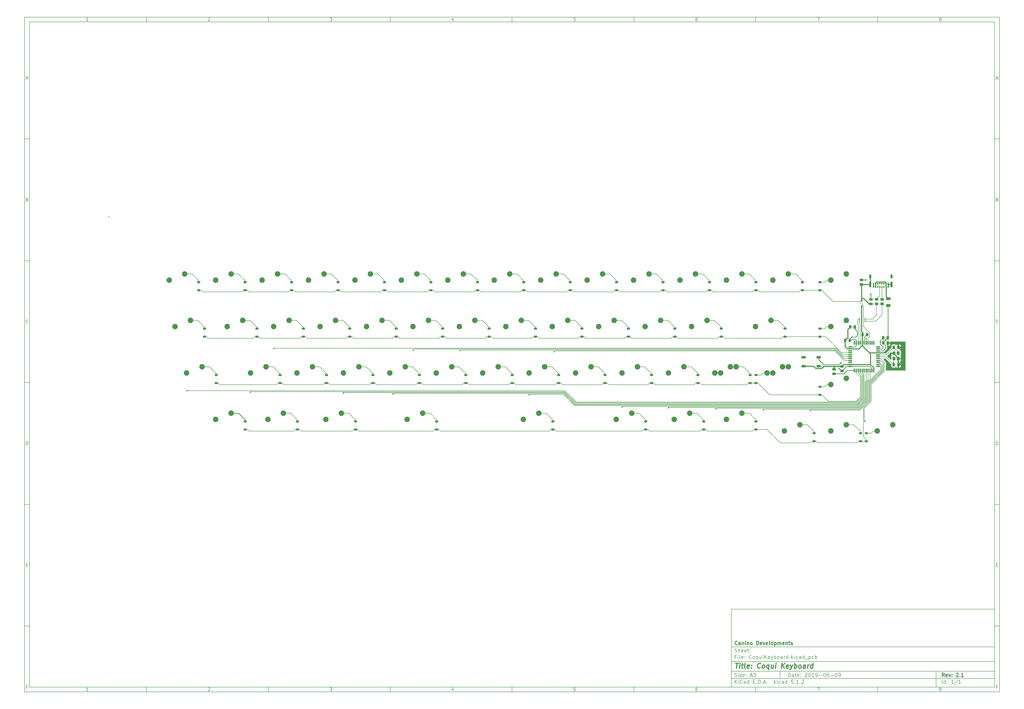
<source format=gbl>
G04 #@! TF.GenerationSoftware,KiCad,Pcbnew,5.1.2*
G04 #@! TF.CreationDate,2019-06-12T21:28:34-04:00*
G04 #@! TF.ProjectId,CoquiKeyboard,436f7175-694b-4657-9962-6f6172642e6b,2.1*
G04 #@! TF.SameCoordinates,Original*
G04 #@! TF.FileFunction,Copper,L2,Bot*
G04 #@! TF.FilePolarity,Positive*
%FSLAX46Y46*%
G04 Gerber Fmt 4.6, Leading zero omitted, Abs format (unit mm)*
G04 Created by KiCad (PCBNEW 5.1.2) date 2019-06-12 21:28:34*
%MOMM*%
%LPD*%
G04 APERTURE LIST*
%ADD10C,0.100000*%
%ADD11C,0.150000*%
%ADD12C,0.300000*%
%ADD13C,0.400000*%
%ADD14C,2.250000*%
%ADD15R,1.200000X0.900000*%
%ADD16C,0.975000*%
%ADD17C,0.650000*%
%ADD18O,0.900000X2.400000*%
%ADD19O,0.900000X1.700000*%
%ADD20C,1.250000*%
%ADD21R,1.800000X1.100000*%
%ADD22R,1.500000X0.550000*%
%ADD23R,0.550000X1.500000*%
%ADD24R,1.200000X1.400000*%
%ADD25C,0.800000*%
%ADD26C,0.600000*%
%ADD27C,0.203200*%
%ADD28C,0.381000*%
%ADD29C,0.250000*%
%ADD30C,0.200000*%
%ADD31C,0.254000*%
G04 APERTURE END LIST*
D10*
D11*
X299989000Y-253002200D02*
X299989000Y-285002200D01*
X407989000Y-285002200D01*
X407989000Y-253002200D01*
X299989000Y-253002200D01*
D10*
D11*
X10000000Y-10000000D02*
X10000000Y-287002200D01*
X409989000Y-287002200D01*
X409989000Y-10000000D01*
X10000000Y-10000000D01*
D10*
D11*
X12000000Y-12000000D02*
X12000000Y-285002200D01*
X407989000Y-285002200D01*
X407989000Y-12000000D01*
X12000000Y-12000000D01*
D10*
D11*
X60000000Y-12000000D02*
X60000000Y-10000000D01*
D10*
D11*
X110000000Y-12000000D02*
X110000000Y-10000000D01*
D10*
D11*
X160000000Y-12000000D02*
X160000000Y-10000000D01*
D10*
D11*
X210000000Y-12000000D02*
X210000000Y-10000000D01*
D10*
D11*
X260000000Y-12000000D02*
X260000000Y-10000000D01*
D10*
D11*
X310000000Y-12000000D02*
X310000000Y-10000000D01*
D10*
D11*
X360000000Y-12000000D02*
X360000000Y-10000000D01*
D10*
D11*
X36065476Y-11588095D02*
X35322619Y-11588095D01*
X35694047Y-11588095D02*
X35694047Y-10288095D01*
X35570238Y-10473809D01*
X35446428Y-10597619D01*
X35322619Y-10659523D01*
D10*
D11*
X85322619Y-10411904D02*
X85384523Y-10350000D01*
X85508333Y-10288095D01*
X85817857Y-10288095D01*
X85941666Y-10350000D01*
X86003571Y-10411904D01*
X86065476Y-10535714D01*
X86065476Y-10659523D01*
X86003571Y-10845238D01*
X85260714Y-11588095D01*
X86065476Y-11588095D01*
D10*
D11*
X135260714Y-10288095D02*
X136065476Y-10288095D01*
X135632142Y-10783333D01*
X135817857Y-10783333D01*
X135941666Y-10845238D01*
X136003571Y-10907142D01*
X136065476Y-11030952D01*
X136065476Y-11340476D01*
X136003571Y-11464285D01*
X135941666Y-11526190D01*
X135817857Y-11588095D01*
X135446428Y-11588095D01*
X135322619Y-11526190D01*
X135260714Y-11464285D01*
D10*
D11*
X185941666Y-10721428D02*
X185941666Y-11588095D01*
X185632142Y-10226190D02*
X185322619Y-11154761D01*
X186127380Y-11154761D01*
D10*
D11*
X236003571Y-10288095D02*
X235384523Y-10288095D01*
X235322619Y-10907142D01*
X235384523Y-10845238D01*
X235508333Y-10783333D01*
X235817857Y-10783333D01*
X235941666Y-10845238D01*
X236003571Y-10907142D01*
X236065476Y-11030952D01*
X236065476Y-11340476D01*
X236003571Y-11464285D01*
X235941666Y-11526190D01*
X235817857Y-11588095D01*
X235508333Y-11588095D01*
X235384523Y-11526190D01*
X235322619Y-11464285D01*
D10*
D11*
X285941666Y-10288095D02*
X285694047Y-10288095D01*
X285570238Y-10350000D01*
X285508333Y-10411904D01*
X285384523Y-10597619D01*
X285322619Y-10845238D01*
X285322619Y-11340476D01*
X285384523Y-11464285D01*
X285446428Y-11526190D01*
X285570238Y-11588095D01*
X285817857Y-11588095D01*
X285941666Y-11526190D01*
X286003571Y-11464285D01*
X286065476Y-11340476D01*
X286065476Y-11030952D01*
X286003571Y-10907142D01*
X285941666Y-10845238D01*
X285817857Y-10783333D01*
X285570238Y-10783333D01*
X285446428Y-10845238D01*
X285384523Y-10907142D01*
X285322619Y-11030952D01*
D10*
D11*
X335260714Y-10288095D02*
X336127380Y-10288095D01*
X335570238Y-11588095D01*
D10*
D11*
X385570238Y-10845238D02*
X385446428Y-10783333D01*
X385384523Y-10721428D01*
X385322619Y-10597619D01*
X385322619Y-10535714D01*
X385384523Y-10411904D01*
X385446428Y-10350000D01*
X385570238Y-10288095D01*
X385817857Y-10288095D01*
X385941666Y-10350000D01*
X386003571Y-10411904D01*
X386065476Y-10535714D01*
X386065476Y-10597619D01*
X386003571Y-10721428D01*
X385941666Y-10783333D01*
X385817857Y-10845238D01*
X385570238Y-10845238D01*
X385446428Y-10907142D01*
X385384523Y-10969047D01*
X385322619Y-11092857D01*
X385322619Y-11340476D01*
X385384523Y-11464285D01*
X385446428Y-11526190D01*
X385570238Y-11588095D01*
X385817857Y-11588095D01*
X385941666Y-11526190D01*
X386003571Y-11464285D01*
X386065476Y-11340476D01*
X386065476Y-11092857D01*
X386003571Y-10969047D01*
X385941666Y-10907142D01*
X385817857Y-10845238D01*
D10*
D11*
X60000000Y-285002200D02*
X60000000Y-287002200D01*
D10*
D11*
X110000000Y-285002200D02*
X110000000Y-287002200D01*
D10*
D11*
X160000000Y-285002200D02*
X160000000Y-287002200D01*
D10*
D11*
X210000000Y-285002200D02*
X210000000Y-287002200D01*
D10*
D11*
X260000000Y-285002200D02*
X260000000Y-287002200D01*
D10*
D11*
X310000000Y-285002200D02*
X310000000Y-287002200D01*
D10*
D11*
X360000000Y-285002200D02*
X360000000Y-287002200D01*
D10*
D11*
X36065476Y-286590295D02*
X35322619Y-286590295D01*
X35694047Y-286590295D02*
X35694047Y-285290295D01*
X35570238Y-285476009D01*
X35446428Y-285599819D01*
X35322619Y-285661723D01*
D10*
D11*
X85322619Y-285414104D02*
X85384523Y-285352200D01*
X85508333Y-285290295D01*
X85817857Y-285290295D01*
X85941666Y-285352200D01*
X86003571Y-285414104D01*
X86065476Y-285537914D01*
X86065476Y-285661723D01*
X86003571Y-285847438D01*
X85260714Y-286590295D01*
X86065476Y-286590295D01*
D10*
D11*
X135260714Y-285290295D02*
X136065476Y-285290295D01*
X135632142Y-285785533D01*
X135817857Y-285785533D01*
X135941666Y-285847438D01*
X136003571Y-285909342D01*
X136065476Y-286033152D01*
X136065476Y-286342676D01*
X136003571Y-286466485D01*
X135941666Y-286528390D01*
X135817857Y-286590295D01*
X135446428Y-286590295D01*
X135322619Y-286528390D01*
X135260714Y-286466485D01*
D10*
D11*
X185941666Y-285723628D02*
X185941666Y-286590295D01*
X185632142Y-285228390D02*
X185322619Y-286156961D01*
X186127380Y-286156961D01*
D10*
D11*
X236003571Y-285290295D02*
X235384523Y-285290295D01*
X235322619Y-285909342D01*
X235384523Y-285847438D01*
X235508333Y-285785533D01*
X235817857Y-285785533D01*
X235941666Y-285847438D01*
X236003571Y-285909342D01*
X236065476Y-286033152D01*
X236065476Y-286342676D01*
X236003571Y-286466485D01*
X235941666Y-286528390D01*
X235817857Y-286590295D01*
X235508333Y-286590295D01*
X235384523Y-286528390D01*
X235322619Y-286466485D01*
D10*
D11*
X285941666Y-285290295D02*
X285694047Y-285290295D01*
X285570238Y-285352200D01*
X285508333Y-285414104D01*
X285384523Y-285599819D01*
X285322619Y-285847438D01*
X285322619Y-286342676D01*
X285384523Y-286466485D01*
X285446428Y-286528390D01*
X285570238Y-286590295D01*
X285817857Y-286590295D01*
X285941666Y-286528390D01*
X286003571Y-286466485D01*
X286065476Y-286342676D01*
X286065476Y-286033152D01*
X286003571Y-285909342D01*
X285941666Y-285847438D01*
X285817857Y-285785533D01*
X285570238Y-285785533D01*
X285446428Y-285847438D01*
X285384523Y-285909342D01*
X285322619Y-286033152D01*
D10*
D11*
X335260714Y-285290295D02*
X336127380Y-285290295D01*
X335570238Y-286590295D01*
D10*
D11*
X385570238Y-285847438D02*
X385446428Y-285785533D01*
X385384523Y-285723628D01*
X385322619Y-285599819D01*
X385322619Y-285537914D01*
X385384523Y-285414104D01*
X385446428Y-285352200D01*
X385570238Y-285290295D01*
X385817857Y-285290295D01*
X385941666Y-285352200D01*
X386003571Y-285414104D01*
X386065476Y-285537914D01*
X386065476Y-285599819D01*
X386003571Y-285723628D01*
X385941666Y-285785533D01*
X385817857Y-285847438D01*
X385570238Y-285847438D01*
X385446428Y-285909342D01*
X385384523Y-285971247D01*
X385322619Y-286095057D01*
X385322619Y-286342676D01*
X385384523Y-286466485D01*
X385446428Y-286528390D01*
X385570238Y-286590295D01*
X385817857Y-286590295D01*
X385941666Y-286528390D01*
X386003571Y-286466485D01*
X386065476Y-286342676D01*
X386065476Y-286095057D01*
X386003571Y-285971247D01*
X385941666Y-285909342D01*
X385817857Y-285847438D01*
D10*
D11*
X10000000Y-60000000D02*
X12000000Y-60000000D01*
D10*
D11*
X10000000Y-110000000D02*
X12000000Y-110000000D01*
D10*
D11*
X10000000Y-160000000D02*
X12000000Y-160000000D01*
D10*
D11*
X10000000Y-210000000D02*
X12000000Y-210000000D01*
D10*
D11*
X10000000Y-260000000D02*
X12000000Y-260000000D01*
D10*
D11*
X10690476Y-35216666D02*
X11309523Y-35216666D01*
X10566666Y-35588095D02*
X11000000Y-34288095D01*
X11433333Y-35588095D01*
D10*
D11*
X11092857Y-84907142D02*
X11278571Y-84969047D01*
X11340476Y-85030952D01*
X11402380Y-85154761D01*
X11402380Y-85340476D01*
X11340476Y-85464285D01*
X11278571Y-85526190D01*
X11154761Y-85588095D01*
X10659523Y-85588095D01*
X10659523Y-84288095D01*
X11092857Y-84288095D01*
X11216666Y-84350000D01*
X11278571Y-84411904D01*
X11340476Y-84535714D01*
X11340476Y-84659523D01*
X11278571Y-84783333D01*
X11216666Y-84845238D01*
X11092857Y-84907142D01*
X10659523Y-84907142D01*
D10*
D11*
X11402380Y-135464285D02*
X11340476Y-135526190D01*
X11154761Y-135588095D01*
X11030952Y-135588095D01*
X10845238Y-135526190D01*
X10721428Y-135402380D01*
X10659523Y-135278571D01*
X10597619Y-135030952D01*
X10597619Y-134845238D01*
X10659523Y-134597619D01*
X10721428Y-134473809D01*
X10845238Y-134350000D01*
X11030952Y-134288095D01*
X11154761Y-134288095D01*
X11340476Y-134350000D01*
X11402380Y-134411904D01*
D10*
D11*
X10659523Y-185588095D02*
X10659523Y-184288095D01*
X10969047Y-184288095D01*
X11154761Y-184350000D01*
X11278571Y-184473809D01*
X11340476Y-184597619D01*
X11402380Y-184845238D01*
X11402380Y-185030952D01*
X11340476Y-185278571D01*
X11278571Y-185402380D01*
X11154761Y-185526190D01*
X10969047Y-185588095D01*
X10659523Y-185588095D01*
D10*
D11*
X10721428Y-234907142D02*
X11154761Y-234907142D01*
X11340476Y-235588095D02*
X10721428Y-235588095D01*
X10721428Y-234288095D01*
X11340476Y-234288095D01*
D10*
D11*
X11185714Y-284907142D02*
X10752380Y-284907142D01*
X10752380Y-285588095D02*
X10752380Y-284288095D01*
X11371428Y-284288095D01*
D10*
D11*
X409989000Y-60000000D02*
X407989000Y-60000000D01*
D10*
D11*
X409989000Y-110000000D02*
X407989000Y-110000000D01*
D10*
D11*
X409989000Y-160000000D02*
X407989000Y-160000000D01*
D10*
D11*
X409989000Y-210000000D02*
X407989000Y-210000000D01*
D10*
D11*
X409989000Y-260000000D02*
X407989000Y-260000000D01*
D10*
D11*
X408679476Y-35216666D02*
X409298523Y-35216666D01*
X408555666Y-35588095D02*
X408989000Y-34288095D01*
X409422333Y-35588095D01*
D10*
D11*
X409081857Y-84907142D02*
X409267571Y-84969047D01*
X409329476Y-85030952D01*
X409391380Y-85154761D01*
X409391380Y-85340476D01*
X409329476Y-85464285D01*
X409267571Y-85526190D01*
X409143761Y-85588095D01*
X408648523Y-85588095D01*
X408648523Y-84288095D01*
X409081857Y-84288095D01*
X409205666Y-84350000D01*
X409267571Y-84411904D01*
X409329476Y-84535714D01*
X409329476Y-84659523D01*
X409267571Y-84783333D01*
X409205666Y-84845238D01*
X409081857Y-84907142D01*
X408648523Y-84907142D01*
D10*
D11*
X409391380Y-135464285D02*
X409329476Y-135526190D01*
X409143761Y-135588095D01*
X409019952Y-135588095D01*
X408834238Y-135526190D01*
X408710428Y-135402380D01*
X408648523Y-135278571D01*
X408586619Y-135030952D01*
X408586619Y-134845238D01*
X408648523Y-134597619D01*
X408710428Y-134473809D01*
X408834238Y-134350000D01*
X409019952Y-134288095D01*
X409143761Y-134288095D01*
X409329476Y-134350000D01*
X409391380Y-134411904D01*
D10*
D11*
X408648523Y-185588095D02*
X408648523Y-184288095D01*
X408958047Y-184288095D01*
X409143761Y-184350000D01*
X409267571Y-184473809D01*
X409329476Y-184597619D01*
X409391380Y-184845238D01*
X409391380Y-185030952D01*
X409329476Y-185278571D01*
X409267571Y-185402380D01*
X409143761Y-185526190D01*
X408958047Y-185588095D01*
X408648523Y-185588095D01*
D10*
D11*
X408710428Y-234907142D02*
X409143761Y-234907142D01*
X409329476Y-235588095D02*
X408710428Y-235588095D01*
X408710428Y-234288095D01*
X409329476Y-234288095D01*
D10*
D11*
X409174714Y-284907142D02*
X408741380Y-284907142D01*
X408741380Y-285588095D02*
X408741380Y-284288095D01*
X409360428Y-284288095D01*
D10*
D11*
X323421142Y-280780771D02*
X323421142Y-279280771D01*
X323778285Y-279280771D01*
X323992571Y-279352200D01*
X324135428Y-279495057D01*
X324206857Y-279637914D01*
X324278285Y-279923628D01*
X324278285Y-280137914D01*
X324206857Y-280423628D01*
X324135428Y-280566485D01*
X323992571Y-280709342D01*
X323778285Y-280780771D01*
X323421142Y-280780771D01*
X325564000Y-280780771D02*
X325564000Y-279995057D01*
X325492571Y-279852200D01*
X325349714Y-279780771D01*
X325064000Y-279780771D01*
X324921142Y-279852200D01*
X325564000Y-280709342D02*
X325421142Y-280780771D01*
X325064000Y-280780771D01*
X324921142Y-280709342D01*
X324849714Y-280566485D01*
X324849714Y-280423628D01*
X324921142Y-280280771D01*
X325064000Y-280209342D01*
X325421142Y-280209342D01*
X325564000Y-280137914D01*
X326064000Y-279780771D02*
X326635428Y-279780771D01*
X326278285Y-279280771D02*
X326278285Y-280566485D01*
X326349714Y-280709342D01*
X326492571Y-280780771D01*
X326635428Y-280780771D01*
X327706857Y-280709342D02*
X327564000Y-280780771D01*
X327278285Y-280780771D01*
X327135428Y-280709342D01*
X327064000Y-280566485D01*
X327064000Y-279995057D01*
X327135428Y-279852200D01*
X327278285Y-279780771D01*
X327564000Y-279780771D01*
X327706857Y-279852200D01*
X327778285Y-279995057D01*
X327778285Y-280137914D01*
X327064000Y-280280771D01*
X328421142Y-280637914D02*
X328492571Y-280709342D01*
X328421142Y-280780771D01*
X328349714Y-280709342D01*
X328421142Y-280637914D01*
X328421142Y-280780771D01*
X328421142Y-279852200D02*
X328492571Y-279923628D01*
X328421142Y-279995057D01*
X328349714Y-279923628D01*
X328421142Y-279852200D01*
X328421142Y-279995057D01*
X330206857Y-279423628D02*
X330278285Y-279352200D01*
X330421142Y-279280771D01*
X330778285Y-279280771D01*
X330921142Y-279352200D01*
X330992571Y-279423628D01*
X331064000Y-279566485D01*
X331064000Y-279709342D01*
X330992571Y-279923628D01*
X330135428Y-280780771D01*
X331064000Y-280780771D01*
X331992571Y-279280771D02*
X332135428Y-279280771D01*
X332278285Y-279352200D01*
X332349714Y-279423628D01*
X332421142Y-279566485D01*
X332492571Y-279852200D01*
X332492571Y-280209342D01*
X332421142Y-280495057D01*
X332349714Y-280637914D01*
X332278285Y-280709342D01*
X332135428Y-280780771D01*
X331992571Y-280780771D01*
X331849714Y-280709342D01*
X331778285Y-280637914D01*
X331706857Y-280495057D01*
X331635428Y-280209342D01*
X331635428Y-279852200D01*
X331706857Y-279566485D01*
X331778285Y-279423628D01*
X331849714Y-279352200D01*
X331992571Y-279280771D01*
X333921142Y-280780771D02*
X333064000Y-280780771D01*
X333492571Y-280780771D02*
X333492571Y-279280771D01*
X333349714Y-279495057D01*
X333206857Y-279637914D01*
X333064000Y-279709342D01*
X334635428Y-280780771D02*
X334921142Y-280780771D01*
X335064000Y-280709342D01*
X335135428Y-280637914D01*
X335278285Y-280423628D01*
X335349714Y-280137914D01*
X335349714Y-279566485D01*
X335278285Y-279423628D01*
X335206857Y-279352200D01*
X335064000Y-279280771D01*
X334778285Y-279280771D01*
X334635428Y-279352200D01*
X334564000Y-279423628D01*
X334492571Y-279566485D01*
X334492571Y-279923628D01*
X334564000Y-280066485D01*
X334635428Y-280137914D01*
X334778285Y-280209342D01*
X335064000Y-280209342D01*
X335206857Y-280137914D01*
X335278285Y-280066485D01*
X335349714Y-279923628D01*
X335992571Y-280209342D02*
X337135428Y-280209342D01*
X338135428Y-279280771D02*
X338278285Y-279280771D01*
X338421142Y-279352200D01*
X338492571Y-279423628D01*
X338564000Y-279566485D01*
X338635428Y-279852200D01*
X338635428Y-280209342D01*
X338564000Y-280495057D01*
X338492571Y-280637914D01*
X338421142Y-280709342D01*
X338278285Y-280780771D01*
X338135428Y-280780771D01*
X337992571Y-280709342D01*
X337921142Y-280637914D01*
X337849714Y-280495057D01*
X337778285Y-280209342D01*
X337778285Y-279852200D01*
X337849714Y-279566485D01*
X337921142Y-279423628D01*
X337992571Y-279352200D01*
X338135428Y-279280771D01*
X339921142Y-279280771D02*
X339635428Y-279280771D01*
X339492571Y-279352200D01*
X339421142Y-279423628D01*
X339278285Y-279637914D01*
X339206857Y-279923628D01*
X339206857Y-280495057D01*
X339278285Y-280637914D01*
X339349714Y-280709342D01*
X339492571Y-280780771D01*
X339778285Y-280780771D01*
X339921142Y-280709342D01*
X339992571Y-280637914D01*
X340064000Y-280495057D01*
X340064000Y-280137914D01*
X339992571Y-279995057D01*
X339921142Y-279923628D01*
X339778285Y-279852200D01*
X339492571Y-279852200D01*
X339349714Y-279923628D01*
X339278285Y-279995057D01*
X339206857Y-280137914D01*
X340706857Y-280209342D02*
X341849714Y-280209342D01*
X342849714Y-279280771D02*
X342992571Y-279280771D01*
X343135428Y-279352200D01*
X343206857Y-279423628D01*
X343278285Y-279566485D01*
X343349714Y-279852200D01*
X343349714Y-280209342D01*
X343278285Y-280495057D01*
X343206857Y-280637914D01*
X343135428Y-280709342D01*
X342992571Y-280780771D01*
X342849714Y-280780771D01*
X342706857Y-280709342D01*
X342635428Y-280637914D01*
X342564000Y-280495057D01*
X342492571Y-280209342D01*
X342492571Y-279852200D01*
X342564000Y-279566485D01*
X342635428Y-279423628D01*
X342706857Y-279352200D01*
X342849714Y-279280771D01*
X344064000Y-280780771D02*
X344349714Y-280780771D01*
X344492571Y-280709342D01*
X344564000Y-280637914D01*
X344706857Y-280423628D01*
X344778285Y-280137914D01*
X344778285Y-279566485D01*
X344706857Y-279423628D01*
X344635428Y-279352200D01*
X344492571Y-279280771D01*
X344206857Y-279280771D01*
X344064000Y-279352200D01*
X343992571Y-279423628D01*
X343921142Y-279566485D01*
X343921142Y-279923628D01*
X343992571Y-280066485D01*
X344064000Y-280137914D01*
X344206857Y-280209342D01*
X344492571Y-280209342D01*
X344635428Y-280137914D01*
X344706857Y-280066485D01*
X344778285Y-279923628D01*
D10*
D11*
X299989000Y-281502200D02*
X407989000Y-281502200D01*
D10*
D11*
X301421142Y-283580771D02*
X301421142Y-282080771D01*
X302278285Y-283580771D02*
X301635428Y-282723628D01*
X302278285Y-282080771D02*
X301421142Y-282937914D01*
X302921142Y-283580771D02*
X302921142Y-282580771D01*
X302921142Y-282080771D02*
X302849714Y-282152200D01*
X302921142Y-282223628D01*
X302992571Y-282152200D01*
X302921142Y-282080771D01*
X302921142Y-282223628D01*
X304492571Y-283437914D02*
X304421142Y-283509342D01*
X304206857Y-283580771D01*
X304064000Y-283580771D01*
X303849714Y-283509342D01*
X303706857Y-283366485D01*
X303635428Y-283223628D01*
X303564000Y-282937914D01*
X303564000Y-282723628D01*
X303635428Y-282437914D01*
X303706857Y-282295057D01*
X303849714Y-282152200D01*
X304064000Y-282080771D01*
X304206857Y-282080771D01*
X304421142Y-282152200D01*
X304492571Y-282223628D01*
X305778285Y-283580771D02*
X305778285Y-282795057D01*
X305706857Y-282652200D01*
X305564000Y-282580771D01*
X305278285Y-282580771D01*
X305135428Y-282652200D01*
X305778285Y-283509342D02*
X305635428Y-283580771D01*
X305278285Y-283580771D01*
X305135428Y-283509342D01*
X305064000Y-283366485D01*
X305064000Y-283223628D01*
X305135428Y-283080771D01*
X305278285Y-283009342D01*
X305635428Y-283009342D01*
X305778285Y-282937914D01*
X307135428Y-283580771D02*
X307135428Y-282080771D01*
X307135428Y-283509342D02*
X306992571Y-283580771D01*
X306706857Y-283580771D01*
X306564000Y-283509342D01*
X306492571Y-283437914D01*
X306421142Y-283295057D01*
X306421142Y-282866485D01*
X306492571Y-282723628D01*
X306564000Y-282652200D01*
X306706857Y-282580771D01*
X306992571Y-282580771D01*
X307135428Y-282652200D01*
X308992571Y-282795057D02*
X309492571Y-282795057D01*
X309706857Y-283580771D02*
X308992571Y-283580771D01*
X308992571Y-282080771D01*
X309706857Y-282080771D01*
X310349714Y-283437914D02*
X310421142Y-283509342D01*
X310349714Y-283580771D01*
X310278285Y-283509342D01*
X310349714Y-283437914D01*
X310349714Y-283580771D01*
X311064000Y-283580771D02*
X311064000Y-282080771D01*
X311421142Y-282080771D01*
X311635428Y-282152200D01*
X311778285Y-282295057D01*
X311849714Y-282437914D01*
X311921142Y-282723628D01*
X311921142Y-282937914D01*
X311849714Y-283223628D01*
X311778285Y-283366485D01*
X311635428Y-283509342D01*
X311421142Y-283580771D01*
X311064000Y-283580771D01*
X312564000Y-283437914D02*
X312635428Y-283509342D01*
X312564000Y-283580771D01*
X312492571Y-283509342D01*
X312564000Y-283437914D01*
X312564000Y-283580771D01*
X313206857Y-283152200D02*
X313921142Y-283152200D01*
X313064000Y-283580771D02*
X313564000Y-282080771D01*
X314064000Y-283580771D01*
X314564000Y-283437914D02*
X314635428Y-283509342D01*
X314564000Y-283580771D01*
X314492571Y-283509342D01*
X314564000Y-283437914D01*
X314564000Y-283580771D01*
X317564000Y-283580771D02*
X317564000Y-282080771D01*
X317706857Y-283009342D02*
X318135428Y-283580771D01*
X318135428Y-282580771D02*
X317564000Y-283152200D01*
X318778285Y-283580771D02*
X318778285Y-282580771D01*
X318778285Y-282080771D02*
X318706857Y-282152200D01*
X318778285Y-282223628D01*
X318849714Y-282152200D01*
X318778285Y-282080771D01*
X318778285Y-282223628D01*
X320135428Y-283509342D02*
X319992571Y-283580771D01*
X319706857Y-283580771D01*
X319564000Y-283509342D01*
X319492571Y-283437914D01*
X319421142Y-283295057D01*
X319421142Y-282866485D01*
X319492571Y-282723628D01*
X319564000Y-282652200D01*
X319706857Y-282580771D01*
X319992571Y-282580771D01*
X320135428Y-282652200D01*
X321421142Y-283580771D02*
X321421142Y-282795057D01*
X321349714Y-282652200D01*
X321206857Y-282580771D01*
X320921142Y-282580771D01*
X320778285Y-282652200D01*
X321421142Y-283509342D02*
X321278285Y-283580771D01*
X320921142Y-283580771D01*
X320778285Y-283509342D01*
X320706857Y-283366485D01*
X320706857Y-283223628D01*
X320778285Y-283080771D01*
X320921142Y-283009342D01*
X321278285Y-283009342D01*
X321421142Y-282937914D01*
X322778285Y-283580771D02*
X322778285Y-282080771D01*
X322778285Y-283509342D02*
X322635428Y-283580771D01*
X322349714Y-283580771D01*
X322206857Y-283509342D01*
X322135428Y-283437914D01*
X322064000Y-283295057D01*
X322064000Y-282866485D01*
X322135428Y-282723628D01*
X322206857Y-282652200D01*
X322349714Y-282580771D01*
X322635428Y-282580771D01*
X322778285Y-282652200D01*
X325349714Y-282080771D02*
X324635428Y-282080771D01*
X324564000Y-282795057D01*
X324635428Y-282723628D01*
X324778285Y-282652200D01*
X325135428Y-282652200D01*
X325278285Y-282723628D01*
X325349714Y-282795057D01*
X325421142Y-282937914D01*
X325421142Y-283295057D01*
X325349714Y-283437914D01*
X325278285Y-283509342D01*
X325135428Y-283580771D01*
X324778285Y-283580771D01*
X324635428Y-283509342D01*
X324564000Y-283437914D01*
X326064000Y-283437914D02*
X326135428Y-283509342D01*
X326064000Y-283580771D01*
X325992571Y-283509342D01*
X326064000Y-283437914D01*
X326064000Y-283580771D01*
X327564000Y-283580771D02*
X326706857Y-283580771D01*
X327135428Y-283580771D02*
X327135428Y-282080771D01*
X326992571Y-282295057D01*
X326849714Y-282437914D01*
X326706857Y-282509342D01*
X328206857Y-283437914D02*
X328278285Y-283509342D01*
X328206857Y-283580771D01*
X328135428Y-283509342D01*
X328206857Y-283437914D01*
X328206857Y-283580771D01*
X328849714Y-282223628D02*
X328921142Y-282152200D01*
X329064000Y-282080771D01*
X329421142Y-282080771D01*
X329564000Y-282152200D01*
X329635428Y-282223628D01*
X329706857Y-282366485D01*
X329706857Y-282509342D01*
X329635428Y-282723628D01*
X328778285Y-283580771D01*
X329706857Y-283580771D01*
D10*
D11*
X299989000Y-278502200D02*
X407989000Y-278502200D01*
D10*
D12*
X387398285Y-280780771D02*
X386898285Y-280066485D01*
X386541142Y-280780771D02*
X386541142Y-279280771D01*
X387112571Y-279280771D01*
X387255428Y-279352200D01*
X387326857Y-279423628D01*
X387398285Y-279566485D01*
X387398285Y-279780771D01*
X387326857Y-279923628D01*
X387255428Y-279995057D01*
X387112571Y-280066485D01*
X386541142Y-280066485D01*
X388612571Y-280709342D02*
X388469714Y-280780771D01*
X388184000Y-280780771D01*
X388041142Y-280709342D01*
X387969714Y-280566485D01*
X387969714Y-279995057D01*
X388041142Y-279852200D01*
X388184000Y-279780771D01*
X388469714Y-279780771D01*
X388612571Y-279852200D01*
X388684000Y-279995057D01*
X388684000Y-280137914D01*
X387969714Y-280280771D01*
X389184000Y-279780771D02*
X389541142Y-280780771D01*
X389898285Y-279780771D01*
X390469714Y-280637914D02*
X390541142Y-280709342D01*
X390469714Y-280780771D01*
X390398285Y-280709342D01*
X390469714Y-280637914D01*
X390469714Y-280780771D01*
X390469714Y-279852200D02*
X390541142Y-279923628D01*
X390469714Y-279995057D01*
X390398285Y-279923628D01*
X390469714Y-279852200D01*
X390469714Y-279995057D01*
X392255428Y-279423628D02*
X392326857Y-279352200D01*
X392469714Y-279280771D01*
X392826857Y-279280771D01*
X392969714Y-279352200D01*
X393041142Y-279423628D01*
X393112571Y-279566485D01*
X393112571Y-279709342D01*
X393041142Y-279923628D01*
X392184000Y-280780771D01*
X393112571Y-280780771D01*
X393755428Y-280637914D02*
X393826857Y-280709342D01*
X393755428Y-280780771D01*
X393684000Y-280709342D01*
X393755428Y-280637914D01*
X393755428Y-280780771D01*
X395255428Y-280780771D02*
X394398285Y-280780771D01*
X394826857Y-280780771D02*
X394826857Y-279280771D01*
X394684000Y-279495057D01*
X394541142Y-279637914D01*
X394398285Y-279709342D01*
D10*
D11*
X301349714Y-280709342D02*
X301564000Y-280780771D01*
X301921142Y-280780771D01*
X302064000Y-280709342D01*
X302135428Y-280637914D01*
X302206857Y-280495057D01*
X302206857Y-280352200D01*
X302135428Y-280209342D01*
X302064000Y-280137914D01*
X301921142Y-280066485D01*
X301635428Y-279995057D01*
X301492571Y-279923628D01*
X301421142Y-279852200D01*
X301349714Y-279709342D01*
X301349714Y-279566485D01*
X301421142Y-279423628D01*
X301492571Y-279352200D01*
X301635428Y-279280771D01*
X301992571Y-279280771D01*
X302206857Y-279352200D01*
X302849714Y-280780771D02*
X302849714Y-279780771D01*
X302849714Y-279280771D02*
X302778285Y-279352200D01*
X302849714Y-279423628D01*
X302921142Y-279352200D01*
X302849714Y-279280771D01*
X302849714Y-279423628D01*
X303421142Y-279780771D02*
X304206857Y-279780771D01*
X303421142Y-280780771D01*
X304206857Y-280780771D01*
X305349714Y-280709342D02*
X305206857Y-280780771D01*
X304921142Y-280780771D01*
X304778285Y-280709342D01*
X304706857Y-280566485D01*
X304706857Y-279995057D01*
X304778285Y-279852200D01*
X304921142Y-279780771D01*
X305206857Y-279780771D01*
X305349714Y-279852200D01*
X305421142Y-279995057D01*
X305421142Y-280137914D01*
X304706857Y-280280771D01*
X306064000Y-280637914D02*
X306135428Y-280709342D01*
X306064000Y-280780771D01*
X305992571Y-280709342D01*
X306064000Y-280637914D01*
X306064000Y-280780771D01*
X306064000Y-279852200D02*
X306135428Y-279923628D01*
X306064000Y-279995057D01*
X305992571Y-279923628D01*
X306064000Y-279852200D01*
X306064000Y-279995057D01*
X307849714Y-280352200D02*
X308564000Y-280352200D01*
X307706857Y-280780771D02*
X308206857Y-279280771D01*
X308706857Y-280780771D01*
X309064000Y-279280771D02*
X309992571Y-279280771D01*
X309492571Y-279852200D01*
X309706857Y-279852200D01*
X309849714Y-279923628D01*
X309921142Y-279995057D01*
X309992571Y-280137914D01*
X309992571Y-280495057D01*
X309921142Y-280637914D01*
X309849714Y-280709342D01*
X309706857Y-280780771D01*
X309278285Y-280780771D01*
X309135428Y-280709342D01*
X309064000Y-280637914D01*
D10*
D11*
X386421142Y-283580771D02*
X386421142Y-282080771D01*
X387778285Y-283580771D02*
X387778285Y-282080771D01*
X387778285Y-283509342D02*
X387635428Y-283580771D01*
X387349714Y-283580771D01*
X387206857Y-283509342D01*
X387135428Y-283437914D01*
X387064000Y-283295057D01*
X387064000Y-282866485D01*
X387135428Y-282723628D01*
X387206857Y-282652200D01*
X387349714Y-282580771D01*
X387635428Y-282580771D01*
X387778285Y-282652200D01*
X388492571Y-283437914D02*
X388564000Y-283509342D01*
X388492571Y-283580771D01*
X388421142Y-283509342D01*
X388492571Y-283437914D01*
X388492571Y-283580771D01*
X388492571Y-282652200D02*
X388564000Y-282723628D01*
X388492571Y-282795057D01*
X388421142Y-282723628D01*
X388492571Y-282652200D01*
X388492571Y-282795057D01*
X391135428Y-283580771D02*
X390278285Y-283580771D01*
X390706857Y-283580771D02*
X390706857Y-282080771D01*
X390564000Y-282295057D01*
X390421142Y-282437914D01*
X390278285Y-282509342D01*
X392849714Y-282009342D02*
X391564000Y-283937914D01*
X394135428Y-283580771D02*
X393278285Y-283580771D01*
X393706857Y-283580771D02*
X393706857Y-282080771D01*
X393564000Y-282295057D01*
X393421142Y-282437914D01*
X393278285Y-282509342D01*
D10*
D11*
X299989000Y-274502200D02*
X407989000Y-274502200D01*
D10*
D13*
X301701380Y-275206961D02*
X302844238Y-275206961D01*
X302022809Y-277206961D02*
X302272809Y-275206961D01*
X303260904Y-277206961D02*
X303427571Y-275873628D01*
X303510904Y-275206961D02*
X303403761Y-275302200D01*
X303487095Y-275397438D01*
X303594238Y-275302200D01*
X303510904Y-275206961D01*
X303487095Y-275397438D01*
X304094238Y-275873628D02*
X304856142Y-275873628D01*
X304463285Y-275206961D02*
X304249000Y-276921247D01*
X304320428Y-277111723D01*
X304499000Y-277206961D01*
X304689476Y-277206961D01*
X305641857Y-277206961D02*
X305463285Y-277111723D01*
X305391857Y-276921247D01*
X305606142Y-275206961D01*
X307177571Y-277111723D02*
X306975190Y-277206961D01*
X306594238Y-277206961D01*
X306415666Y-277111723D01*
X306344238Y-276921247D01*
X306439476Y-276159342D01*
X306558523Y-275968866D01*
X306760904Y-275873628D01*
X307141857Y-275873628D01*
X307320428Y-275968866D01*
X307391857Y-276159342D01*
X307368047Y-276349819D01*
X306391857Y-276540295D01*
X308141857Y-277016485D02*
X308225190Y-277111723D01*
X308118047Y-277206961D01*
X308034714Y-277111723D01*
X308141857Y-277016485D01*
X308118047Y-277206961D01*
X308272809Y-275968866D02*
X308356142Y-276064104D01*
X308249000Y-276159342D01*
X308165666Y-276064104D01*
X308272809Y-275968866D01*
X308249000Y-276159342D01*
X311760904Y-277016485D02*
X311653761Y-277111723D01*
X311356142Y-277206961D01*
X311165666Y-277206961D01*
X310891857Y-277111723D01*
X310725190Y-276921247D01*
X310653761Y-276730771D01*
X310606142Y-276349819D01*
X310641857Y-276064104D01*
X310784714Y-275683152D01*
X310903761Y-275492676D01*
X311118047Y-275302200D01*
X311415666Y-275206961D01*
X311606142Y-275206961D01*
X311879952Y-275302200D01*
X311963285Y-275397438D01*
X312879952Y-277206961D02*
X312701380Y-277111723D01*
X312618047Y-277016485D01*
X312546619Y-276826009D01*
X312618047Y-276254580D01*
X312737095Y-276064104D01*
X312844238Y-275968866D01*
X313046619Y-275873628D01*
X313332333Y-275873628D01*
X313510904Y-275968866D01*
X313594238Y-276064104D01*
X313665666Y-276254580D01*
X313594238Y-276826009D01*
X313475190Y-277016485D01*
X313368047Y-277111723D01*
X313165666Y-277206961D01*
X312879952Y-277206961D01*
X315427571Y-275873628D02*
X315177571Y-277873628D01*
X315272809Y-277111723D02*
X315070428Y-277206961D01*
X314689476Y-277206961D01*
X314510904Y-277111723D01*
X314427571Y-277016485D01*
X314356142Y-276826009D01*
X314427571Y-276254580D01*
X314546619Y-276064104D01*
X314653761Y-275968866D01*
X314856142Y-275873628D01*
X315237095Y-275873628D01*
X315415666Y-275968866D01*
X317237095Y-275873628D02*
X317070428Y-277206961D01*
X316379952Y-275873628D02*
X316249000Y-276921247D01*
X316320428Y-277111723D01*
X316499000Y-277206961D01*
X316784714Y-277206961D01*
X316987095Y-277111723D01*
X317094238Y-277016485D01*
X318022809Y-277206961D02*
X318189476Y-275873628D01*
X318272809Y-275206961D02*
X318165666Y-275302200D01*
X318249000Y-275397438D01*
X318356142Y-275302200D01*
X318272809Y-275206961D01*
X318249000Y-275397438D01*
X320499000Y-277206961D02*
X320749000Y-275206961D01*
X321641857Y-277206961D02*
X320927571Y-276064104D01*
X321891857Y-275206961D02*
X320606142Y-276349819D01*
X323272809Y-277111723D02*
X323070428Y-277206961D01*
X322689476Y-277206961D01*
X322510904Y-277111723D01*
X322439476Y-276921247D01*
X322534714Y-276159342D01*
X322653761Y-275968866D01*
X322856142Y-275873628D01*
X323237095Y-275873628D01*
X323415666Y-275968866D01*
X323487095Y-276159342D01*
X323463285Y-276349819D01*
X322487095Y-276540295D01*
X324189476Y-275873628D02*
X324499000Y-277206961D01*
X325141857Y-275873628D02*
X324499000Y-277206961D01*
X324249000Y-277683152D01*
X324141857Y-277778390D01*
X323939476Y-277873628D01*
X325737095Y-277206961D02*
X325987095Y-275206961D01*
X325891857Y-275968866D02*
X326094238Y-275873628D01*
X326475190Y-275873628D01*
X326653761Y-275968866D01*
X326737095Y-276064104D01*
X326808523Y-276254580D01*
X326737095Y-276826009D01*
X326618047Y-277016485D01*
X326510904Y-277111723D01*
X326308523Y-277206961D01*
X325927571Y-277206961D01*
X325749000Y-277111723D01*
X327832333Y-277206961D02*
X327653761Y-277111723D01*
X327570428Y-277016485D01*
X327499000Y-276826009D01*
X327570428Y-276254580D01*
X327689476Y-276064104D01*
X327796619Y-275968866D01*
X327999000Y-275873628D01*
X328284714Y-275873628D01*
X328463285Y-275968866D01*
X328546619Y-276064104D01*
X328618047Y-276254580D01*
X328546619Y-276826009D01*
X328427571Y-277016485D01*
X328320428Y-277111723D01*
X328118047Y-277206961D01*
X327832333Y-277206961D01*
X330213285Y-277206961D02*
X330344238Y-276159342D01*
X330272809Y-275968866D01*
X330094238Y-275873628D01*
X329713285Y-275873628D01*
X329510904Y-275968866D01*
X330225190Y-277111723D02*
X330022809Y-277206961D01*
X329546619Y-277206961D01*
X329368047Y-277111723D01*
X329296619Y-276921247D01*
X329320428Y-276730771D01*
X329439476Y-276540295D01*
X329641857Y-276445057D01*
X330118047Y-276445057D01*
X330320428Y-276349819D01*
X331165666Y-277206961D02*
X331332333Y-275873628D01*
X331284714Y-276254580D02*
X331403761Y-276064104D01*
X331510904Y-275968866D01*
X331713285Y-275873628D01*
X331903761Y-275873628D01*
X333260904Y-277206961D02*
X333510904Y-275206961D01*
X333272809Y-277111723D02*
X333070428Y-277206961D01*
X332689476Y-277206961D01*
X332510904Y-277111723D01*
X332427571Y-277016485D01*
X332356142Y-276826009D01*
X332427571Y-276254580D01*
X332546619Y-276064104D01*
X332653761Y-275968866D01*
X332856142Y-275873628D01*
X333237095Y-275873628D01*
X333415666Y-275968866D01*
D10*
D11*
X301921142Y-272595057D02*
X301421142Y-272595057D01*
X301421142Y-273380771D02*
X301421142Y-271880771D01*
X302135428Y-271880771D01*
X302706857Y-273380771D02*
X302706857Y-272380771D01*
X302706857Y-271880771D02*
X302635428Y-271952200D01*
X302706857Y-272023628D01*
X302778285Y-271952200D01*
X302706857Y-271880771D01*
X302706857Y-272023628D01*
X303635428Y-273380771D02*
X303492571Y-273309342D01*
X303421142Y-273166485D01*
X303421142Y-271880771D01*
X304778285Y-273309342D02*
X304635428Y-273380771D01*
X304349714Y-273380771D01*
X304206857Y-273309342D01*
X304135428Y-273166485D01*
X304135428Y-272595057D01*
X304206857Y-272452200D01*
X304349714Y-272380771D01*
X304635428Y-272380771D01*
X304778285Y-272452200D01*
X304849714Y-272595057D01*
X304849714Y-272737914D01*
X304135428Y-272880771D01*
X305492571Y-273237914D02*
X305564000Y-273309342D01*
X305492571Y-273380771D01*
X305421142Y-273309342D01*
X305492571Y-273237914D01*
X305492571Y-273380771D01*
X305492571Y-272452200D02*
X305564000Y-272523628D01*
X305492571Y-272595057D01*
X305421142Y-272523628D01*
X305492571Y-272452200D01*
X305492571Y-272595057D01*
X308206857Y-273237914D02*
X308135428Y-273309342D01*
X307921142Y-273380771D01*
X307778285Y-273380771D01*
X307564000Y-273309342D01*
X307421142Y-273166485D01*
X307349714Y-273023628D01*
X307278285Y-272737914D01*
X307278285Y-272523628D01*
X307349714Y-272237914D01*
X307421142Y-272095057D01*
X307564000Y-271952200D01*
X307778285Y-271880771D01*
X307921142Y-271880771D01*
X308135428Y-271952200D01*
X308206857Y-272023628D01*
X309064000Y-273380771D02*
X308921142Y-273309342D01*
X308849714Y-273237914D01*
X308778285Y-273095057D01*
X308778285Y-272666485D01*
X308849714Y-272523628D01*
X308921142Y-272452200D01*
X309064000Y-272380771D01*
X309278285Y-272380771D01*
X309421142Y-272452200D01*
X309492571Y-272523628D01*
X309564000Y-272666485D01*
X309564000Y-273095057D01*
X309492571Y-273237914D01*
X309421142Y-273309342D01*
X309278285Y-273380771D01*
X309064000Y-273380771D01*
X310849714Y-272380771D02*
X310849714Y-273880771D01*
X310849714Y-273309342D02*
X310706857Y-273380771D01*
X310421142Y-273380771D01*
X310278285Y-273309342D01*
X310206857Y-273237914D01*
X310135428Y-273095057D01*
X310135428Y-272666485D01*
X310206857Y-272523628D01*
X310278285Y-272452200D01*
X310421142Y-272380771D01*
X310706857Y-272380771D01*
X310849714Y-272452200D01*
X312206857Y-272380771D02*
X312206857Y-273380771D01*
X311564000Y-272380771D02*
X311564000Y-273166485D01*
X311635428Y-273309342D01*
X311778285Y-273380771D01*
X311992571Y-273380771D01*
X312135428Y-273309342D01*
X312206857Y-273237914D01*
X312921142Y-273380771D02*
X312921142Y-272380771D01*
X312921142Y-271880771D02*
X312849714Y-271952200D01*
X312921142Y-272023628D01*
X312992571Y-271952200D01*
X312921142Y-271880771D01*
X312921142Y-272023628D01*
X313635428Y-273380771D02*
X313635428Y-271880771D01*
X314492571Y-273380771D02*
X313849714Y-272523628D01*
X314492571Y-271880771D02*
X313635428Y-272737914D01*
X315706857Y-273309342D02*
X315564000Y-273380771D01*
X315278285Y-273380771D01*
X315135428Y-273309342D01*
X315064000Y-273166485D01*
X315064000Y-272595057D01*
X315135428Y-272452200D01*
X315278285Y-272380771D01*
X315564000Y-272380771D01*
X315706857Y-272452200D01*
X315778285Y-272595057D01*
X315778285Y-272737914D01*
X315064000Y-272880771D01*
X316278285Y-272380771D02*
X316635428Y-273380771D01*
X316992571Y-272380771D02*
X316635428Y-273380771D01*
X316492571Y-273737914D01*
X316421142Y-273809342D01*
X316278285Y-273880771D01*
X317564000Y-273380771D02*
X317564000Y-271880771D01*
X317564000Y-272452200D02*
X317706857Y-272380771D01*
X317992571Y-272380771D01*
X318135428Y-272452200D01*
X318206857Y-272523628D01*
X318278285Y-272666485D01*
X318278285Y-273095057D01*
X318206857Y-273237914D01*
X318135428Y-273309342D01*
X317992571Y-273380771D01*
X317706857Y-273380771D01*
X317564000Y-273309342D01*
X319135428Y-273380771D02*
X318992571Y-273309342D01*
X318921142Y-273237914D01*
X318849714Y-273095057D01*
X318849714Y-272666485D01*
X318921142Y-272523628D01*
X318992571Y-272452200D01*
X319135428Y-272380771D01*
X319349714Y-272380771D01*
X319492571Y-272452200D01*
X319564000Y-272523628D01*
X319635428Y-272666485D01*
X319635428Y-273095057D01*
X319564000Y-273237914D01*
X319492571Y-273309342D01*
X319349714Y-273380771D01*
X319135428Y-273380771D01*
X320921142Y-273380771D02*
X320921142Y-272595057D01*
X320849714Y-272452200D01*
X320706857Y-272380771D01*
X320421142Y-272380771D01*
X320278285Y-272452200D01*
X320921142Y-273309342D02*
X320778285Y-273380771D01*
X320421142Y-273380771D01*
X320278285Y-273309342D01*
X320206857Y-273166485D01*
X320206857Y-273023628D01*
X320278285Y-272880771D01*
X320421142Y-272809342D01*
X320778285Y-272809342D01*
X320921142Y-272737914D01*
X321635428Y-273380771D02*
X321635428Y-272380771D01*
X321635428Y-272666485D02*
X321706857Y-272523628D01*
X321778285Y-272452200D01*
X321921142Y-272380771D01*
X322064000Y-272380771D01*
X323206857Y-273380771D02*
X323206857Y-271880771D01*
X323206857Y-273309342D02*
X323064000Y-273380771D01*
X322778285Y-273380771D01*
X322635428Y-273309342D01*
X322564000Y-273237914D01*
X322492571Y-273095057D01*
X322492571Y-272666485D01*
X322564000Y-272523628D01*
X322635428Y-272452200D01*
X322778285Y-272380771D01*
X323064000Y-272380771D01*
X323206857Y-272452200D01*
X323921142Y-273237914D02*
X323992571Y-273309342D01*
X323921142Y-273380771D01*
X323849714Y-273309342D01*
X323921142Y-273237914D01*
X323921142Y-273380771D01*
X324635428Y-273380771D02*
X324635428Y-271880771D01*
X324778285Y-272809342D02*
X325206857Y-273380771D01*
X325206857Y-272380771D02*
X324635428Y-272952200D01*
X325849714Y-273380771D02*
X325849714Y-272380771D01*
X325849714Y-271880771D02*
X325778285Y-271952200D01*
X325849714Y-272023628D01*
X325921142Y-271952200D01*
X325849714Y-271880771D01*
X325849714Y-272023628D01*
X327206857Y-273309342D02*
X327064000Y-273380771D01*
X326778285Y-273380771D01*
X326635428Y-273309342D01*
X326564000Y-273237914D01*
X326492571Y-273095057D01*
X326492571Y-272666485D01*
X326564000Y-272523628D01*
X326635428Y-272452200D01*
X326778285Y-272380771D01*
X327064000Y-272380771D01*
X327206857Y-272452200D01*
X328492571Y-273380771D02*
X328492571Y-272595057D01*
X328421142Y-272452200D01*
X328278285Y-272380771D01*
X327992571Y-272380771D01*
X327849714Y-272452200D01*
X328492571Y-273309342D02*
X328349714Y-273380771D01*
X327992571Y-273380771D01*
X327849714Y-273309342D01*
X327778285Y-273166485D01*
X327778285Y-273023628D01*
X327849714Y-272880771D01*
X327992571Y-272809342D01*
X328349714Y-272809342D01*
X328492571Y-272737914D01*
X329849714Y-273380771D02*
X329849714Y-271880771D01*
X329849714Y-273309342D02*
X329706857Y-273380771D01*
X329421142Y-273380771D01*
X329278285Y-273309342D01*
X329206857Y-273237914D01*
X329135428Y-273095057D01*
X329135428Y-272666485D01*
X329206857Y-272523628D01*
X329278285Y-272452200D01*
X329421142Y-272380771D01*
X329706857Y-272380771D01*
X329849714Y-272452200D01*
X330206857Y-273523628D02*
X331349714Y-273523628D01*
X331706857Y-272380771D02*
X331706857Y-273880771D01*
X331706857Y-272452200D02*
X331849714Y-272380771D01*
X332135428Y-272380771D01*
X332278285Y-272452200D01*
X332349714Y-272523628D01*
X332421142Y-272666485D01*
X332421142Y-273095057D01*
X332349714Y-273237914D01*
X332278285Y-273309342D01*
X332135428Y-273380771D01*
X331849714Y-273380771D01*
X331706857Y-273309342D01*
X333706857Y-273309342D02*
X333564000Y-273380771D01*
X333278285Y-273380771D01*
X333135428Y-273309342D01*
X333064000Y-273237914D01*
X332992571Y-273095057D01*
X332992571Y-272666485D01*
X333064000Y-272523628D01*
X333135428Y-272452200D01*
X333278285Y-272380771D01*
X333564000Y-272380771D01*
X333706857Y-272452200D01*
X334349714Y-273380771D02*
X334349714Y-271880771D01*
X334349714Y-272452200D02*
X334492571Y-272380771D01*
X334778285Y-272380771D01*
X334921142Y-272452200D01*
X334992571Y-272523628D01*
X335064000Y-272666485D01*
X335064000Y-273095057D01*
X334992571Y-273237914D01*
X334921142Y-273309342D01*
X334778285Y-273380771D01*
X334492571Y-273380771D01*
X334349714Y-273309342D01*
D10*
D11*
X299989000Y-268502200D02*
X407989000Y-268502200D01*
D10*
D11*
X301349714Y-270609342D02*
X301564000Y-270680771D01*
X301921142Y-270680771D01*
X302064000Y-270609342D01*
X302135428Y-270537914D01*
X302206857Y-270395057D01*
X302206857Y-270252200D01*
X302135428Y-270109342D01*
X302064000Y-270037914D01*
X301921142Y-269966485D01*
X301635428Y-269895057D01*
X301492571Y-269823628D01*
X301421142Y-269752200D01*
X301349714Y-269609342D01*
X301349714Y-269466485D01*
X301421142Y-269323628D01*
X301492571Y-269252200D01*
X301635428Y-269180771D01*
X301992571Y-269180771D01*
X302206857Y-269252200D01*
X302849714Y-270680771D02*
X302849714Y-269180771D01*
X303492571Y-270680771D02*
X303492571Y-269895057D01*
X303421142Y-269752200D01*
X303278285Y-269680771D01*
X303064000Y-269680771D01*
X302921142Y-269752200D01*
X302849714Y-269823628D01*
X304778285Y-270609342D02*
X304635428Y-270680771D01*
X304349714Y-270680771D01*
X304206857Y-270609342D01*
X304135428Y-270466485D01*
X304135428Y-269895057D01*
X304206857Y-269752200D01*
X304349714Y-269680771D01*
X304635428Y-269680771D01*
X304778285Y-269752200D01*
X304849714Y-269895057D01*
X304849714Y-270037914D01*
X304135428Y-270180771D01*
X306064000Y-270609342D02*
X305921142Y-270680771D01*
X305635428Y-270680771D01*
X305492571Y-270609342D01*
X305421142Y-270466485D01*
X305421142Y-269895057D01*
X305492571Y-269752200D01*
X305635428Y-269680771D01*
X305921142Y-269680771D01*
X306064000Y-269752200D01*
X306135428Y-269895057D01*
X306135428Y-270037914D01*
X305421142Y-270180771D01*
X306564000Y-269680771D02*
X307135428Y-269680771D01*
X306778285Y-269180771D02*
X306778285Y-270466485D01*
X306849714Y-270609342D01*
X306992571Y-270680771D01*
X307135428Y-270680771D01*
X307635428Y-270537914D02*
X307706857Y-270609342D01*
X307635428Y-270680771D01*
X307564000Y-270609342D01*
X307635428Y-270537914D01*
X307635428Y-270680771D01*
X307635428Y-269752200D02*
X307706857Y-269823628D01*
X307635428Y-269895057D01*
X307564000Y-269823628D01*
X307635428Y-269752200D01*
X307635428Y-269895057D01*
D10*
D12*
X302398285Y-267537914D02*
X302326857Y-267609342D01*
X302112571Y-267680771D01*
X301969714Y-267680771D01*
X301755428Y-267609342D01*
X301612571Y-267466485D01*
X301541142Y-267323628D01*
X301469714Y-267037914D01*
X301469714Y-266823628D01*
X301541142Y-266537914D01*
X301612571Y-266395057D01*
X301755428Y-266252200D01*
X301969714Y-266180771D01*
X302112571Y-266180771D01*
X302326857Y-266252200D01*
X302398285Y-266323628D01*
X303684000Y-267680771D02*
X303684000Y-266895057D01*
X303612571Y-266752200D01*
X303469714Y-266680771D01*
X303184000Y-266680771D01*
X303041142Y-266752200D01*
X303684000Y-267609342D02*
X303541142Y-267680771D01*
X303184000Y-267680771D01*
X303041142Y-267609342D01*
X302969714Y-267466485D01*
X302969714Y-267323628D01*
X303041142Y-267180771D01*
X303184000Y-267109342D01*
X303541142Y-267109342D01*
X303684000Y-267037914D01*
X304398285Y-266680771D02*
X304398285Y-267680771D01*
X304398285Y-266823628D02*
X304469714Y-266752200D01*
X304612571Y-266680771D01*
X304826857Y-266680771D01*
X304969714Y-266752200D01*
X305041142Y-266895057D01*
X305041142Y-267680771D01*
X305755428Y-267680771D02*
X305755428Y-266680771D01*
X305755428Y-266180771D02*
X305684000Y-266252200D01*
X305755428Y-266323628D01*
X305826857Y-266252200D01*
X305755428Y-266180771D01*
X305755428Y-266323628D01*
X306469714Y-266680771D02*
X306469714Y-267680771D01*
X306469714Y-266823628D02*
X306541142Y-266752200D01*
X306684000Y-266680771D01*
X306898285Y-266680771D01*
X307041142Y-266752200D01*
X307112571Y-266895057D01*
X307112571Y-267680771D01*
X308041142Y-267680771D02*
X307898285Y-267609342D01*
X307826857Y-267537914D01*
X307755428Y-267395057D01*
X307755428Y-266966485D01*
X307826857Y-266823628D01*
X307898285Y-266752200D01*
X308041142Y-266680771D01*
X308255428Y-266680771D01*
X308398285Y-266752200D01*
X308469714Y-266823628D01*
X308541142Y-266966485D01*
X308541142Y-267395057D01*
X308469714Y-267537914D01*
X308398285Y-267609342D01*
X308255428Y-267680771D01*
X308041142Y-267680771D01*
X310326857Y-267680771D02*
X310326857Y-266180771D01*
X310684000Y-266180771D01*
X310898285Y-266252200D01*
X311041142Y-266395057D01*
X311112571Y-266537914D01*
X311184000Y-266823628D01*
X311184000Y-267037914D01*
X311112571Y-267323628D01*
X311041142Y-267466485D01*
X310898285Y-267609342D01*
X310684000Y-267680771D01*
X310326857Y-267680771D01*
X312398285Y-267609342D02*
X312255428Y-267680771D01*
X311969714Y-267680771D01*
X311826857Y-267609342D01*
X311755428Y-267466485D01*
X311755428Y-266895057D01*
X311826857Y-266752200D01*
X311969714Y-266680771D01*
X312255428Y-266680771D01*
X312398285Y-266752200D01*
X312469714Y-266895057D01*
X312469714Y-267037914D01*
X311755428Y-267180771D01*
X312969714Y-266680771D02*
X313326857Y-267680771D01*
X313684000Y-266680771D01*
X314826857Y-267609342D02*
X314684000Y-267680771D01*
X314398285Y-267680771D01*
X314255428Y-267609342D01*
X314184000Y-267466485D01*
X314184000Y-266895057D01*
X314255428Y-266752200D01*
X314398285Y-266680771D01*
X314684000Y-266680771D01*
X314826857Y-266752200D01*
X314898285Y-266895057D01*
X314898285Y-267037914D01*
X314184000Y-267180771D01*
X315755428Y-267680771D02*
X315612571Y-267609342D01*
X315541142Y-267466485D01*
X315541142Y-266180771D01*
X316541142Y-267680771D02*
X316398285Y-267609342D01*
X316326857Y-267537914D01*
X316255428Y-267395057D01*
X316255428Y-266966485D01*
X316326857Y-266823628D01*
X316398285Y-266752200D01*
X316541142Y-266680771D01*
X316755428Y-266680771D01*
X316898285Y-266752200D01*
X316969714Y-266823628D01*
X317041142Y-266966485D01*
X317041142Y-267395057D01*
X316969714Y-267537914D01*
X316898285Y-267609342D01*
X316755428Y-267680771D01*
X316541142Y-267680771D01*
X317684000Y-266680771D02*
X317684000Y-268180771D01*
X317684000Y-266752200D02*
X317826857Y-266680771D01*
X318112571Y-266680771D01*
X318255428Y-266752200D01*
X318326857Y-266823628D01*
X318398285Y-266966485D01*
X318398285Y-267395057D01*
X318326857Y-267537914D01*
X318255428Y-267609342D01*
X318112571Y-267680771D01*
X317826857Y-267680771D01*
X317684000Y-267609342D01*
X319041142Y-267680771D02*
X319041142Y-266680771D01*
X319041142Y-266823628D02*
X319112571Y-266752200D01*
X319255428Y-266680771D01*
X319469714Y-266680771D01*
X319612571Y-266752200D01*
X319684000Y-266895057D01*
X319684000Y-267680771D01*
X319684000Y-266895057D02*
X319755428Y-266752200D01*
X319898285Y-266680771D01*
X320112571Y-266680771D01*
X320255428Y-266752200D01*
X320326857Y-266895057D01*
X320326857Y-267680771D01*
X321612571Y-267609342D02*
X321469714Y-267680771D01*
X321184000Y-267680771D01*
X321041142Y-267609342D01*
X320969714Y-267466485D01*
X320969714Y-266895057D01*
X321041142Y-266752200D01*
X321184000Y-266680771D01*
X321469714Y-266680771D01*
X321612571Y-266752200D01*
X321684000Y-266895057D01*
X321684000Y-267037914D01*
X320969714Y-267180771D01*
X322326857Y-266680771D02*
X322326857Y-267680771D01*
X322326857Y-266823628D02*
X322398285Y-266752200D01*
X322541142Y-266680771D01*
X322755428Y-266680771D01*
X322898285Y-266752200D01*
X322969714Y-266895057D01*
X322969714Y-267680771D01*
X323469714Y-266680771D02*
X324041142Y-266680771D01*
X323684000Y-266180771D02*
X323684000Y-267466485D01*
X323755428Y-267609342D01*
X323898285Y-267680771D01*
X324041142Y-267680771D01*
X324469714Y-267609342D02*
X324612571Y-267680771D01*
X324898285Y-267680771D01*
X325041142Y-267609342D01*
X325112571Y-267466485D01*
X325112571Y-267395057D01*
X325041142Y-267252200D01*
X324898285Y-267180771D01*
X324684000Y-267180771D01*
X324541142Y-267109342D01*
X324469714Y-266966485D01*
X324469714Y-266895057D01*
X324541142Y-266752200D01*
X324684000Y-266680771D01*
X324898285Y-266680771D01*
X325041142Y-266752200D01*
D10*
D11*
X319989000Y-278502200D02*
X319989000Y-281502200D01*
D10*
D11*
X383989000Y-278502200D02*
X383989000Y-285002200D01*
D14*
X213804500Y-134493000D03*
X207454500Y-137033000D03*
X347154500Y-115443000D03*
X340804500Y-117983000D03*
D15*
X195834000Y-118872000D03*
X195834000Y-122172000D03*
D14*
X209042000Y-115443000D03*
X202692000Y-117983000D03*
D10*
G36*
X357731142Y-125400674D02*
G01*
X357754803Y-125404184D01*
X357778007Y-125409996D01*
X357800529Y-125418054D01*
X357822153Y-125428282D01*
X357842670Y-125440579D01*
X357861883Y-125454829D01*
X357879607Y-125470893D01*
X357895671Y-125488617D01*
X357909921Y-125507830D01*
X357922218Y-125528347D01*
X357932446Y-125549971D01*
X357940504Y-125572493D01*
X357946316Y-125595697D01*
X357949826Y-125619358D01*
X357951000Y-125643250D01*
X357951000Y-126130750D01*
X357949826Y-126154642D01*
X357946316Y-126178303D01*
X357940504Y-126201507D01*
X357932446Y-126224029D01*
X357922218Y-126245653D01*
X357909921Y-126266170D01*
X357895671Y-126285383D01*
X357879607Y-126303107D01*
X357861883Y-126319171D01*
X357842670Y-126333421D01*
X357822153Y-126345718D01*
X357800529Y-126355946D01*
X357778007Y-126364004D01*
X357754803Y-126369816D01*
X357731142Y-126373326D01*
X357707250Y-126374500D01*
X356794750Y-126374500D01*
X356770858Y-126373326D01*
X356747197Y-126369816D01*
X356723993Y-126364004D01*
X356701471Y-126355946D01*
X356679847Y-126345718D01*
X356659330Y-126333421D01*
X356640117Y-126319171D01*
X356622393Y-126303107D01*
X356606329Y-126285383D01*
X356592079Y-126266170D01*
X356579782Y-126245653D01*
X356569554Y-126224029D01*
X356561496Y-126201507D01*
X356555684Y-126178303D01*
X356552174Y-126154642D01*
X356551000Y-126130750D01*
X356551000Y-125643250D01*
X356552174Y-125619358D01*
X356555684Y-125595697D01*
X356561496Y-125572493D01*
X356569554Y-125549971D01*
X356579782Y-125528347D01*
X356592079Y-125507830D01*
X356606329Y-125488617D01*
X356622393Y-125470893D01*
X356640117Y-125454829D01*
X356659330Y-125440579D01*
X356679847Y-125428282D01*
X356701471Y-125418054D01*
X356723993Y-125409996D01*
X356747197Y-125404184D01*
X356770858Y-125400674D01*
X356794750Y-125399500D01*
X357707250Y-125399500D01*
X357731142Y-125400674D01*
X357731142Y-125400674D01*
G37*
D16*
X357251000Y-125887000D03*
D10*
G36*
X357731142Y-127275674D02*
G01*
X357754803Y-127279184D01*
X357778007Y-127284996D01*
X357800529Y-127293054D01*
X357822153Y-127303282D01*
X357842670Y-127315579D01*
X357861883Y-127329829D01*
X357879607Y-127345893D01*
X357895671Y-127363617D01*
X357909921Y-127382830D01*
X357922218Y-127403347D01*
X357932446Y-127424971D01*
X357940504Y-127447493D01*
X357946316Y-127470697D01*
X357949826Y-127494358D01*
X357951000Y-127518250D01*
X357951000Y-128005750D01*
X357949826Y-128029642D01*
X357946316Y-128053303D01*
X357940504Y-128076507D01*
X357932446Y-128099029D01*
X357922218Y-128120653D01*
X357909921Y-128141170D01*
X357895671Y-128160383D01*
X357879607Y-128178107D01*
X357861883Y-128194171D01*
X357842670Y-128208421D01*
X357822153Y-128220718D01*
X357800529Y-128230946D01*
X357778007Y-128239004D01*
X357754803Y-128244816D01*
X357731142Y-128248326D01*
X357707250Y-128249500D01*
X356794750Y-128249500D01*
X356770858Y-128248326D01*
X356747197Y-128244816D01*
X356723993Y-128239004D01*
X356701471Y-128230946D01*
X356679847Y-128220718D01*
X356659330Y-128208421D01*
X356640117Y-128194171D01*
X356622393Y-128178107D01*
X356606329Y-128160383D01*
X356592079Y-128141170D01*
X356579782Y-128120653D01*
X356569554Y-128099029D01*
X356561496Y-128076507D01*
X356555684Y-128053303D01*
X356552174Y-128029642D01*
X356551000Y-128005750D01*
X356551000Y-127518250D01*
X356552174Y-127494358D01*
X356555684Y-127470697D01*
X356561496Y-127447493D01*
X356569554Y-127424971D01*
X356579782Y-127403347D01*
X356592079Y-127382830D01*
X356606329Y-127363617D01*
X356622393Y-127345893D01*
X356640117Y-127329829D01*
X356659330Y-127315579D01*
X356679847Y-127303282D01*
X356701471Y-127293054D01*
X356723993Y-127284996D01*
X356747197Y-127279184D01*
X356770858Y-127275674D01*
X356794750Y-127274500D01*
X357707250Y-127274500D01*
X357731142Y-127275674D01*
X357731142Y-127275674D01*
G37*
D16*
X357251000Y-127762000D03*
D10*
G36*
X353794142Y-119274674D02*
G01*
X353817803Y-119278184D01*
X353841007Y-119283996D01*
X353863529Y-119292054D01*
X353885153Y-119302282D01*
X353905670Y-119314579D01*
X353924883Y-119328829D01*
X353942607Y-119344893D01*
X353958671Y-119362617D01*
X353972921Y-119381830D01*
X353985218Y-119402347D01*
X353995446Y-119423971D01*
X354003504Y-119446493D01*
X354009316Y-119469697D01*
X354012826Y-119493358D01*
X354014000Y-119517250D01*
X354014000Y-120004750D01*
X354012826Y-120028642D01*
X354009316Y-120052303D01*
X354003504Y-120075507D01*
X353995446Y-120098029D01*
X353985218Y-120119653D01*
X353972921Y-120140170D01*
X353958671Y-120159383D01*
X353942607Y-120177107D01*
X353924883Y-120193171D01*
X353905670Y-120207421D01*
X353885153Y-120219718D01*
X353863529Y-120229946D01*
X353841007Y-120238004D01*
X353817803Y-120243816D01*
X353794142Y-120247326D01*
X353770250Y-120248500D01*
X352857750Y-120248500D01*
X352833858Y-120247326D01*
X352810197Y-120243816D01*
X352786993Y-120238004D01*
X352764471Y-120229946D01*
X352742847Y-120219718D01*
X352722330Y-120207421D01*
X352703117Y-120193171D01*
X352685393Y-120177107D01*
X352669329Y-120159383D01*
X352655079Y-120140170D01*
X352642782Y-120119653D01*
X352632554Y-120098029D01*
X352624496Y-120075507D01*
X352618684Y-120052303D01*
X352615174Y-120028642D01*
X352614000Y-120004750D01*
X352614000Y-119517250D01*
X352615174Y-119493358D01*
X352618684Y-119469697D01*
X352624496Y-119446493D01*
X352632554Y-119423971D01*
X352642782Y-119402347D01*
X352655079Y-119381830D01*
X352669329Y-119362617D01*
X352685393Y-119344893D01*
X352703117Y-119328829D01*
X352722330Y-119314579D01*
X352742847Y-119302282D01*
X352764471Y-119292054D01*
X352786993Y-119283996D01*
X352810197Y-119278184D01*
X352833858Y-119274674D01*
X352857750Y-119273500D01*
X353770250Y-119273500D01*
X353794142Y-119274674D01*
X353794142Y-119274674D01*
G37*
D16*
X353314000Y-119761000D03*
D10*
G36*
X353794142Y-117399674D02*
G01*
X353817803Y-117403184D01*
X353841007Y-117408996D01*
X353863529Y-117417054D01*
X353885153Y-117427282D01*
X353905670Y-117439579D01*
X353924883Y-117453829D01*
X353942607Y-117469893D01*
X353958671Y-117487617D01*
X353972921Y-117506830D01*
X353985218Y-117527347D01*
X353995446Y-117548971D01*
X354003504Y-117571493D01*
X354009316Y-117594697D01*
X354012826Y-117618358D01*
X354014000Y-117642250D01*
X354014000Y-118129750D01*
X354012826Y-118153642D01*
X354009316Y-118177303D01*
X354003504Y-118200507D01*
X353995446Y-118223029D01*
X353985218Y-118244653D01*
X353972921Y-118265170D01*
X353958671Y-118284383D01*
X353942607Y-118302107D01*
X353924883Y-118318171D01*
X353905670Y-118332421D01*
X353885153Y-118344718D01*
X353863529Y-118354946D01*
X353841007Y-118363004D01*
X353817803Y-118368816D01*
X353794142Y-118372326D01*
X353770250Y-118373500D01*
X352857750Y-118373500D01*
X352833858Y-118372326D01*
X352810197Y-118368816D01*
X352786993Y-118363004D01*
X352764471Y-118354946D01*
X352742847Y-118344718D01*
X352722330Y-118332421D01*
X352703117Y-118318171D01*
X352685393Y-118302107D01*
X352669329Y-118284383D01*
X352655079Y-118265170D01*
X352642782Y-118244653D01*
X352632554Y-118223029D01*
X352624496Y-118200507D01*
X352618684Y-118177303D01*
X352615174Y-118153642D01*
X352614000Y-118129750D01*
X352614000Y-117642250D01*
X352615174Y-117618358D01*
X352618684Y-117594697D01*
X352624496Y-117571493D01*
X352632554Y-117548971D01*
X352642782Y-117527347D01*
X352655079Y-117506830D01*
X352669329Y-117487617D01*
X352685393Y-117469893D01*
X352703117Y-117453829D01*
X352722330Y-117439579D01*
X352742847Y-117427282D01*
X352764471Y-117417054D01*
X352786993Y-117408996D01*
X352810197Y-117403184D01*
X352833858Y-117399674D01*
X352857750Y-117398500D01*
X353770250Y-117398500D01*
X353794142Y-117399674D01*
X353794142Y-117399674D01*
G37*
D16*
X353314000Y-117886000D03*
D10*
G36*
X360017142Y-125370674D02*
G01*
X360040803Y-125374184D01*
X360064007Y-125379996D01*
X360086529Y-125388054D01*
X360108153Y-125398282D01*
X360128670Y-125410579D01*
X360147883Y-125424829D01*
X360165607Y-125440893D01*
X360181671Y-125458617D01*
X360195921Y-125477830D01*
X360208218Y-125498347D01*
X360218446Y-125519971D01*
X360226504Y-125542493D01*
X360232316Y-125565697D01*
X360235826Y-125589358D01*
X360237000Y-125613250D01*
X360237000Y-126100750D01*
X360235826Y-126124642D01*
X360232316Y-126148303D01*
X360226504Y-126171507D01*
X360218446Y-126194029D01*
X360208218Y-126215653D01*
X360195921Y-126236170D01*
X360181671Y-126255383D01*
X360165607Y-126273107D01*
X360147883Y-126289171D01*
X360128670Y-126303421D01*
X360108153Y-126315718D01*
X360086529Y-126325946D01*
X360064007Y-126334004D01*
X360040803Y-126339816D01*
X360017142Y-126343326D01*
X359993250Y-126344500D01*
X359080750Y-126344500D01*
X359056858Y-126343326D01*
X359033197Y-126339816D01*
X359009993Y-126334004D01*
X358987471Y-126325946D01*
X358965847Y-126315718D01*
X358945330Y-126303421D01*
X358926117Y-126289171D01*
X358908393Y-126273107D01*
X358892329Y-126255383D01*
X358878079Y-126236170D01*
X358865782Y-126215653D01*
X358855554Y-126194029D01*
X358847496Y-126171507D01*
X358841684Y-126148303D01*
X358838174Y-126124642D01*
X358837000Y-126100750D01*
X358837000Y-125613250D01*
X358838174Y-125589358D01*
X358841684Y-125565697D01*
X358847496Y-125542493D01*
X358855554Y-125519971D01*
X358865782Y-125498347D01*
X358878079Y-125477830D01*
X358892329Y-125458617D01*
X358908393Y-125440893D01*
X358926117Y-125424829D01*
X358945330Y-125410579D01*
X358965847Y-125398282D01*
X358987471Y-125388054D01*
X359009993Y-125379996D01*
X359033197Y-125374184D01*
X359056858Y-125370674D01*
X359080750Y-125369500D01*
X359993250Y-125369500D01*
X360017142Y-125370674D01*
X360017142Y-125370674D01*
G37*
D16*
X359537000Y-125857000D03*
D10*
G36*
X360017142Y-127245674D02*
G01*
X360040803Y-127249184D01*
X360064007Y-127254996D01*
X360086529Y-127263054D01*
X360108153Y-127273282D01*
X360128670Y-127285579D01*
X360147883Y-127299829D01*
X360165607Y-127315893D01*
X360181671Y-127333617D01*
X360195921Y-127352830D01*
X360208218Y-127373347D01*
X360218446Y-127394971D01*
X360226504Y-127417493D01*
X360232316Y-127440697D01*
X360235826Y-127464358D01*
X360237000Y-127488250D01*
X360237000Y-127975750D01*
X360235826Y-127999642D01*
X360232316Y-128023303D01*
X360226504Y-128046507D01*
X360218446Y-128069029D01*
X360208218Y-128090653D01*
X360195921Y-128111170D01*
X360181671Y-128130383D01*
X360165607Y-128148107D01*
X360147883Y-128164171D01*
X360128670Y-128178421D01*
X360108153Y-128190718D01*
X360086529Y-128200946D01*
X360064007Y-128209004D01*
X360040803Y-128214816D01*
X360017142Y-128218326D01*
X359993250Y-128219500D01*
X359080750Y-128219500D01*
X359056858Y-128218326D01*
X359033197Y-128214816D01*
X359009993Y-128209004D01*
X358987471Y-128200946D01*
X358965847Y-128190718D01*
X358945330Y-128178421D01*
X358926117Y-128164171D01*
X358908393Y-128148107D01*
X358892329Y-128130383D01*
X358878079Y-128111170D01*
X358865782Y-128090653D01*
X358855554Y-128069029D01*
X358847496Y-128046507D01*
X358841684Y-128023303D01*
X358838174Y-127999642D01*
X358837000Y-127975750D01*
X358837000Y-127488250D01*
X358838174Y-127464358D01*
X358841684Y-127440697D01*
X358847496Y-127417493D01*
X358855554Y-127394971D01*
X358865782Y-127373347D01*
X358878079Y-127352830D01*
X358892329Y-127333617D01*
X358908393Y-127315893D01*
X358926117Y-127299829D01*
X358945330Y-127285579D01*
X358965847Y-127273282D01*
X358987471Y-127263054D01*
X359009993Y-127254996D01*
X359033197Y-127249184D01*
X359056858Y-127245674D01*
X359080750Y-127244500D01*
X359993250Y-127244500D01*
X360017142Y-127245674D01*
X360017142Y-127245674D01*
G37*
D16*
X359537000Y-127732000D03*
D17*
X362590000Y-120781000D03*
X364290000Y-120781000D03*
X363440000Y-120781000D03*
X361740000Y-120781000D03*
X360890000Y-120781000D03*
X360040000Y-120781000D03*
X359190000Y-120781000D03*
X358340000Y-120781000D03*
X364290000Y-119456000D03*
X363435000Y-119456000D03*
X362585000Y-119456000D03*
X361735000Y-119456000D03*
X360885000Y-119456000D03*
X360035000Y-119456000D03*
X359185000Y-119456000D03*
X358335000Y-119456000D03*
D18*
X365640000Y-119801000D03*
X356990000Y-119801000D03*
D19*
X365640000Y-116421000D03*
X356990000Y-116421000D03*
D10*
G36*
X346920966Y-141999538D02*
G01*
X346944627Y-142003048D01*
X346967831Y-142008860D01*
X346990353Y-142016918D01*
X347011977Y-142027146D01*
X347032494Y-142039443D01*
X347051707Y-142053693D01*
X347069431Y-142069757D01*
X347085495Y-142087481D01*
X347099745Y-142106694D01*
X347112042Y-142127211D01*
X347122270Y-142148835D01*
X347130328Y-142171357D01*
X347136140Y-142194561D01*
X347139650Y-142218222D01*
X347140824Y-142242114D01*
X347140824Y-143154614D01*
X347139650Y-143178506D01*
X347136140Y-143202167D01*
X347130328Y-143225371D01*
X347122270Y-143247893D01*
X347112042Y-143269517D01*
X347099745Y-143290034D01*
X347085495Y-143309247D01*
X347069431Y-143326971D01*
X347051707Y-143343035D01*
X347032494Y-143357285D01*
X347011977Y-143369582D01*
X346990353Y-143379810D01*
X346967831Y-143387868D01*
X346944627Y-143393680D01*
X346920966Y-143397190D01*
X346897074Y-143398364D01*
X346409574Y-143398364D01*
X346385682Y-143397190D01*
X346362021Y-143393680D01*
X346338817Y-143387868D01*
X346316295Y-143379810D01*
X346294671Y-143369582D01*
X346274154Y-143357285D01*
X346254941Y-143343035D01*
X346237217Y-143326971D01*
X346221153Y-143309247D01*
X346206903Y-143290034D01*
X346194606Y-143269517D01*
X346184378Y-143247893D01*
X346176320Y-143225371D01*
X346170508Y-143202167D01*
X346166998Y-143178506D01*
X346165824Y-143154614D01*
X346165824Y-142242114D01*
X346166998Y-142218222D01*
X346170508Y-142194561D01*
X346176320Y-142171357D01*
X346184378Y-142148835D01*
X346194606Y-142127211D01*
X346206903Y-142106694D01*
X346221153Y-142087481D01*
X346237217Y-142069757D01*
X346254941Y-142053693D01*
X346274154Y-142039443D01*
X346294671Y-142027146D01*
X346316295Y-142016918D01*
X346338817Y-142008860D01*
X346362021Y-142003048D01*
X346385682Y-141999538D01*
X346409574Y-141998364D01*
X346897074Y-141998364D01*
X346920966Y-141999538D01*
X346920966Y-141999538D01*
G37*
D16*
X346653324Y-142698364D03*
D10*
G36*
X348795966Y-141999538D02*
G01*
X348819627Y-142003048D01*
X348842831Y-142008860D01*
X348865353Y-142016918D01*
X348886977Y-142027146D01*
X348907494Y-142039443D01*
X348926707Y-142053693D01*
X348944431Y-142069757D01*
X348960495Y-142087481D01*
X348974745Y-142106694D01*
X348987042Y-142127211D01*
X348997270Y-142148835D01*
X349005328Y-142171357D01*
X349011140Y-142194561D01*
X349014650Y-142218222D01*
X349015824Y-142242114D01*
X349015824Y-143154614D01*
X349014650Y-143178506D01*
X349011140Y-143202167D01*
X349005328Y-143225371D01*
X348997270Y-143247893D01*
X348987042Y-143269517D01*
X348974745Y-143290034D01*
X348960495Y-143309247D01*
X348944431Y-143326971D01*
X348926707Y-143343035D01*
X348907494Y-143357285D01*
X348886977Y-143369582D01*
X348865353Y-143379810D01*
X348842831Y-143387868D01*
X348819627Y-143393680D01*
X348795966Y-143397190D01*
X348772074Y-143398364D01*
X348284574Y-143398364D01*
X348260682Y-143397190D01*
X348237021Y-143393680D01*
X348213817Y-143387868D01*
X348191295Y-143379810D01*
X348169671Y-143369582D01*
X348149154Y-143357285D01*
X348129941Y-143343035D01*
X348112217Y-143326971D01*
X348096153Y-143309247D01*
X348081903Y-143290034D01*
X348069606Y-143269517D01*
X348059378Y-143247893D01*
X348051320Y-143225371D01*
X348045508Y-143202167D01*
X348041998Y-143178506D01*
X348040824Y-143154614D01*
X348040824Y-142242114D01*
X348041998Y-142218222D01*
X348045508Y-142194561D01*
X348051320Y-142171357D01*
X348059378Y-142148835D01*
X348069606Y-142127211D01*
X348081903Y-142106694D01*
X348096153Y-142087481D01*
X348112217Y-142069757D01*
X348129941Y-142053693D01*
X348149154Y-142039443D01*
X348169671Y-142027146D01*
X348191295Y-142016918D01*
X348213817Y-142008860D01*
X348237021Y-142003048D01*
X348260682Y-141999538D01*
X348284574Y-141998364D01*
X348772074Y-141998364D01*
X348795966Y-141999538D01*
X348795966Y-141999538D01*
G37*
D16*
X348528324Y-142698364D03*
D14*
X242379500Y-153543000D03*
X236029500Y-156083000D03*
D10*
G36*
X364422906Y-143041334D02*
G01*
X364446567Y-143044844D01*
X364469771Y-143050656D01*
X364492293Y-143058714D01*
X364513917Y-143068942D01*
X364534434Y-143081239D01*
X364553647Y-143095489D01*
X364571371Y-143111553D01*
X364587435Y-143129277D01*
X364601685Y-143148490D01*
X364613982Y-143169007D01*
X364624210Y-143190631D01*
X364632268Y-143213153D01*
X364638080Y-143236357D01*
X364641590Y-143260018D01*
X364642764Y-143283910D01*
X364642764Y-144196410D01*
X364641590Y-144220302D01*
X364638080Y-144243963D01*
X364632268Y-144267167D01*
X364624210Y-144289689D01*
X364613982Y-144311313D01*
X364601685Y-144331830D01*
X364587435Y-144351043D01*
X364571371Y-144368767D01*
X364553647Y-144384831D01*
X364534434Y-144399081D01*
X364513917Y-144411378D01*
X364492293Y-144421606D01*
X364469771Y-144429664D01*
X364446567Y-144435476D01*
X364422906Y-144438986D01*
X364399014Y-144440160D01*
X363911514Y-144440160D01*
X363887622Y-144438986D01*
X363863961Y-144435476D01*
X363840757Y-144429664D01*
X363818235Y-144421606D01*
X363796611Y-144411378D01*
X363776094Y-144399081D01*
X363756881Y-144384831D01*
X363739157Y-144368767D01*
X363723093Y-144351043D01*
X363708843Y-144331830D01*
X363696546Y-144311313D01*
X363686318Y-144289689D01*
X363678260Y-144267167D01*
X363672448Y-144243963D01*
X363668938Y-144220302D01*
X363667764Y-144196410D01*
X363667764Y-143283910D01*
X363668938Y-143260018D01*
X363672448Y-143236357D01*
X363678260Y-143213153D01*
X363686318Y-143190631D01*
X363696546Y-143169007D01*
X363708843Y-143148490D01*
X363723093Y-143129277D01*
X363739157Y-143111553D01*
X363756881Y-143095489D01*
X363776094Y-143081239D01*
X363796611Y-143068942D01*
X363818235Y-143058714D01*
X363840757Y-143050656D01*
X363863961Y-143044844D01*
X363887622Y-143041334D01*
X363911514Y-143040160D01*
X364399014Y-143040160D01*
X364422906Y-143041334D01*
X364422906Y-143041334D01*
G37*
D16*
X364155264Y-143740160D03*
D10*
G36*
X362547906Y-143041334D02*
G01*
X362571567Y-143044844D01*
X362594771Y-143050656D01*
X362617293Y-143058714D01*
X362638917Y-143068942D01*
X362659434Y-143081239D01*
X362678647Y-143095489D01*
X362696371Y-143111553D01*
X362712435Y-143129277D01*
X362726685Y-143148490D01*
X362738982Y-143169007D01*
X362749210Y-143190631D01*
X362757268Y-143213153D01*
X362763080Y-143236357D01*
X362766590Y-143260018D01*
X362767764Y-143283910D01*
X362767764Y-144196410D01*
X362766590Y-144220302D01*
X362763080Y-144243963D01*
X362757268Y-144267167D01*
X362749210Y-144289689D01*
X362738982Y-144311313D01*
X362726685Y-144331830D01*
X362712435Y-144351043D01*
X362696371Y-144368767D01*
X362678647Y-144384831D01*
X362659434Y-144399081D01*
X362638917Y-144411378D01*
X362617293Y-144421606D01*
X362594771Y-144429664D01*
X362571567Y-144435476D01*
X362547906Y-144438986D01*
X362524014Y-144440160D01*
X362036514Y-144440160D01*
X362012622Y-144438986D01*
X361988961Y-144435476D01*
X361965757Y-144429664D01*
X361943235Y-144421606D01*
X361921611Y-144411378D01*
X361901094Y-144399081D01*
X361881881Y-144384831D01*
X361864157Y-144368767D01*
X361848093Y-144351043D01*
X361833843Y-144331830D01*
X361821546Y-144311313D01*
X361811318Y-144289689D01*
X361803260Y-144267167D01*
X361797448Y-144243963D01*
X361793938Y-144220302D01*
X361792764Y-144196410D01*
X361792764Y-143283910D01*
X361793938Y-143260018D01*
X361797448Y-143236357D01*
X361803260Y-143213153D01*
X361811318Y-143190631D01*
X361821546Y-143169007D01*
X361833843Y-143148490D01*
X361848093Y-143129277D01*
X361864157Y-143111553D01*
X361881881Y-143095489D01*
X361901094Y-143081239D01*
X361921611Y-143068942D01*
X361943235Y-143058714D01*
X361965757Y-143050656D01*
X361988961Y-143044844D01*
X362012622Y-143041334D01*
X362036514Y-143040160D01*
X362524014Y-143040160D01*
X362547906Y-143041334D01*
X362547906Y-143041334D01*
G37*
D16*
X362280264Y-143740160D03*
D10*
G36*
X345838546Y-152883122D02*
G01*
X345862207Y-152886632D01*
X345885411Y-152892444D01*
X345907933Y-152900502D01*
X345929557Y-152910730D01*
X345950074Y-152923027D01*
X345969287Y-152937277D01*
X345987011Y-152953341D01*
X346003075Y-152971065D01*
X346017325Y-152990278D01*
X346029622Y-153010795D01*
X346039850Y-153032419D01*
X346047908Y-153054941D01*
X346053720Y-153078145D01*
X346057230Y-153101806D01*
X346058404Y-153125698D01*
X346058404Y-153613198D01*
X346057230Y-153637090D01*
X346053720Y-153660751D01*
X346047908Y-153683955D01*
X346039850Y-153706477D01*
X346029622Y-153728101D01*
X346017325Y-153748618D01*
X346003075Y-153767831D01*
X345987011Y-153785555D01*
X345969287Y-153801619D01*
X345950074Y-153815869D01*
X345929557Y-153828166D01*
X345907933Y-153838394D01*
X345885411Y-153846452D01*
X345862207Y-153852264D01*
X345838546Y-153855774D01*
X345814654Y-153856948D01*
X344902154Y-153856948D01*
X344878262Y-153855774D01*
X344854601Y-153852264D01*
X344831397Y-153846452D01*
X344808875Y-153838394D01*
X344787251Y-153828166D01*
X344766734Y-153815869D01*
X344747521Y-153801619D01*
X344729797Y-153785555D01*
X344713733Y-153767831D01*
X344699483Y-153748618D01*
X344687186Y-153728101D01*
X344676958Y-153706477D01*
X344668900Y-153683955D01*
X344663088Y-153660751D01*
X344659578Y-153637090D01*
X344658404Y-153613198D01*
X344658404Y-153125698D01*
X344659578Y-153101806D01*
X344663088Y-153078145D01*
X344668900Y-153054941D01*
X344676958Y-153032419D01*
X344687186Y-153010795D01*
X344699483Y-152990278D01*
X344713733Y-152971065D01*
X344729797Y-152953341D01*
X344747521Y-152937277D01*
X344766734Y-152923027D01*
X344787251Y-152910730D01*
X344808875Y-152900502D01*
X344831397Y-152892444D01*
X344854601Y-152886632D01*
X344878262Y-152883122D01*
X344902154Y-152881948D01*
X345814654Y-152881948D01*
X345838546Y-152883122D01*
X345838546Y-152883122D01*
G37*
D16*
X345358404Y-153369448D03*
D10*
G36*
X345838546Y-154758122D02*
G01*
X345862207Y-154761632D01*
X345885411Y-154767444D01*
X345907933Y-154775502D01*
X345929557Y-154785730D01*
X345950074Y-154798027D01*
X345969287Y-154812277D01*
X345987011Y-154828341D01*
X346003075Y-154846065D01*
X346017325Y-154865278D01*
X346029622Y-154885795D01*
X346039850Y-154907419D01*
X346047908Y-154929941D01*
X346053720Y-154953145D01*
X346057230Y-154976806D01*
X346058404Y-155000698D01*
X346058404Y-155488198D01*
X346057230Y-155512090D01*
X346053720Y-155535751D01*
X346047908Y-155558955D01*
X346039850Y-155581477D01*
X346029622Y-155603101D01*
X346017325Y-155623618D01*
X346003075Y-155642831D01*
X345987011Y-155660555D01*
X345969287Y-155676619D01*
X345950074Y-155690869D01*
X345929557Y-155703166D01*
X345907933Y-155713394D01*
X345885411Y-155721452D01*
X345862207Y-155727264D01*
X345838546Y-155730774D01*
X345814654Y-155731948D01*
X344902154Y-155731948D01*
X344878262Y-155730774D01*
X344854601Y-155727264D01*
X344831397Y-155721452D01*
X344808875Y-155713394D01*
X344787251Y-155703166D01*
X344766734Y-155690869D01*
X344747521Y-155676619D01*
X344729797Y-155660555D01*
X344713733Y-155642831D01*
X344699483Y-155623618D01*
X344687186Y-155603101D01*
X344676958Y-155581477D01*
X344668900Y-155558955D01*
X344663088Y-155535751D01*
X344659578Y-155512090D01*
X344658404Y-155488198D01*
X344658404Y-155000698D01*
X344659578Y-154976806D01*
X344663088Y-154953145D01*
X344668900Y-154929941D01*
X344676958Y-154907419D01*
X344687186Y-154885795D01*
X344699483Y-154865278D01*
X344713733Y-154846065D01*
X344729797Y-154828341D01*
X344747521Y-154812277D01*
X344766734Y-154798027D01*
X344787251Y-154785730D01*
X344808875Y-154775502D01*
X344831397Y-154767444D01*
X344854601Y-154761632D01*
X344878262Y-154758122D01*
X344902154Y-154756948D01*
X345814654Y-154756948D01*
X345838546Y-154758122D01*
X345838546Y-154758122D01*
G37*
D16*
X345358404Y-155244448D03*
D10*
G36*
X349004558Y-136492902D02*
G01*
X349028219Y-136496412D01*
X349051423Y-136502224D01*
X349073945Y-136510282D01*
X349095569Y-136520510D01*
X349116086Y-136532807D01*
X349135299Y-136547057D01*
X349153023Y-136563121D01*
X349169087Y-136580845D01*
X349183337Y-136600058D01*
X349195634Y-136620575D01*
X349205862Y-136642199D01*
X349213920Y-136664721D01*
X349219732Y-136687925D01*
X349223242Y-136711586D01*
X349224416Y-136735478D01*
X349224416Y-137647978D01*
X349223242Y-137671870D01*
X349219732Y-137695531D01*
X349213920Y-137718735D01*
X349205862Y-137741257D01*
X349195634Y-137762881D01*
X349183337Y-137783398D01*
X349169087Y-137802611D01*
X349153023Y-137820335D01*
X349135299Y-137836399D01*
X349116086Y-137850649D01*
X349095569Y-137862946D01*
X349073945Y-137873174D01*
X349051423Y-137881232D01*
X349028219Y-137887044D01*
X349004558Y-137890554D01*
X348980666Y-137891728D01*
X348493166Y-137891728D01*
X348469274Y-137890554D01*
X348445613Y-137887044D01*
X348422409Y-137881232D01*
X348399887Y-137873174D01*
X348378263Y-137862946D01*
X348357746Y-137850649D01*
X348338533Y-137836399D01*
X348320809Y-137820335D01*
X348304745Y-137802611D01*
X348290495Y-137783398D01*
X348278198Y-137762881D01*
X348267970Y-137741257D01*
X348259912Y-137718735D01*
X348254100Y-137695531D01*
X348250590Y-137671870D01*
X348249416Y-137647978D01*
X348249416Y-136735478D01*
X348250590Y-136711586D01*
X348254100Y-136687925D01*
X348259912Y-136664721D01*
X348267970Y-136642199D01*
X348278198Y-136620575D01*
X348290495Y-136600058D01*
X348304745Y-136580845D01*
X348320809Y-136563121D01*
X348338533Y-136547057D01*
X348357746Y-136532807D01*
X348378263Y-136520510D01*
X348399887Y-136510282D01*
X348422409Y-136502224D01*
X348445613Y-136496412D01*
X348469274Y-136492902D01*
X348493166Y-136491728D01*
X348980666Y-136491728D01*
X349004558Y-136492902D01*
X349004558Y-136492902D01*
G37*
D16*
X348736916Y-137191728D03*
D10*
G36*
X350879558Y-136492902D02*
G01*
X350903219Y-136496412D01*
X350926423Y-136502224D01*
X350948945Y-136510282D01*
X350970569Y-136520510D01*
X350991086Y-136532807D01*
X351010299Y-136547057D01*
X351028023Y-136563121D01*
X351044087Y-136580845D01*
X351058337Y-136600058D01*
X351070634Y-136620575D01*
X351080862Y-136642199D01*
X351088920Y-136664721D01*
X351094732Y-136687925D01*
X351098242Y-136711586D01*
X351099416Y-136735478D01*
X351099416Y-137647978D01*
X351098242Y-137671870D01*
X351094732Y-137695531D01*
X351088920Y-137718735D01*
X351080862Y-137741257D01*
X351070634Y-137762881D01*
X351058337Y-137783398D01*
X351044087Y-137802611D01*
X351028023Y-137820335D01*
X351010299Y-137836399D01*
X350991086Y-137850649D01*
X350970569Y-137862946D01*
X350948945Y-137873174D01*
X350926423Y-137881232D01*
X350903219Y-137887044D01*
X350879558Y-137890554D01*
X350855666Y-137891728D01*
X350368166Y-137891728D01*
X350344274Y-137890554D01*
X350320613Y-137887044D01*
X350297409Y-137881232D01*
X350274887Y-137873174D01*
X350253263Y-137862946D01*
X350232746Y-137850649D01*
X350213533Y-137836399D01*
X350195809Y-137820335D01*
X350179745Y-137802611D01*
X350165495Y-137783398D01*
X350153198Y-137762881D01*
X350142970Y-137741257D01*
X350134912Y-137718735D01*
X350129100Y-137695531D01*
X350125590Y-137671870D01*
X350124416Y-137647978D01*
X350124416Y-136735478D01*
X350125590Y-136711586D01*
X350129100Y-136687925D01*
X350134912Y-136664721D01*
X350142970Y-136642199D01*
X350153198Y-136620575D01*
X350165495Y-136600058D01*
X350179745Y-136580845D01*
X350195809Y-136563121D01*
X350213533Y-136547057D01*
X350232746Y-136532807D01*
X350253263Y-136520510D01*
X350274887Y-136510282D01*
X350297409Y-136502224D01*
X350320613Y-136496412D01*
X350344274Y-136492902D01*
X350368166Y-136491728D01*
X350855666Y-136491728D01*
X350879558Y-136492902D01*
X350879558Y-136492902D01*
G37*
D16*
X350611916Y-137191728D03*
D10*
G36*
X368694642Y-151971049D02*
G01*
X368718303Y-151974559D01*
X368741507Y-151980371D01*
X368764029Y-151988429D01*
X368785653Y-151998657D01*
X368806170Y-152010954D01*
X368825383Y-152025204D01*
X368843107Y-152041268D01*
X368859171Y-152058992D01*
X368873421Y-152078205D01*
X368885718Y-152098722D01*
X368895946Y-152120346D01*
X368904004Y-152142868D01*
X368909816Y-152166072D01*
X368913326Y-152189733D01*
X368914500Y-152213625D01*
X368914500Y-153126125D01*
X368913326Y-153150017D01*
X368909816Y-153173678D01*
X368904004Y-153196882D01*
X368895946Y-153219404D01*
X368885718Y-153241028D01*
X368873421Y-153261545D01*
X368859171Y-153280758D01*
X368843107Y-153298482D01*
X368825383Y-153314546D01*
X368806170Y-153328796D01*
X368785653Y-153341093D01*
X368764029Y-153351321D01*
X368741507Y-153359379D01*
X368718303Y-153365191D01*
X368694642Y-153368701D01*
X368670750Y-153369875D01*
X368183250Y-153369875D01*
X368159358Y-153368701D01*
X368135697Y-153365191D01*
X368112493Y-153359379D01*
X368089971Y-153351321D01*
X368068347Y-153341093D01*
X368047830Y-153328796D01*
X368028617Y-153314546D01*
X368010893Y-153298482D01*
X367994829Y-153280758D01*
X367980579Y-153261545D01*
X367968282Y-153241028D01*
X367958054Y-153219404D01*
X367949996Y-153196882D01*
X367944184Y-153173678D01*
X367940674Y-153150017D01*
X367939500Y-153126125D01*
X367939500Y-152213625D01*
X367940674Y-152189733D01*
X367944184Y-152166072D01*
X367949996Y-152142868D01*
X367958054Y-152120346D01*
X367968282Y-152098722D01*
X367980579Y-152078205D01*
X367994829Y-152058992D01*
X368010893Y-152041268D01*
X368028617Y-152025204D01*
X368047830Y-152010954D01*
X368068347Y-151998657D01*
X368089971Y-151988429D01*
X368112493Y-151980371D01*
X368135697Y-151974559D01*
X368159358Y-151971049D01*
X368183250Y-151969875D01*
X368670750Y-151969875D01*
X368694642Y-151971049D01*
X368694642Y-151971049D01*
G37*
D16*
X368427000Y-152669875D03*
D10*
G36*
X366819642Y-151971049D02*
G01*
X366843303Y-151974559D01*
X366866507Y-151980371D01*
X366889029Y-151988429D01*
X366910653Y-151998657D01*
X366931170Y-152010954D01*
X366950383Y-152025204D01*
X366968107Y-152041268D01*
X366984171Y-152058992D01*
X366998421Y-152078205D01*
X367010718Y-152098722D01*
X367020946Y-152120346D01*
X367029004Y-152142868D01*
X367034816Y-152166072D01*
X367038326Y-152189733D01*
X367039500Y-152213625D01*
X367039500Y-153126125D01*
X367038326Y-153150017D01*
X367034816Y-153173678D01*
X367029004Y-153196882D01*
X367020946Y-153219404D01*
X367010718Y-153241028D01*
X366998421Y-153261545D01*
X366984171Y-153280758D01*
X366968107Y-153298482D01*
X366950383Y-153314546D01*
X366931170Y-153328796D01*
X366910653Y-153341093D01*
X366889029Y-153351321D01*
X366866507Y-153359379D01*
X366843303Y-153365191D01*
X366819642Y-153368701D01*
X366795750Y-153369875D01*
X366308250Y-153369875D01*
X366284358Y-153368701D01*
X366260697Y-153365191D01*
X366237493Y-153359379D01*
X366214971Y-153351321D01*
X366193347Y-153341093D01*
X366172830Y-153328796D01*
X366153617Y-153314546D01*
X366135893Y-153298482D01*
X366119829Y-153280758D01*
X366105579Y-153261545D01*
X366093282Y-153241028D01*
X366083054Y-153219404D01*
X366074996Y-153196882D01*
X366069184Y-153173678D01*
X366065674Y-153150017D01*
X366064500Y-153126125D01*
X366064500Y-152213625D01*
X366065674Y-152189733D01*
X366069184Y-152166072D01*
X366074996Y-152142868D01*
X366083054Y-152120346D01*
X366093282Y-152098722D01*
X366105579Y-152078205D01*
X366119829Y-152058992D01*
X366135893Y-152041268D01*
X366153617Y-152025204D01*
X366172830Y-152010954D01*
X366193347Y-151998657D01*
X366214971Y-151988429D01*
X366237493Y-151980371D01*
X366260697Y-151974559D01*
X366284358Y-151971049D01*
X366308250Y-151969875D01*
X366795750Y-151969875D01*
X366819642Y-151971049D01*
X366819642Y-151971049D01*
G37*
D16*
X366552000Y-152669875D03*
D10*
G36*
X368738918Y-144827270D02*
G01*
X368762579Y-144830780D01*
X368785783Y-144836592D01*
X368808305Y-144844650D01*
X368829929Y-144854878D01*
X368850446Y-144867175D01*
X368869659Y-144881425D01*
X368887383Y-144897489D01*
X368903447Y-144915213D01*
X368917697Y-144934426D01*
X368929994Y-144954943D01*
X368940222Y-144976567D01*
X368948280Y-144999089D01*
X368954092Y-145022293D01*
X368957602Y-145045954D01*
X368958776Y-145069846D01*
X368958776Y-145982346D01*
X368957602Y-146006238D01*
X368954092Y-146029899D01*
X368948280Y-146053103D01*
X368940222Y-146075625D01*
X368929994Y-146097249D01*
X368917697Y-146117766D01*
X368903447Y-146136979D01*
X368887383Y-146154703D01*
X368869659Y-146170767D01*
X368850446Y-146185017D01*
X368829929Y-146197314D01*
X368808305Y-146207542D01*
X368785783Y-146215600D01*
X368762579Y-146221412D01*
X368738918Y-146224922D01*
X368715026Y-146226096D01*
X368227526Y-146226096D01*
X368203634Y-146224922D01*
X368179973Y-146221412D01*
X368156769Y-146215600D01*
X368134247Y-146207542D01*
X368112623Y-146197314D01*
X368092106Y-146185017D01*
X368072893Y-146170767D01*
X368055169Y-146154703D01*
X368039105Y-146136979D01*
X368024855Y-146117766D01*
X368012558Y-146097249D01*
X368002330Y-146075625D01*
X367994272Y-146053103D01*
X367988460Y-146029899D01*
X367984950Y-146006238D01*
X367983776Y-145982346D01*
X367983776Y-145069846D01*
X367984950Y-145045954D01*
X367988460Y-145022293D01*
X367994272Y-144999089D01*
X368002330Y-144976567D01*
X368012558Y-144954943D01*
X368024855Y-144934426D01*
X368039105Y-144915213D01*
X368055169Y-144897489D01*
X368072893Y-144881425D01*
X368092106Y-144867175D01*
X368112623Y-144854878D01*
X368134247Y-144844650D01*
X368156769Y-144836592D01*
X368179973Y-144830780D01*
X368203634Y-144827270D01*
X368227526Y-144826096D01*
X368715026Y-144826096D01*
X368738918Y-144827270D01*
X368738918Y-144827270D01*
G37*
D16*
X368471276Y-145526096D03*
D10*
G36*
X366863918Y-144827270D02*
G01*
X366887579Y-144830780D01*
X366910783Y-144836592D01*
X366933305Y-144844650D01*
X366954929Y-144854878D01*
X366975446Y-144867175D01*
X366994659Y-144881425D01*
X367012383Y-144897489D01*
X367028447Y-144915213D01*
X367042697Y-144934426D01*
X367054994Y-144954943D01*
X367065222Y-144976567D01*
X367073280Y-144999089D01*
X367079092Y-145022293D01*
X367082602Y-145045954D01*
X367083776Y-145069846D01*
X367083776Y-145982346D01*
X367082602Y-146006238D01*
X367079092Y-146029899D01*
X367073280Y-146053103D01*
X367065222Y-146075625D01*
X367054994Y-146097249D01*
X367042697Y-146117766D01*
X367028447Y-146136979D01*
X367012383Y-146154703D01*
X366994659Y-146170767D01*
X366975446Y-146185017D01*
X366954929Y-146197314D01*
X366933305Y-146207542D01*
X366910783Y-146215600D01*
X366887579Y-146221412D01*
X366863918Y-146224922D01*
X366840026Y-146226096D01*
X366352526Y-146226096D01*
X366328634Y-146224922D01*
X366304973Y-146221412D01*
X366281769Y-146215600D01*
X366259247Y-146207542D01*
X366237623Y-146197314D01*
X366217106Y-146185017D01*
X366197893Y-146170767D01*
X366180169Y-146154703D01*
X366164105Y-146136979D01*
X366149855Y-146117766D01*
X366137558Y-146097249D01*
X366127330Y-146075625D01*
X366119272Y-146053103D01*
X366113460Y-146029899D01*
X366109950Y-146006238D01*
X366108776Y-145982346D01*
X366108776Y-145069846D01*
X366109950Y-145045954D01*
X366113460Y-145022293D01*
X366119272Y-144999089D01*
X366127330Y-144976567D01*
X366137558Y-144954943D01*
X366149855Y-144934426D01*
X366164105Y-144915213D01*
X366180169Y-144897489D01*
X366197893Y-144881425D01*
X366217106Y-144867175D01*
X366237623Y-144854878D01*
X366259247Y-144844650D01*
X366281769Y-144836592D01*
X366304973Y-144830780D01*
X366328634Y-144827270D01*
X366352526Y-144826096D01*
X366840026Y-144826096D01*
X366863918Y-144827270D01*
X366863918Y-144827270D01*
G37*
D16*
X366596276Y-145526096D03*
D10*
G36*
X354064710Y-139618290D02*
G01*
X354088371Y-139621800D01*
X354111575Y-139627612D01*
X354134097Y-139635670D01*
X354155721Y-139645898D01*
X354176238Y-139658195D01*
X354195451Y-139672445D01*
X354213175Y-139688509D01*
X354229239Y-139706233D01*
X354243489Y-139725446D01*
X354255786Y-139745963D01*
X354266014Y-139767587D01*
X354274072Y-139790109D01*
X354279884Y-139813313D01*
X354283394Y-139836974D01*
X354284568Y-139860866D01*
X354284568Y-140773366D01*
X354283394Y-140797258D01*
X354279884Y-140820919D01*
X354274072Y-140844123D01*
X354266014Y-140866645D01*
X354255786Y-140888269D01*
X354243489Y-140908786D01*
X354229239Y-140927999D01*
X354213175Y-140945723D01*
X354195451Y-140961787D01*
X354176238Y-140976037D01*
X354155721Y-140988334D01*
X354134097Y-140998562D01*
X354111575Y-141006620D01*
X354088371Y-141012432D01*
X354064710Y-141015942D01*
X354040818Y-141017116D01*
X353553318Y-141017116D01*
X353529426Y-141015942D01*
X353505765Y-141012432D01*
X353482561Y-141006620D01*
X353460039Y-140998562D01*
X353438415Y-140988334D01*
X353417898Y-140976037D01*
X353398685Y-140961787D01*
X353380961Y-140945723D01*
X353364897Y-140927999D01*
X353350647Y-140908786D01*
X353338350Y-140888269D01*
X353328122Y-140866645D01*
X353320064Y-140844123D01*
X353314252Y-140820919D01*
X353310742Y-140797258D01*
X353309568Y-140773366D01*
X353309568Y-139860866D01*
X353310742Y-139836974D01*
X353314252Y-139813313D01*
X353320064Y-139790109D01*
X353328122Y-139767587D01*
X353338350Y-139745963D01*
X353350647Y-139725446D01*
X353364897Y-139706233D01*
X353380961Y-139688509D01*
X353398685Y-139672445D01*
X353417898Y-139658195D01*
X353438415Y-139645898D01*
X353460039Y-139635670D01*
X353482561Y-139627612D01*
X353505765Y-139621800D01*
X353529426Y-139618290D01*
X353553318Y-139617116D01*
X354040818Y-139617116D01*
X354064710Y-139618290D01*
X354064710Y-139618290D01*
G37*
D16*
X353797068Y-140317116D03*
D10*
G36*
X355939710Y-139618290D02*
G01*
X355963371Y-139621800D01*
X355986575Y-139627612D01*
X356009097Y-139635670D01*
X356030721Y-139645898D01*
X356051238Y-139658195D01*
X356070451Y-139672445D01*
X356088175Y-139688509D01*
X356104239Y-139706233D01*
X356118489Y-139725446D01*
X356130786Y-139745963D01*
X356141014Y-139767587D01*
X356149072Y-139790109D01*
X356154884Y-139813313D01*
X356158394Y-139836974D01*
X356159568Y-139860866D01*
X356159568Y-140773366D01*
X356158394Y-140797258D01*
X356154884Y-140820919D01*
X356149072Y-140844123D01*
X356141014Y-140866645D01*
X356130786Y-140888269D01*
X356118489Y-140908786D01*
X356104239Y-140927999D01*
X356088175Y-140945723D01*
X356070451Y-140961787D01*
X356051238Y-140976037D01*
X356030721Y-140988334D01*
X356009097Y-140998562D01*
X355986575Y-141006620D01*
X355963371Y-141012432D01*
X355939710Y-141015942D01*
X355915818Y-141017116D01*
X355428318Y-141017116D01*
X355404426Y-141015942D01*
X355380765Y-141012432D01*
X355357561Y-141006620D01*
X355335039Y-140998562D01*
X355313415Y-140988334D01*
X355292898Y-140976037D01*
X355273685Y-140961787D01*
X355255961Y-140945723D01*
X355239897Y-140927999D01*
X355225647Y-140908786D01*
X355213350Y-140888269D01*
X355203122Y-140866645D01*
X355195064Y-140844123D01*
X355189252Y-140820919D01*
X355185742Y-140797258D01*
X355184568Y-140773366D01*
X355184568Y-139860866D01*
X355185742Y-139836974D01*
X355189252Y-139813313D01*
X355195064Y-139790109D01*
X355203122Y-139767587D01*
X355213350Y-139745963D01*
X355225647Y-139725446D01*
X355239897Y-139706233D01*
X355255961Y-139688509D01*
X355273685Y-139672445D01*
X355292898Y-139658195D01*
X355313415Y-139645898D01*
X355335039Y-139635670D01*
X355357561Y-139627612D01*
X355380765Y-139621800D01*
X355404426Y-139618290D01*
X355428318Y-139617116D01*
X355915818Y-139617116D01*
X355939710Y-139618290D01*
X355939710Y-139618290D01*
G37*
D16*
X355672068Y-140317116D03*
D15*
X81486375Y-118873000D03*
X81486375Y-122173000D03*
X100536375Y-118873000D03*
X100536375Y-122173000D03*
X119586375Y-118873000D03*
X119586375Y-122173000D03*
X138636375Y-118873000D03*
X138636375Y-122173000D03*
X157686375Y-118873000D03*
X157686375Y-122173000D03*
X176736375Y-118873000D03*
X176736375Y-122173000D03*
X214836375Y-118873000D03*
X214836375Y-122173000D03*
X233886375Y-118873000D03*
X233886375Y-122173000D03*
X252936375Y-118873000D03*
X252936375Y-122173000D03*
X271986375Y-118873000D03*
X271986375Y-122173000D03*
X291036375Y-118873000D03*
X291036375Y-122173000D03*
X310086375Y-118873000D03*
X310086375Y-122173000D03*
X329136375Y-118873000D03*
X329136375Y-122173000D03*
X336280125Y-118873000D03*
X336280125Y-122173000D03*
X83867625Y-137923000D03*
X83867625Y-141223000D03*
X105298875Y-137923000D03*
X105298875Y-141223000D03*
X124348875Y-137923000D03*
X124348875Y-141223000D03*
X143398875Y-137923000D03*
X143398875Y-141223000D03*
X162448875Y-137923000D03*
X162448875Y-141223000D03*
X181498875Y-137923000D03*
X181498875Y-141223000D03*
X200548875Y-137923000D03*
X200548875Y-141223000D03*
X219598875Y-137923000D03*
X219598875Y-141223000D03*
X238648875Y-137923000D03*
X238648875Y-141223000D03*
X257698875Y-137923000D03*
X257698875Y-141223000D03*
X276748875Y-137923000D03*
X276748875Y-141223000D03*
X295798875Y-137923000D03*
X295798875Y-141223000D03*
X321992625Y-137923000D03*
X321992625Y-141223000D03*
X336280125Y-137923000D03*
X336280125Y-141223000D03*
X88630125Y-156973000D03*
X88630125Y-160273000D03*
X114823875Y-156973000D03*
X114823875Y-160273000D03*
X133873875Y-156973000D03*
X133873875Y-160273000D03*
X152923875Y-156973000D03*
X152923875Y-160273000D03*
X171973875Y-156973000D03*
X171973875Y-160273000D03*
X191023875Y-156973000D03*
X191023875Y-160273000D03*
X210073875Y-156973000D03*
X210073875Y-160273000D03*
X229123875Y-156973000D03*
X229123875Y-160273000D03*
X248173875Y-156973000D03*
X248173875Y-160273000D03*
X267223875Y-156973000D03*
X267223875Y-160273000D03*
X286273875Y-156973000D03*
X286273875Y-160273000D03*
X307705125Y-156973000D03*
X307705125Y-160273000D03*
X310086375Y-156973000D03*
X310086375Y-160273000D03*
X336280125Y-161735500D03*
X336280125Y-165035500D03*
X100536375Y-176023000D03*
X100536375Y-179323000D03*
X121967625Y-176023000D03*
X121967625Y-179323000D03*
X145780125Y-176023000D03*
X145780125Y-179323000D03*
X179117625Y-176023000D03*
X179117625Y-179323000D03*
X226742625Y-176023000D03*
X226742625Y-179323000D03*
X264842625Y-176023000D03*
X264842625Y-179323000D03*
X288655125Y-176023000D03*
X288655125Y-179323000D03*
X310086375Y-176023000D03*
X310086375Y-179323000D03*
X333898875Y-180785500D03*
X333898875Y-184085500D03*
X352948875Y-180785500D03*
X352948875Y-184085500D03*
X355330125Y-180785500D03*
X355330125Y-184085500D03*
D10*
G36*
X365012504Y-124976204D02*
G01*
X365036773Y-124979804D01*
X365060571Y-124985765D01*
X365083671Y-124994030D01*
X365105849Y-125004520D01*
X365126893Y-125017133D01*
X365146598Y-125031747D01*
X365164777Y-125048223D01*
X365181253Y-125066402D01*
X365195867Y-125086107D01*
X365208480Y-125107151D01*
X365218970Y-125129329D01*
X365227235Y-125152429D01*
X365233196Y-125176227D01*
X365236796Y-125200496D01*
X365238000Y-125225000D01*
X365238000Y-125975000D01*
X365236796Y-125999504D01*
X365233196Y-126023773D01*
X365227235Y-126047571D01*
X365218970Y-126070671D01*
X365208480Y-126092849D01*
X365195867Y-126113893D01*
X365181253Y-126133598D01*
X365164777Y-126151777D01*
X365146598Y-126168253D01*
X365126893Y-126182867D01*
X365105849Y-126195480D01*
X365083671Y-126205970D01*
X365060571Y-126214235D01*
X365036773Y-126220196D01*
X365012504Y-126223796D01*
X364988000Y-126225000D01*
X363738000Y-126225000D01*
X363713496Y-126223796D01*
X363689227Y-126220196D01*
X363665429Y-126214235D01*
X363642329Y-126205970D01*
X363620151Y-126195480D01*
X363599107Y-126182867D01*
X363579402Y-126168253D01*
X363561223Y-126151777D01*
X363544747Y-126133598D01*
X363530133Y-126113893D01*
X363517520Y-126092849D01*
X363507030Y-126070671D01*
X363498765Y-126047571D01*
X363492804Y-126023773D01*
X363489204Y-125999504D01*
X363488000Y-125975000D01*
X363488000Y-125225000D01*
X363489204Y-125200496D01*
X363492804Y-125176227D01*
X363498765Y-125152429D01*
X363507030Y-125129329D01*
X363517520Y-125107151D01*
X363530133Y-125086107D01*
X363544747Y-125066402D01*
X363561223Y-125048223D01*
X363579402Y-125031747D01*
X363599107Y-125017133D01*
X363620151Y-125004520D01*
X363642329Y-124994030D01*
X363665429Y-124985765D01*
X363689227Y-124979804D01*
X363713496Y-124976204D01*
X363738000Y-124975000D01*
X364988000Y-124975000D01*
X365012504Y-124976204D01*
X365012504Y-124976204D01*
G37*
D20*
X364363000Y-125600000D03*
D10*
G36*
X365012504Y-127776204D02*
G01*
X365036773Y-127779804D01*
X365060571Y-127785765D01*
X365083671Y-127794030D01*
X365105849Y-127804520D01*
X365126893Y-127817133D01*
X365146598Y-127831747D01*
X365164777Y-127848223D01*
X365181253Y-127866402D01*
X365195867Y-127886107D01*
X365208480Y-127907151D01*
X365218970Y-127929329D01*
X365227235Y-127952429D01*
X365233196Y-127976227D01*
X365236796Y-128000496D01*
X365238000Y-128025000D01*
X365238000Y-128775000D01*
X365236796Y-128799504D01*
X365233196Y-128823773D01*
X365227235Y-128847571D01*
X365218970Y-128870671D01*
X365208480Y-128892849D01*
X365195867Y-128913893D01*
X365181253Y-128933598D01*
X365164777Y-128951777D01*
X365146598Y-128968253D01*
X365126893Y-128982867D01*
X365105849Y-128995480D01*
X365083671Y-129005970D01*
X365060571Y-129014235D01*
X365036773Y-129020196D01*
X365012504Y-129023796D01*
X364988000Y-129025000D01*
X363738000Y-129025000D01*
X363713496Y-129023796D01*
X363689227Y-129020196D01*
X363665429Y-129014235D01*
X363642329Y-129005970D01*
X363620151Y-128995480D01*
X363599107Y-128982867D01*
X363579402Y-128968253D01*
X363561223Y-128951777D01*
X363544747Y-128933598D01*
X363530133Y-128913893D01*
X363517520Y-128892849D01*
X363507030Y-128870671D01*
X363498765Y-128847571D01*
X363492804Y-128823773D01*
X363489204Y-128799504D01*
X363488000Y-128775000D01*
X363488000Y-128025000D01*
X363489204Y-128000496D01*
X363492804Y-127976227D01*
X363498765Y-127952429D01*
X363507030Y-127929329D01*
X363517520Y-127907151D01*
X363530133Y-127886107D01*
X363544747Y-127866402D01*
X363561223Y-127848223D01*
X363579402Y-127831747D01*
X363599107Y-127817133D01*
X363620151Y-127804520D01*
X363642329Y-127794030D01*
X363665429Y-127785765D01*
X363689227Y-127779804D01*
X363713496Y-127776204D01*
X363738000Y-127775000D01*
X364988000Y-127775000D01*
X365012504Y-127776204D01*
X365012504Y-127776204D01*
G37*
D20*
X364363000Y-128400000D03*
D14*
X75692000Y-115443000D03*
X69342000Y-117983000D03*
X94742000Y-115443000D03*
X88392000Y-117983000D03*
X113792000Y-115443000D03*
X107442000Y-117983000D03*
X132842000Y-115443000D03*
X126492000Y-117983000D03*
X151892000Y-115443000D03*
X145542000Y-117983000D03*
X170942000Y-115443000D03*
X164592000Y-117983000D03*
X189992000Y-115443000D03*
X183642000Y-117983000D03*
X228092000Y-115443000D03*
X221742000Y-117983000D03*
X247142000Y-115443000D03*
X240792000Y-117983000D03*
X266192000Y-115443000D03*
X259842000Y-117983000D03*
X285242000Y-115443000D03*
X278892000Y-117983000D03*
X304292000Y-115443000D03*
X297942000Y-117983000D03*
X323342000Y-115443000D03*
X316992000Y-117983000D03*
X78073250Y-134493000D03*
X71723250Y-137033000D03*
X99504500Y-134493000D03*
X93154500Y-137033000D03*
X118554500Y-134493000D03*
X112204500Y-137033000D03*
X137604500Y-134493000D03*
X131254500Y-137033000D03*
X156654500Y-134493000D03*
X150304500Y-137033000D03*
X175704500Y-134493000D03*
X169354500Y-137033000D03*
X194754500Y-134493000D03*
X188404500Y-137033000D03*
X232854500Y-134493000D03*
X226504500Y-137033000D03*
X251904500Y-134493000D03*
X245554500Y-137033000D03*
X290004500Y-134493000D03*
X283654500Y-137033000D03*
X316198250Y-134493000D03*
X309848250Y-137033000D03*
X347154500Y-134493000D03*
X340804500Y-137033000D03*
X82835750Y-153543000D03*
X76485750Y-156083000D03*
X109029500Y-153543000D03*
X102679500Y-156083000D03*
X128079500Y-153543000D03*
X121729500Y-156083000D03*
X147129500Y-153543000D03*
X140779500Y-156083000D03*
X166179500Y-153543000D03*
X159829500Y-156083000D03*
X185229500Y-153543000D03*
X178879500Y-156083000D03*
X204279500Y-153543000D03*
X197929500Y-156083000D03*
X223329500Y-153543000D03*
X216979500Y-156083000D03*
X261429500Y-153543000D03*
X255079500Y-156083000D03*
X280479500Y-153543000D03*
X274129500Y-156083000D03*
X299529500Y-153543000D03*
X293179500Y-156083000D03*
X347154500Y-158305500D03*
X340804500Y-160845500D03*
X94742000Y-172593000D03*
X88392000Y-175133000D03*
X116173250Y-172593000D03*
X109823250Y-175133000D03*
X139985750Y-172593000D03*
X133635750Y-175133000D03*
X259048250Y-172593000D03*
X252698250Y-175133000D03*
X282860750Y-172593000D03*
X276510750Y-175133000D03*
X304292000Y-172593000D03*
X297942000Y-175133000D03*
X328104500Y-177355500D03*
X321754500Y-179895500D03*
X347154500Y-177355500D03*
X340804500Y-179895500D03*
X366204500Y-177355500D03*
X359854500Y-179895500D03*
D10*
G36*
X362547906Y-140957742D02*
G01*
X362571567Y-140961252D01*
X362594771Y-140967064D01*
X362617293Y-140975122D01*
X362638917Y-140985350D01*
X362659434Y-140997647D01*
X362678647Y-141011897D01*
X362696371Y-141027961D01*
X362712435Y-141045685D01*
X362726685Y-141064898D01*
X362738982Y-141085415D01*
X362749210Y-141107039D01*
X362757268Y-141129561D01*
X362763080Y-141152765D01*
X362766590Y-141176426D01*
X362767764Y-141200318D01*
X362767764Y-142112818D01*
X362766590Y-142136710D01*
X362763080Y-142160371D01*
X362757268Y-142183575D01*
X362749210Y-142206097D01*
X362738982Y-142227721D01*
X362726685Y-142248238D01*
X362712435Y-142267451D01*
X362696371Y-142285175D01*
X362678647Y-142301239D01*
X362659434Y-142315489D01*
X362638917Y-142327786D01*
X362617293Y-142338014D01*
X362594771Y-142346072D01*
X362571567Y-142351884D01*
X362547906Y-142355394D01*
X362524014Y-142356568D01*
X362036514Y-142356568D01*
X362012622Y-142355394D01*
X361988961Y-142351884D01*
X361965757Y-142346072D01*
X361943235Y-142338014D01*
X361921611Y-142327786D01*
X361901094Y-142315489D01*
X361881881Y-142301239D01*
X361864157Y-142285175D01*
X361848093Y-142267451D01*
X361833843Y-142248238D01*
X361821546Y-142227721D01*
X361811318Y-142206097D01*
X361803260Y-142183575D01*
X361797448Y-142160371D01*
X361793938Y-142136710D01*
X361792764Y-142112818D01*
X361792764Y-141200318D01*
X361793938Y-141176426D01*
X361797448Y-141152765D01*
X361803260Y-141129561D01*
X361811318Y-141107039D01*
X361821546Y-141085415D01*
X361833843Y-141064898D01*
X361848093Y-141045685D01*
X361864157Y-141027961D01*
X361881881Y-141011897D01*
X361901094Y-140997647D01*
X361921611Y-140985350D01*
X361943235Y-140975122D01*
X361965757Y-140967064D01*
X361988961Y-140961252D01*
X362012622Y-140957742D01*
X362036514Y-140956568D01*
X362524014Y-140956568D01*
X362547906Y-140957742D01*
X362547906Y-140957742D01*
G37*
D16*
X362280264Y-141656568D03*
D10*
G36*
X364422906Y-140957742D02*
G01*
X364446567Y-140961252D01*
X364469771Y-140967064D01*
X364492293Y-140975122D01*
X364513917Y-140985350D01*
X364534434Y-140997647D01*
X364553647Y-141011897D01*
X364571371Y-141027961D01*
X364587435Y-141045685D01*
X364601685Y-141064898D01*
X364613982Y-141085415D01*
X364624210Y-141107039D01*
X364632268Y-141129561D01*
X364638080Y-141152765D01*
X364641590Y-141176426D01*
X364642764Y-141200318D01*
X364642764Y-142112818D01*
X364641590Y-142136710D01*
X364638080Y-142160371D01*
X364632268Y-142183575D01*
X364624210Y-142206097D01*
X364613982Y-142227721D01*
X364601685Y-142248238D01*
X364587435Y-142267451D01*
X364571371Y-142285175D01*
X364553647Y-142301239D01*
X364534434Y-142315489D01*
X364513917Y-142327786D01*
X364492293Y-142338014D01*
X364469771Y-142346072D01*
X364446567Y-142351884D01*
X364422906Y-142355394D01*
X364399014Y-142356568D01*
X363911514Y-142356568D01*
X363887622Y-142355394D01*
X363863961Y-142351884D01*
X363840757Y-142346072D01*
X363818235Y-142338014D01*
X363796611Y-142327786D01*
X363776094Y-142315489D01*
X363756881Y-142301239D01*
X363739157Y-142285175D01*
X363723093Y-142267451D01*
X363708843Y-142248238D01*
X363696546Y-142227721D01*
X363686318Y-142206097D01*
X363678260Y-142183575D01*
X363672448Y-142160371D01*
X363668938Y-142136710D01*
X363667764Y-142112818D01*
X363667764Y-141200318D01*
X363668938Y-141176426D01*
X363672448Y-141152765D01*
X363678260Y-141129561D01*
X363686318Y-141107039D01*
X363696546Y-141085415D01*
X363708843Y-141064898D01*
X363723093Y-141045685D01*
X363739157Y-141027961D01*
X363756881Y-141011897D01*
X363776094Y-140997647D01*
X363796611Y-140985350D01*
X363818235Y-140975122D01*
X363840757Y-140967064D01*
X363863961Y-140961252D01*
X363887622Y-140957742D01*
X363911514Y-140956568D01*
X364399014Y-140956568D01*
X364422906Y-140957742D01*
X364422906Y-140957742D01*
G37*
D16*
X364155264Y-141656568D03*
D10*
G36*
X362303142Y-125370674D02*
G01*
X362326803Y-125374184D01*
X362350007Y-125379996D01*
X362372529Y-125388054D01*
X362394153Y-125398282D01*
X362414670Y-125410579D01*
X362433883Y-125424829D01*
X362451607Y-125440893D01*
X362467671Y-125458617D01*
X362481921Y-125477830D01*
X362494218Y-125498347D01*
X362504446Y-125519971D01*
X362512504Y-125542493D01*
X362518316Y-125565697D01*
X362521826Y-125589358D01*
X362523000Y-125613250D01*
X362523000Y-126100750D01*
X362521826Y-126124642D01*
X362518316Y-126148303D01*
X362512504Y-126171507D01*
X362504446Y-126194029D01*
X362494218Y-126215653D01*
X362481921Y-126236170D01*
X362467671Y-126255383D01*
X362451607Y-126273107D01*
X362433883Y-126289171D01*
X362414670Y-126303421D01*
X362394153Y-126315718D01*
X362372529Y-126325946D01*
X362350007Y-126334004D01*
X362326803Y-126339816D01*
X362303142Y-126343326D01*
X362279250Y-126344500D01*
X361366750Y-126344500D01*
X361342858Y-126343326D01*
X361319197Y-126339816D01*
X361295993Y-126334004D01*
X361273471Y-126325946D01*
X361251847Y-126315718D01*
X361231330Y-126303421D01*
X361212117Y-126289171D01*
X361194393Y-126273107D01*
X361178329Y-126255383D01*
X361164079Y-126236170D01*
X361151782Y-126215653D01*
X361141554Y-126194029D01*
X361133496Y-126171507D01*
X361127684Y-126148303D01*
X361124174Y-126124642D01*
X361123000Y-126100750D01*
X361123000Y-125613250D01*
X361124174Y-125589358D01*
X361127684Y-125565697D01*
X361133496Y-125542493D01*
X361141554Y-125519971D01*
X361151782Y-125498347D01*
X361164079Y-125477830D01*
X361178329Y-125458617D01*
X361194393Y-125440893D01*
X361212117Y-125424829D01*
X361231330Y-125410579D01*
X361251847Y-125398282D01*
X361273471Y-125388054D01*
X361295993Y-125379996D01*
X361319197Y-125374184D01*
X361342858Y-125370674D01*
X361366750Y-125369500D01*
X362279250Y-125369500D01*
X362303142Y-125370674D01*
X362303142Y-125370674D01*
G37*
D16*
X361823000Y-125857000D03*
D10*
G36*
X362303142Y-127245674D02*
G01*
X362326803Y-127249184D01*
X362350007Y-127254996D01*
X362372529Y-127263054D01*
X362394153Y-127273282D01*
X362414670Y-127285579D01*
X362433883Y-127299829D01*
X362451607Y-127315893D01*
X362467671Y-127333617D01*
X362481921Y-127352830D01*
X362494218Y-127373347D01*
X362504446Y-127394971D01*
X362512504Y-127417493D01*
X362518316Y-127440697D01*
X362521826Y-127464358D01*
X362523000Y-127488250D01*
X362523000Y-127975750D01*
X362521826Y-127999642D01*
X362518316Y-128023303D01*
X362512504Y-128046507D01*
X362504446Y-128069029D01*
X362494218Y-128090653D01*
X362481921Y-128111170D01*
X362467671Y-128130383D01*
X362451607Y-128148107D01*
X362433883Y-128164171D01*
X362414670Y-128178421D01*
X362394153Y-128190718D01*
X362372529Y-128200946D01*
X362350007Y-128209004D01*
X362326803Y-128214816D01*
X362303142Y-128218326D01*
X362279250Y-128219500D01*
X361366750Y-128219500D01*
X361342858Y-128218326D01*
X361319197Y-128214816D01*
X361295993Y-128209004D01*
X361273471Y-128200946D01*
X361251847Y-128190718D01*
X361231330Y-128178421D01*
X361212117Y-128164171D01*
X361194393Y-128148107D01*
X361178329Y-128130383D01*
X361164079Y-128111170D01*
X361151782Y-128090653D01*
X361141554Y-128069029D01*
X361133496Y-128046507D01*
X361127684Y-128023303D01*
X361124174Y-127999642D01*
X361123000Y-127975750D01*
X361123000Y-127488250D01*
X361124174Y-127464358D01*
X361127684Y-127440697D01*
X361133496Y-127417493D01*
X361141554Y-127394971D01*
X361151782Y-127373347D01*
X361164079Y-127352830D01*
X361178329Y-127333617D01*
X361194393Y-127315893D01*
X361212117Y-127299829D01*
X361231330Y-127285579D01*
X361251847Y-127273282D01*
X361273471Y-127263054D01*
X361295993Y-127254996D01*
X361319197Y-127249184D01*
X361342858Y-127245674D01*
X361366750Y-127244500D01*
X362279250Y-127244500D01*
X362303142Y-127245674D01*
X362303142Y-127245674D01*
G37*
D16*
X361823000Y-127732000D03*
D10*
G36*
X342564330Y-155948746D02*
G01*
X342587991Y-155952256D01*
X342611195Y-155958068D01*
X342633717Y-155966126D01*
X342655341Y-155976354D01*
X342675858Y-155988651D01*
X342695071Y-156002901D01*
X342712795Y-156018965D01*
X342728859Y-156036689D01*
X342743109Y-156055902D01*
X342755406Y-156076419D01*
X342765634Y-156098043D01*
X342773692Y-156120565D01*
X342779504Y-156143769D01*
X342783014Y-156167430D01*
X342784188Y-156191322D01*
X342784188Y-156678822D01*
X342783014Y-156702714D01*
X342779504Y-156726375D01*
X342773692Y-156749579D01*
X342765634Y-156772101D01*
X342755406Y-156793725D01*
X342743109Y-156814242D01*
X342728859Y-156833455D01*
X342712795Y-156851179D01*
X342695071Y-156867243D01*
X342675858Y-156881493D01*
X342655341Y-156893790D01*
X342633717Y-156904018D01*
X342611195Y-156912076D01*
X342587991Y-156917888D01*
X342564330Y-156921398D01*
X342540438Y-156922572D01*
X341627938Y-156922572D01*
X341604046Y-156921398D01*
X341580385Y-156917888D01*
X341557181Y-156912076D01*
X341534659Y-156904018D01*
X341513035Y-156893790D01*
X341492518Y-156881493D01*
X341473305Y-156867243D01*
X341455581Y-156851179D01*
X341439517Y-156833455D01*
X341425267Y-156814242D01*
X341412970Y-156793725D01*
X341402742Y-156772101D01*
X341394684Y-156749579D01*
X341388872Y-156726375D01*
X341385362Y-156702714D01*
X341384188Y-156678822D01*
X341384188Y-156191322D01*
X341385362Y-156167430D01*
X341388872Y-156143769D01*
X341394684Y-156120565D01*
X341402742Y-156098043D01*
X341412970Y-156076419D01*
X341425267Y-156055902D01*
X341439517Y-156036689D01*
X341455581Y-156018965D01*
X341473305Y-156002901D01*
X341492518Y-155988651D01*
X341513035Y-155976354D01*
X341534659Y-155966126D01*
X341557181Y-155958068D01*
X341580385Y-155952256D01*
X341604046Y-155948746D01*
X341627938Y-155947572D01*
X342540438Y-155947572D01*
X342564330Y-155948746D01*
X342564330Y-155948746D01*
G37*
D16*
X342084188Y-156435072D03*
D10*
G36*
X342564330Y-154073746D02*
G01*
X342587991Y-154077256D01*
X342611195Y-154083068D01*
X342633717Y-154091126D01*
X342655341Y-154101354D01*
X342675858Y-154113651D01*
X342695071Y-154127901D01*
X342712795Y-154143965D01*
X342728859Y-154161689D01*
X342743109Y-154180902D01*
X342755406Y-154201419D01*
X342765634Y-154223043D01*
X342773692Y-154245565D01*
X342779504Y-154268769D01*
X342783014Y-154292430D01*
X342784188Y-154316322D01*
X342784188Y-154803822D01*
X342783014Y-154827714D01*
X342779504Y-154851375D01*
X342773692Y-154874579D01*
X342765634Y-154897101D01*
X342755406Y-154918725D01*
X342743109Y-154939242D01*
X342728859Y-154958455D01*
X342712795Y-154976179D01*
X342695071Y-154992243D01*
X342675858Y-155006493D01*
X342655341Y-155018790D01*
X342633717Y-155029018D01*
X342611195Y-155037076D01*
X342587991Y-155042888D01*
X342564330Y-155046398D01*
X342540438Y-155047572D01*
X341627938Y-155047572D01*
X341604046Y-155046398D01*
X341580385Y-155042888D01*
X341557181Y-155037076D01*
X341534659Y-155029018D01*
X341513035Y-155018790D01*
X341492518Y-155006493D01*
X341473305Y-154992243D01*
X341455581Y-154976179D01*
X341439517Y-154958455D01*
X341425267Y-154939242D01*
X341412970Y-154918725D01*
X341402742Y-154897101D01*
X341394684Y-154874579D01*
X341388872Y-154851375D01*
X341385362Y-154827714D01*
X341384188Y-154803822D01*
X341384188Y-154316322D01*
X341385362Y-154292430D01*
X341388872Y-154268769D01*
X341394684Y-154245565D01*
X341402742Y-154223043D01*
X341412970Y-154201419D01*
X341425267Y-154180902D01*
X341439517Y-154161689D01*
X341455581Y-154143965D01*
X341473305Y-154127901D01*
X341492518Y-154113651D01*
X341513035Y-154101354D01*
X341534659Y-154091126D01*
X341557181Y-154083068D01*
X341580385Y-154077256D01*
X341604046Y-154073746D01*
X341627938Y-154072572D01*
X342540438Y-154072572D01*
X342564330Y-154073746D01*
X342564330Y-154073746D01*
G37*
D16*
X342084188Y-154560072D03*
D21*
X335808250Y-153329250D03*
X329608250Y-149629250D03*
X335808250Y-149629250D03*
X329608250Y-153329250D03*
D22*
X348736912Y-145395624D03*
X348736912Y-146195624D03*
X348736912Y-146995624D03*
X348736912Y-147795624D03*
X348736912Y-148595624D03*
X348736912Y-149395624D03*
X348736912Y-150195624D03*
X348736912Y-150995624D03*
X348736912Y-151795624D03*
X348736912Y-152595624D03*
X348736912Y-153395624D03*
D23*
X350436912Y-155095624D03*
X351236912Y-155095624D03*
X352036912Y-155095624D03*
X352836912Y-155095624D03*
X353636912Y-155095624D03*
X354436912Y-155095624D03*
X355236912Y-155095624D03*
X356036912Y-155095624D03*
X356836912Y-155095624D03*
X357636912Y-155095624D03*
X358436912Y-155095624D03*
D22*
X360136912Y-153395624D03*
X360136912Y-152595624D03*
X360136912Y-151795624D03*
X360136912Y-150995624D03*
X360136912Y-150195624D03*
X360136912Y-149395624D03*
X360136912Y-148595624D03*
X360136912Y-147795624D03*
X360136912Y-146995624D03*
X360136912Y-146195624D03*
X360136912Y-145395624D03*
D23*
X358436912Y-143695624D03*
X357636912Y-143695624D03*
X356836912Y-143695624D03*
X356036912Y-143695624D03*
X355236912Y-143695624D03*
X354436912Y-143695624D03*
X353636912Y-143695624D03*
X352836912Y-143695624D03*
X352036912Y-143695624D03*
X351236912Y-143695624D03*
X350436912Y-143695624D03*
D24*
X368383776Y-150197968D03*
X368383776Y-147997968D03*
X366683776Y-147997968D03*
X366683776Y-150197968D03*
D14*
X270954500Y-134493000D03*
X264604500Y-137033000D03*
X323342000Y-153543000D03*
X316992000Y-156083000D03*
X320960750Y-153543000D03*
X314610750Y-156083000D03*
X301910750Y-153543000D03*
X295560750Y-156083000D03*
X173323250Y-172593000D03*
X166973250Y-175133000D03*
X220948250Y-172593000D03*
X214598250Y-175133000D03*
D25*
X353395116Y-128708532D03*
X353395116Y-126410884D03*
D26*
X355236912Y-141954224D03*
X363217764Y-142594068D03*
X344167780Y-154306948D03*
X349376760Y-141314380D03*
X352552000Y-133985000D03*
X354838000Y-133985000D03*
X352552000Y-134874000D03*
X354838000Y-134874000D03*
X76644456Y-163385456D03*
X102679500Y-163949616D03*
X112204500Y-146121408D03*
X140779500Y-164315386D03*
X161165901Y-164681156D03*
X169443708Y-146647208D03*
X188712048Y-146865548D03*
X216979500Y-165046926D03*
X227337800Y-147391300D03*
X255079500Y-170051564D03*
X274129500Y-170417334D03*
X293635856Y-170826856D03*
X313062728Y-171148874D03*
X332410368Y-171514644D03*
X354734948Y-175887008D03*
X357251000Y-123698000D03*
X355189000Y-117886000D03*
X361134172Y-143293676D03*
X344911920Y-151925700D03*
D27*
X44236375Y-91693000D02*
X44875276Y-92331901D01*
X362458000Y-119682000D02*
X362414000Y-119638000D01*
D28*
X349867912Y-146195624D02*
X348736912Y-146195624D01*
X353636912Y-144826624D02*
X352267912Y-146195624D01*
X352267912Y-146195624D02*
X349867912Y-146195624D01*
X353636912Y-143695624D02*
X353636912Y-144826624D01*
X358436912Y-153964624D02*
X358436912Y-155095624D01*
X357067912Y-152595624D02*
X358436912Y-153964624D01*
X348736912Y-152595624D02*
X357067912Y-152595624D01*
X356605912Y-147795624D02*
X353636912Y-144826624D01*
X360136912Y-147795624D02*
X356605912Y-147795624D01*
X357067912Y-148257624D02*
X356605912Y-147795624D01*
X357067912Y-152595624D02*
X357067912Y-148257624D01*
X362771280Y-147795624D02*
X360136912Y-147795624D01*
X363664248Y-147163204D02*
X363031828Y-147795624D01*
X363031828Y-147795624D02*
X362771280Y-147795624D01*
X364155264Y-146672188D02*
X363664248Y-147163204D01*
X364155264Y-143740160D02*
X364155264Y-146672188D01*
X346132228Y-152595624D02*
X345358404Y-153369448D01*
X348736912Y-152595624D02*
X346132228Y-152595624D01*
X353636912Y-140477272D02*
X353797068Y-140317116D01*
X353636912Y-143695624D02*
X353636912Y-140477272D01*
X346653324Y-145243036D02*
X346653324Y-142698364D01*
X348736912Y-146195624D02*
X347605912Y-146195624D01*
X347605912Y-146195624D02*
X346653324Y-145243036D01*
X347209561Y-142142127D02*
X346653324Y-142698364D01*
X348736916Y-137191728D02*
X347739652Y-138188992D01*
X347739652Y-138188992D02*
X347739652Y-141612036D01*
X347739652Y-141612036D02*
X347209561Y-142142127D01*
X333673348Y-153329250D02*
X329608250Y-153329250D01*
X334603849Y-154259751D02*
X333673348Y-153329250D01*
X337012651Y-154259751D02*
X334603849Y-154259751D01*
X337902954Y-153369448D02*
X337012651Y-154259751D01*
X342530672Y-153369448D02*
X337902954Y-153369448D01*
X342084188Y-153815932D02*
X342530672Y-153369448D01*
X342084188Y-154560072D02*
X342084188Y-153815932D01*
X345358404Y-153369448D02*
X342530672Y-153369448D01*
X368383776Y-149913066D02*
X368383776Y-150197968D01*
X366683776Y-148213066D02*
X368383776Y-149913066D01*
X366683776Y-147997968D02*
X366683776Y-148213066D01*
X368383776Y-152626651D02*
X368427000Y-152669875D01*
X368383776Y-150197968D02*
X368383776Y-152626651D01*
X368471276Y-145526096D02*
X369766196Y-146821016D01*
X369766196Y-151330679D02*
X368427000Y-152669875D01*
X369766196Y-146821016D02*
X369766196Y-151330679D01*
X367485340Y-143740160D02*
X366938464Y-143740160D01*
X368471276Y-144726096D02*
X367485340Y-143740160D01*
X368471276Y-145526096D02*
X368471276Y-144726096D01*
X364155264Y-143740160D02*
X366938464Y-143740160D01*
X353797068Y-140317116D02*
X353797068Y-139517116D01*
X353395116Y-139115164D02*
X353395116Y-128708532D01*
X353797068Y-139517116D02*
X353395116Y-139115164D01*
X353395116Y-128708532D02*
X353395116Y-128708532D01*
X358335000Y-120776000D02*
X358340000Y-120781000D01*
X358335000Y-119456000D02*
X358335000Y-120776000D01*
X364635000Y-119801000D02*
X364290000Y-119456000D01*
X365640000Y-119801000D02*
X364635000Y-119801000D01*
X364290000Y-119456000D02*
X364290000Y-120781000D01*
D29*
X364109000Y-119643000D02*
X364114000Y-119638000D01*
D28*
X356990000Y-119801000D02*
X356990000Y-116421000D01*
X356950000Y-119761000D02*
X356990000Y-119801000D01*
X353314000Y-119761000D02*
X356950000Y-119761000D01*
X353395116Y-119842116D02*
X353314000Y-119761000D01*
X354210884Y-125521884D02*
X353395116Y-125521884D01*
X356451000Y-127762000D02*
X354210884Y-125521884D01*
X353395116Y-126410884D02*
X353395116Y-125521884D01*
X357251000Y-127762000D02*
X356451000Y-127762000D01*
X353395116Y-125521884D02*
X353395116Y-119842116D01*
D29*
X360136912Y-146995624D02*
X362194720Y-146995624D01*
X362194720Y-146995624D02*
X363217764Y-145972580D01*
X362836501Y-144296397D02*
X362280264Y-143740160D01*
X363217764Y-144677660D02*
X362836501Y-144296397D01*
X363217764Y-145972580D02*
X363217764Y-144677660D01*
X362280264Y-143740160D02*
X362280264Y-143531568D01*
X347207228Y-153395624D02*
X345358404Y-155244448D01*
X348736912Y-153395624D02*
X347207228Y-153395624D01*
X351236912Y-144826624D02*
X351236912Y-143695624D01*
X350667912Y-145395624D02*
X351236912Y-144826624D01*
X348736912Y-145395624D02*
X350667912Y-145395624D01*
X355236912Y-143695624D02*
X355236912Y-141954224D01*
X362280264Y-143531568D02*
X363217764Y-142594068D01*
X363217764Y-142594068D02*
X364155264Y-141656568D01*
X357636912Y-154185722D02*
X357636912Y-155095624D01*
X356846814Y-153395624D02*
X357636912Y-154185722D01*
X348736912Y-153395624D02*
X356846814Y-153395624D01*
X345105280Y-155244448D02*
X344167780Y-154306948D01*
X345358404Y-155244448D02*
X345105280Y-155244448D01*
X351236912Y-142564624D02*
X351236912Y-143695624D01*
X350924168Y-142251880D02*
X351236912Y-142564624D01*
X349562308Y-142251880D02*
X350924168Y-142251880D01*
X349115824Y-142698364D02*
X349562308Y-142251880D01*
X348528324Y-142698364D02*
X349115824Y-142698364D01*
X348528324Y-142162816D02*
X349376760Y-141314380D01*
X348528324Y-142698364D02*
X348528324Y-142162816D01*
X350611916Y-137191728D02*
X350611916Y-137991728D01*
X350611916Y-137991728D02*
X351609180Y-138988992D01*
X351609180Y-138988992D02*
X351609180Y-140763600D01*
X351058400Y-141314380D02*
X350120900Y-141314380D01*
X351609180Y-140763600D02*
X351058400Y-141314380D01*
X349376760Y-141314380D02*
X350120900Y-141314380D01*
X364230000Y-141581832D02*
X364155264Y-141656568D01*
X364230000Y-128460500D02*
X364230000Y-141581832D01*
X354436912Y-141552272D02*
X355672068Y-140317116D01*
X354436912Y-143695624D02*
X354436912Y-141552272D01*
D27*
X81486375Y-118219800D02*
X81486375Y-118873000D01*
X78709575Y-115443000D02*
X81486375Y-118219800D01*
X75692000Y-115443000D02*
X78709575Y-115443000D01*
X83867625Y-137269800D02*
X83867625Y-137923000D01*
X81090825Y-134493000D02*
X83867625Y-137269800D01*
X78073250Y-134493000D02*
X81090825Y-134493000D01*
X88630125Y-156319800D02*
X88630125Y-156973000D01*
X85853325Y-153543000D02*
X88630125Y-156319800D01*
X82835750Y-153543000D02*
X85853325Y-153543000D01*
D29*
X100536375Y-175323000D02*
X100536375Y-176023000D01*
X97806375Y-172593000D02*
X100536375Y-175323000D01*
X94742000Y-172593000D02*
X97806375Y-172593000D01*
D27*
X100536375Y-118219800D02*
X100536375Y-118873000D01*
X97759575Y-115443000D02*
X100536375Y-118219800D01*
X94742000Y-115443000D02*
X97759575Y-115443000D01*
X105298875Y-137269800D02*
X105298875Y-137923000D01*
X102522075Y-134493000D02*
X105298875Y-137269800D01*
X99504500Y-134493000D02*
X102522075Y-134493000D01*
X114823875Y-156319800D02*
X114823875Y-156973000D01*
X112047075Y-153543000D02*
X114823875Y-156319800D01*
X109029500Y-153543000D02*
X112047075Y-153543000D01*
X121967625Y-175369800D02*
X121967625Y-176023000D01*
X119190825Y-172593000D02*
X121967625Y-175369800D01*
X116173250Y-172593000D02*
X119190825Y-172593000D01*
X119586375Y-118219800D02*
X119586375Y-118873000D01*
X116809575Y-115443000D02*
X119586375Y-118219800D01*
X113792000Y-115443000D02*
X116809575Y-115443000D01*
X124348875Y-137269800D02*
X124348875Y-137923000D01*
X121572075Y-134493000D02*
X124348875Y-137269800D01*
X118554500Y-134493000D02*
X121572075Y-134493000D01*
X133873875Y-156319800D02*
X133873875Y-156973000D01*
X131097075Y-153543000D02*
X133873875Y-156319800D01*
X128079500Y-153543000D02*
X131097075Y-153543000D01*
X138636375Y-118219800D02*
X138636375Y-118873000D01*
X135859575Y-115443000D02*
X138636375Y-118219800D01*
X132842000Y-115443000D02*
X135859575Y-115443000D01*
X143398875Y-137269800D02*
X143398875Y-137923000D01*
X140622075Y-134493000D02*
X143398875Y-137269800D01*
X137604500Y-134493000D02*
X140622075Y-134493000D01*
X145780125Y-175369800D02*
X145780125Y-176023000D01*
X143003325Y-172593000D02*
X145780125Y-175369800D01*
X139985750Y-172593000D02*
X143003325Y-172593000D01*
X157686375Y-118219800D02*
X157686375Y-118873000D01*
X154909575Y-115443000D02*
X157686375Y-118219800D01*
X151892000Y-115443000D02*
X154909575Y-115443000D01*
X162448875Y-137269800D02*
X162448875Y-137923000D01*
X159672075Y-134493000D02*
X162448875Y-137269800D01*
X156654500Y-134493000D02*
X159672075Y-134493000D01*
X179117625Y-175369800D02*
X179117625Y-176023000D01*
X176340825Y-172593000D02*
X179117625Y-175369800D01*
X173323250Y-172593000D02*
X176340825Y-172593000D01*
X176736375Y-118219800D02*
X176736375Y-118873000D01*
X173959575Y-115443000D02*
X176736375Y-118219800D01*
X170942000Y-115443000D02*
X173959575Y-115443000D01*
X191023875Y-156319800D02*
X191023875Y-156973000D01*
X188247075Y-153543000D02*
X191023875Y-156319800D01*
X185229500Y-153543000D02*
X188247075Y-153543000D01*
X195834000Y-118872000D02*
X195834000Y-118110000D01*
X195834000Y-118110000D02*
X193167000Y-115443000D01*
X193167000Y-115443000D02*
X189992000Y-115443000D01*
X200548875Y-137269800D02*
X200548875Y-137923000D01*
X197772075Y-134493000D02*
X200548875Y-137269800D01*
X194754500Y-134493000D02*
X197772075Y-134493000D01*
X210073875Y-156319800D02*
X210073875Y-156973000D01*
X207297075Y-153543000D02*
X210073875Y-156319800D01*
X204279500Y-153543000D02*
X207297075Y-153543000D01*
X214836375Y-118219800D02*
X214836375Y-118873000D01*
X212059575Y-115443000D02*
X214836375Y-118219800D01*
X209042000Y-115443000D02*
X212059575Y-115443000D01*
X219598875Y-137269800D02*
X219598875Y-137923000D01*
X216822075Y-134493000D02*
X219598875Y-137269800D01*
X213804500Y-134493000D02*
X216822075Y-134493000D01*
X229123875Y-156319800D02*
X229123875Y-156973000D01*
X226347075Y-153543000D02*
X229123875Y-156319800D01*
X223329500Y-153543000D02*
X226347075Y-153543000D01*
X226742625Y-175369800D02*
X226742625Y-176023000D01*
X223965825Y-172593000D02*
X226742625Y-175369800D01*
X220948250Y-172593000D02*
X223965825Y-172593000D01*
X233886375Y-118219800D02*
X233886375Y-118873000D01*
X231109575Y-115443000D02*
X233886375Y-118219800D01*
X228092000Y-115443000D02*
X231109575Y-115443000D01*
X238648875Y-137269800D02*
X238648875Y-137923000D01*
X235872075Y-134493000D02*
X238648875Y-137269800D01*
X232854500Y-134493000D02*
X235872075Y-134493000D01*
X248173875Y-156319800D02*
X248173875Y-156973000D01*
X245397075Y-153543000D02*
X248173875Y-156319800D01*
X242379500Y-153543000D02*
X245397075Y-153543000D01*
X252936375Y-118219800D02*
X252936375Y-118873000D01*
X250159575Y-115443000D02*
X252936375Y-118219800D01*
X247142000Y-115443000D02*
X250159575Y-115443000D01*
X257698875Y-137269800D02*
X257698875Y-137923000D01*
X254922075Y-134493000D02*
X257698875Y-137269800D01*
X251904500Y-134493000D02*
X254922075Y-134493000D01*
X267223875Y-156319800D02*
X267223875Y-156973000D01*
X264447075Y-153543000D02*
X267223875Y-156319800D01*
X261429500Y-153543000D02*
X264447075Y-153543000D01*
X264842625Y-175369800D02*
X264842625Y-176023000D01*
X262065825Y-172593000D02*
X264842625Y-175369800D01*
X259048250Y-172593000D02*
X262065825Y-172593000D01*
X271986375Y-118219800D02*
X271986375Y-118873000D01*
X269209575Y-115443000D02*
X271986375Y-118219800D01*
X266192000Y-115443000D02*
X269209575Y-115443000D01*
X276748875Y-137269800D02*
X276748875Y-137923000D01*
X273972075Y-134493000D02*
X276748875Y-137269800D01*
X270954500Y-134493000D02*
X273972075Y-134493000D01*
X286273875Y-156319800D02*
X286273875Y-156973000D01*
X283497075Y-153543000D02*
X286273875Y-156319800D01*
X280479500Y-153543000D02*
X283497075Y-153543000D01*
X291036375Y-118219800D02*
X291036375Y-118873000D01*
X288259575Y-115443000D02*
X291036375Y-118219800D01*
X285242000Y-115443000D02*
X288259575Y-115443000D01*
X295798875Y-137269800D02*
X295798875Y-137923000D01*
X293022075Y-134493000D02*
X295798875Y-137269800D01*
X290004500Y-134493000D02*
X293022075Y-134493000D01*
X307705125Y-156319800D02*
X307705125Y-156973000D01*
X304928325Y-153543000D02*
X307705125Y-156319800D01*
X301910750Y-153543000D02*
X304928325Y-153543000D01*
X299529500Y-153543000D02*
X301910750Y-153543000D01*
X310086375Y-118219800D02*
X310086375Y-118873000D01*
X307309575Y-115443000D02*
X310086375Y-118219800D01*
X304292000Y-115443000D02*
X307309575Y-115443000D01*
X321992625Y-137269800D02*
X321992625Y-137923000D01*
X319215825Y-134493000D02*
X321992625Y-137269800D01*
X316198250Y-134493000D02*
X319215825Y-134493000D01*
X333898875Y-180085500D02*
X333898875Y-180785500D01*
X331168875Y-177355500D02*
X333898875Y-180085500D01*
X328104500Y-177355500D02*
X331168875Y-177355500D01*
X329136375Y-118219800D02*
X329136375Y-118873000D01*
X326359575Y-115443000D02*
X329136375Y-118219800D01*
X323342000Y-115443000D02*
X326359575Y-115443000D01*
X316992000Y-156083000D02*
X314610750Y-156083000D01*
X312129760Y-156973000D02*
X311872521Y-156973000D01*
X313019760Y-156083000D02*
X312129760Y-156973000D01*
X314610750Y-156083000D02*
X313019760Y-156083000D01*
X310086375Y-156973000D02*
X311872521Y-156973000D01*
X352948875Y-180085500D02*
X352948875Y-180785500D01*
X350218875Y-177355500D02*
X352948875Y-180085500D01*
X347154500Y-177355500D02*
X350218875Y-177355500D01*
X338323510Y-118873000D02*
X337470980Y-118873000D01*
X339213510Y-117983000D02*
X338323510Y-118873000D01*
X340804500Y-117983000D02*
X339213510Y-117983000D01*
X336280125Y-118873000D02*
X337470980Y-118873000D01*
D28*
X359190000Y-119461000D02*
X359185000Y-119456000D01*
X359190000Y-120781000D02*
X359190000Y-119461000D01*
X359430882Y-118750499D02*
X363189118Y-118750499D01*
X359185000Y-118996381D02*
X359430882Y-118750499D01*
X363435000Y-118996381D02*
X363435000Y-119456000D01*
X363189118Y-118750499D02*
X363435000Y-118996381D01*
X359185000Y-119456000D02*
X359185000Y-118996381D01*
X363435000Y-120776000D02*
X363440000Y-120781000D01*
X363435000Y-119456000D02*
X363435000Y-120776000D01*
D27*
X363220000Y-119682000D02*
X363264000Y-119638000D01*
D28*
X363440000Y-124677000D02*
X363440000Y-120781000D01*
X364363000Y-125600000D02*
X363440000Y-124677000D01*
D27*
X360890000Y-124504000D02*
X360890000Y-120781000D01*
X359537000Y-125857000D02*
X360890000Y-124504000D01*
X361823000Y-120864000D02*
X361740000Y-120781000D01*
X361823000Y-125857000D02*
X361823000Y-120864000D01*
X171973875Y-156319800D02*
X171973875Y-156973000D01*
X169197075Y-153543000D02*
X171973875Y-156319800D01*
X166179500Y-153543000D02*
X169197075Y-153543000D01*
X152923875Y-156319800D02*
X152923875Y-156973000D01*
X150147075Y-153543000D02*
X152923875Y-156319800D01*
X147129500Y-153543000D02*
X150147075Y-153543000D01*
X181498875Y-137269800D02*
X181498875Y-137923000D01*
X178722075Y-134493000D02*
X181498875Y-137269800D01*
X175704500Y-134493000D02*
X178722075Y-134493000D01*
X288655125Y-175369800D02*
X288655125Y-176023000D01*
X285878325Y-172593000D02*
X288655125Y-175369800D01*
X282860750Y-172593000D02*
X285878325Y-172593000D01*
X352036912Y-143695624D02*
X352036912Y-136136912D01*
X352036912Y-136136912D02*
X351790000Y-135890000D01*
X351790000Y-135890000D02*
X351790000Y-134239000D01*
X351790000Y-134239000D02*
X352044000Y-133985000D01*
X352044000Y-133985000D02*
X352552000Y-133985000D01*
X352552000Y-133985000D02*
X352552000Y-133985000D01*
X354838000Y-133985000D02*
X357886000Y-133985000D01*
X357886000Y-133985000D02*
X359537000Y-132334000D01*
X359537000Y-132334000D02*
X359537000Y-127732000D01*
X359283000Y-134874000D02*
X354838000Y-134874000D01*
X354838000Y-134874000D02*
X354838000Y-134874000D01*
X352806000Y-142875000D02*
X352836912Y-142905912D01*
D30*
X352836912Y-142905912D02*
X352836912Y-143695624D01*
D27*
X352552000Y-134874000D02*
X352552000Y-135763000D01*
X352836912Y-136047912D02*
X352836912Y-143695624D01*
X352552000Y-135763000D02*
X352836912Y-136047912D01*
X359283000Y-134874000D02*
X361823000Y-132334000D01*
X361823000Y-132334000D02*
X361823000Y-127732000D01*
X363277749Y-149395624D02*
X366552000Y-152669875D01*
X360136912Y-149395624D02*
X363277749Y-149395624D01*
X366552000Y-150329744D02*
X366683776Y-150197968D01*
X366552000Y-152669875D02*
X366552000Y-150329744D01*
X363526748Y-148595624D02*
X366596276Y-145526096D01*
X360136912Y-148595624D02*
X363526748Y-148595624D01*
X367152513Y-146082333D02*
X366596276Y-145526096D01*
X368383776Y-147313596D02*
X367152513Y-146082333D01*
X368383776Y-147997968D02*
X368383776Y-147313596D01*
X252086375Y-122173000D02*
X252936375Y-122173000D01*
X251447474Y-122811901D02*
X252086375Y-122173000D01*
X235375276Y-122811901D02*
X251447474Y-122811901D01*
X234736375Y-122173000D02*
X235375276Y-122811901D01*
X233886375Y-122173000D02*
X234736375Y-122173000D01*
X271136375Y-122173000D02*
X271986375Y-122173000D01*
X270497474Y-122811901D02*
X271136375Y-122173000D01*
X254425276Y-122811901D02*
X270497474Y-122811901D01*
X253786375Y-122173000D02*
X254425276Y-122811901D01*
X252936375Y-122173000D02*
X253786375Y-122173000D01*
X290186375Y-122173000D02*
X291036375Y-122173000D01*
X289547474Y-122811901D02*
X290186375Y-122173000D01*
X273475276Y-122811901D02*
X289547474Y-122811901D01*
X272836375Y-122173000D02*
X273475276Y-122811901D01*
X271986375Y-122173000D02*
X272836375Y-122173000D01*
X309236375Y-122173000D02*
X310086375Y-122173000D01*
X308597474Y-122811901D02*
X309236375Y-122173000D01*
X292525276Y-122811901D02*
X308597474Y-122811901D01*
X291886375Y-122173000D02*
X292525276Y-122811901D01*
X291036375Y-122173000D02*
X291886375Y-122173000D01*
X328286375Y-122173000D02*
X329136375Y-122173000D01*
X327647474Y-122811901D02*
X328286375Y-122173000D01*
X311575276Y-122811901D02*
X327647474Y-122811901D01*
X310936375Y-122173000D02*
X311575276Y-122811901D01*
X310086375Y-122173000D02*
X310936375Y-122173000D01*
X329136375Y-122173000D02*
X336280125Y-122173000D01*
X158536375Y-122173000D02*
X157686375Y-122173000D01*
X159175276Y-122811901D02*
X158536375Y-122173000D01*
X175247474Y-122811901D02*
X159175276Y-122811901D01*
X175886375Y-122173000D02*
X175247474Y-122811901D01*
X176736375Y-122173000D02*
X175886375Y-122173000D01*
X139486375Y-122173000D02*
X138636375Y-122173000D01*
X140125276Y-122811901D02*
X139486375Y-122173000D01*
X156197474Y-122811901D02*
X140125276Y-122811901D01*
X156836375Y-122173000D02*
X156197474Y-122811901D01*
X157686375Y-122173000D02*
X156836375Y-122173000D01*
X120436375Y-122173000D02*
X119586375Y-122173000D01*
X121075276Y-122811901D02*
X120436375Y-122173000D01*
X137147474Y-122811901D02*
X121075276Y-122811901D01*
X137786375Y-122173000D02*
X137147474Y-122811901D01*
X138636375Y-122173000D02*
X137786375Y-122173000D01*
X101386375Y-122173000D02*
X100536375Y-122173000D01*
X102025276Y-122811901D02*
X101386375Y-122173000D01*
X118097474Y-122811901D02*
X102025276Y-122811901D01*
X118736375Y-122173000D02*
X118097474Y-122811901D01*
X119586375Y-122173000D02*
X118736375Y-122173000D01*
X82336375Y-122173000D02*
X81486375Y-122173000D01*
X82975276Y-122811901D02*
X82336375Y-122173000D01*
X99047474Y-122811901D02*
X82975276Y-122811901D01*
X99686375Y-122173000D02*
X99047474Y-122811901D01*
X100536375Y-122173000D02*
X99686375Y-122173000D01*
X176736375Y-122173000D02*
X177539575Y-122173000D01*
X354139256Y-137042900D02*
X354139256Y-128410876D01*
X354139256Y-128410876D02*
X352502148Y-126773768D01*
X337083325Y-122173000D02*
X336280125Y-122173000D01*
X341684093Y-126773768D02*
X337083325Y-122173000D01*
X352502148Y-126773768D02*
X341684093Y-126773768D01*
X356036912Y-143695624D02*
X356036912Y-141712428D01*
X356669332Y-139572976D02*
X356669332Y-141080008D01*
X356036912Y-141712428D02*
X356669332Y-141080008D01*
X356669332Y-139572976D02*
X354139256Y-137042900D01*
X233036375Y-122173000D02*
X233886375Y-122173000D01*
X232397474Y-122811901D02*
X233036375Y-122173000D01*
X216325276Y-122811901D02*
X232397474Y-122811901D01*
X214836375Y-122173000D02*
X215686375Y-122173000D01*
X215686375Y-122173000D02*
X216325276Y-122811901D01*
X197275276Y-122811901D02*
X196636375Y-122173000D01*
X197278177Y-122809000D02*
X197275276Y-122811901D01*
X213360000Y-122809000D02*
X197278177Y-122809000D01*
X214836375Y-122173000D02*
X213996000Y-122173000D01*
X213996000Y-122173000D02*
X213360000Y-122809000D01*
X195835000Y-122173000D02*
X195834000Y-122172000D01*
X196636375Y-122173000D02*
X195835000Y-122173000D01*
X195834000Y-122172000D02*
X195074000Y-122172000D01*
X195074000Y-122172000D02*
X194437000Y-122809000D01*
X194416501Y-122788501D02*
X178201499Y-122788501D01*
X194437000Y-122809000D02*
X194416501Y-122788501D01*
X177585998Y-122173000D02*
X177539575Y-122173000D01*
X178201499Y-122788501D02*
X177585998Y-122173000D01*
X104448875Y-141223000D02*
X105298875Y-141223000D01*
X103809974Y-141861901D02*
X104448875Y-141223000D01*
X85356526Y-141861901D02*
X103809974Y-141861901D01*
X84717625Y-141223000D02*
X85356526Y-141861901D01*
X83867625Y-141223000D02*
X84717625Y-141223000D01*
X123498875Y-141223000D02*
X124348875Y-141223000D01*
X122859974Y-141861901D02*
X123498875Y-141223000D01*
X106787776Y-141861901D02*
X122859974Y-141861901D01*
X106148875Y-141223000D02*
X106787776Y-141861901D01*
X105298875Y-141223000D02*
X106148875Y-141223000D01*
X142548875Y-141223000D02*
X143398875Y-141223000D01*
X141909974Y-141861901D02*
X142548875Y-141223000D01*
X125837776Y-141861901D02*
X141909974Y-141861901D01*
X125198875Y-141223000D02*
X125837776Y-141861901D01*
X124348875Y-141223000D02*
X125198875Y-141223000D01*
X161598875Y-141223000D02*
X162448875Y-141223000D01*
X160959974Y-141861901D02*
X161598875Y-141223000D01*
X144887776Y-141861901D02*
X160959974Y-141861901D01*
X144248875Y-141223000D02*
X144887776Y-141861901D01*
X143398875Y-141223000D02*
X144248875Y-141223000D01*
X180648875Y-141223000D02*
X181498875Y-141223000D01*
X180009974Y-141861901D02*
X180648875Y-141223000D01*
X163937776Y-141861901D02*
X180009974Y-141861901D01*
X163298875Y-141223000D02*
X163937776Y-141861901D01*
X162448875Y-141223000D02*
X163298875Y-141223000D01*
X199698875Y-141223000D02*
X200548875Y-141223000D01*
X199059974Y-141861901D02*
X199698875Y-141223000D01*
X182987776Y-141861901D02*
X199059974Y-141861901D01*
X182348875Y-141223000D02*
X182987776Y-141861901D01*
X181498875Y-141223000D02*
X182348875Y-141223000D01*
X218748875Y-141223000D02*
X219598875Y-141223000D01*
X200548875Y-141223000D02*
X201398875Y-141223000D01*
X201398875Y-141223000D02*
X202037776Y-141861901D01*
X202037776Y-141861901D02*
X218109974Y-141861901D01*
X218109974Y-141861901D02*
X218748875Y-141223000D01*
X237798875Y-141223000D02*
X238648875Y-141223000D01*
X237159974Y-141861901D02*
X237798875Y-141223000D01*
X221087776Y-141861901D02*
X237159974Y-141861901D01*
X220448875Y-141223000D02*
X221087776Y-141861901D01*
X219598875Y-141223000D02*
X220448875Y-141223000D01*
X256848875Y-141223000D02*
X257698875Y-141223000D01*
X256209974Y-141861901D02*
X256848875Y-141223000D01*
X240137776Y-141861901D02*
X256209974Y-141861901D01*
X239498875Y-141223000D02*
X240137776Y-141861901D01*
X238648875Y-141223000D02*
X239498875Y-141223000D01*
X275898875Y-141223000D02*
X276748875Y-141223000D01*
X275259974Y-141861901D02*
X275898875Y-141223000D01*
X259187776Y-141861901D02*
X275259974Y-141861901D01*
X258548875Y-141223000D02*
X259187776Y-141861901D01*
X257698875Y-141223000D02*
X258548875Y-141223000D01*
X294948875Y-141223000D02*
X295798875Y-141223000D01*
X294309974Y-141861901D02*
X294948875Y-141223000D01*
X278237776Y-141861901D02*
X294309974Y-141861901D01*
X277598875Y-141223000D02*
X278237776Y-141861901D01*
X276748875Y-141223000D02*
X277598875Y-141223000D01*
X321142625Y-141223000D02*
X321992625Y-141223000D01*
X320503724Y-141861901D02*
X321142625Y-141223000D01*
X297287776Y-141861901D02*
X320503724Y-141861901D01*
X296648875Y-141223000D02*
X297287776Y-141861901D01*
X295798875Y-141223000D02*
X296648875Y-141223000D01*
X321992625Y-141223000D02*
X336280125Y-141223000D01*
X348736912Y-147795624D02*
X345232196Y-147795624D01*
X338659572Y-141223000D02*
X336280125Y-141223000D01*
X345232196Y-147795624D02*
X338659572Y-141223000D01*
X113973875Y-160273000D02*
X114823875Y-160273000D01*
X113334974Y-160911901D02*
X113973875Y-160273000D01*
X90119026Y-160911901D02*
X113334974Y-160911901D01*
X89480125Y-160273000D02*
X90119026Y-160911901D01*
X88630125Y-160273000D02*
X89480125Y-160273000D01*
X133023875Y-160273000D02*
X133873875Y-160273000D01*
X132384974Y-160911901D02*
X133023875Y-160273000D01*
X116312776Y-160911901D02*
X132384974Y-160911901D01*
X115673875Y-160273000D02*
X116312776Y-160911901D01*
X114823875Y-160273000D02*
X115673875Y-160273000D01*
X152073875Y-160273000D02*
X152923875Y-160273000D01*
X151434974Y-160911901D02*
X152073875Y-160273000D01*
X135362776Y-160911901D02*
X151434974Y-160911901D01*
X134723875Y-160273000D02*
X135362776Y-160911901D01*
X133873875Y-160273000D02*
X134723875Y-160273000D01*
X171123875Y-160273000D02*
X171973875Y-160273000D01*
X170484974Y-160911901D02*
X171123875Y-160273000D01*
X154412776Y-160911901D02*
X170484974Y-160911901D01*
X153773875Y-160273000D02*
X154412776Y-160911901D01*
X152923875Y-160273000D02*
X153773875Y-160273000D01*
X190173875Y-160273000D02*
X191023875Y-160273000D01*
X189534974Y-160911901D02*
X190173875Y-160273000D01*
X173462776Y-160911901D02*
X189534974Y-160911901D01*
X172823875Y-160273000D02*
X173462776Y-160911901D01*
X171973875Y-160273000D02*
X172823875Y-160273000D01*
X209223875Y-160273000D02*
X210073875Y-160273000D01*
X208584974Y-160911901D02*
X209223875Y-160273000D01*
X192512776Y-160911901D02*
X208584974Y-160911901D01*
X191873875Y-160273000D02*
X192512776Y-160911901D01*
X191023875Y-160273000D02*
X191873875Y-160273000D01*
X228273875Y-160273000D02*
X229123875Y-160273000D01*
X227634974Y-160911901D02*
X228273875Y-160273000D01*
X211562776Y-160911901D02*
X227634974Y-160911901D01*
X210923875Y-160273000D02*
X211562776Y-160911901D01*
X210073875Y-160273000D02*
X210923875Y-160273000D01*
X247323875Y-160273000D02*
X248173875Y-160273000D01*
X246684974Y-160911901D02*
X247323875Y-160273000D01*
X230612776Y-160911901D02*
X246684974Y-160911901D01*
X229973875Y-160273000D02*
X230612776Y-160911901D01*
X229123875Y-160273000D02*
X229973875Y-160273000D01*
X249023875Y-160273000D02*
X248173875Y-160273000D01*
X249662776Y-160911901D02*
X249023875Y-160273000D01*
X265734974Y-160911901D02*
X249662776Y-160911901D01*
X266373875Y-160273000D02*
X265734974Y-160911901D01*
X267223875Y-160273000D02*
X266373875Y-160273000D01*
X285423875Y-160273000D02*
X286273875Y-160273000D01*
X284784974Y-160911901D02*
X285423875Y-160273000D01*
X268712776Y-160911901D02*
X284784974Y-160911901D01*
X268073875Y-160273000D02*
X268712776Y-160911901D01*
X267223875Y-160273000D02*
X268073875Y-160273000D01*
X306855125Y-160273000D02*
X307705125Y-160273000D01*
X306216224Y-160911901D02*
X306855125Y-160273000D01*
X287762776Y-160911901D02*
X306216224Y-160911901D01*
X287123875Y-160273000D02*
X287762776Y-160911901D01*
X286273875Y-160273000D02*
X287123875Y-160273000D01*
X307705125Y-160273000D02*
X310086375Y-160273000D01*
X335430125Y-165035500D02*
X336280125Y-165035500D01*
X315698875Y-165035500D02*
X335430125Y-165035500D01*
X310936375Y-160273000D02*
X315698875Y-165035500D01*
X310086375Y-160273000D02*
X310936375Y-160273000D01*
X351236912Y-156048824D02*
X351236912Y-155095624D01*
X336280125Y-165035500D02*
X337083325Y-165035500D01*
X337083325Y-165035500D02*
X339706379Y-167658554D01*
X339706379Y-167658554D02*
X351160018Y-167658554D01*
X351160018Y-167658554D02*
X352973832Y-165844740D01*
X352973832Y-165844740D02*
X352973832Y-157785744D01*
X352973832Y-157785744D02*
X351236912Y-156048824D01*
X310086375Y-175369800D02*
X310086375Y-176023000D01*
X307309575Y-172593000D02*
X310086375Y-175369800D01*
X304292000Y-172593000D02*
X307309575Y-172593000D01*
X121117625Y-179323000D02*
X121967625Y-179323000D01*
X120478724Y-179961901D02*
X121117625Y-179323000D01*
X102025276Y-179961901D02*
X120478724Y-179961901D01*
X101386375Y-179323000D02*
X102025276Y-179961901D01*
X100536375Y-179323000D02*
X101386375Y-179323000D01*
X144930125Y-179323000D02*
X145780125Y-179323000D01*
X144291224Y-179961901D02*
X144930125Y-179323000D01*
X123456526Y-179961901D02*
X144291224Y-179961901D01*
X122817625Y-179323000D02*
X123456526Y-179961901D01*
X121967625Y-179323000D02*
X122817625Y-179323000D01*
X178267625Y-179323000D02*
X179117625Y-179323000D01*
X177628724Y-179961901D02*
X178267625Y-179323000D01*
X147269026Y-179961901D02*
X177628724Y-179961901D01*
X146630125Y-179323000D02*
X147269026Y-179961901D01*
X145780125Y-179323000D02*
X146630125Y-179323000D01*
X225892625Y-179323000D02*
X226742625Y-179323000D01*
X225253724Y-179961901D02*
X225892625Y-179323000D01*
X180606526Y-179961901D02*
X225253724Y-179961901D01*
X179967625Y-179323000D02*
X180606526Y-179961901D01*
X179117625Y-179323000D02*
X179967625Y-179323000D01*
X263992625Y-179323000D02*
X264842625Y-179323000D01*
X263353724Y-179961901D02*
X263992625Y-179323000D01*
X228231526Y-179961901D02*
X263353724Y-179961901D01*
X227592625Y-179323000D02*
X228231526Y-179961901D01*
X226742625Y-179323000D02*
X227592625Y-179323000D01*
X287805125Y-179323000D02*
X288655125Y-179323000D01*
X287166224Y-179961901D02*
X287805125Y-179323000D01*
X266331526Y-179961901D02*
X287166224Y-179961901D01*
X265692625Y-179323000D02*
X266331526Y-179961901D01*
X264842625Y-179323000D02*
X265692625Y-179323000D01*
X309236375Y-179323000D02*
X310086375Y-179323000D01*
X308597474Y-179961901D02*
X309236375Y-179323000D01*
X290144026Y-179961901D02*
X308597474Y-179961901D01*
X289505125Y-179323000D02*
X290144026Y-179961901D01*
X288655125Y-179323000D02*
X289505125Y-179323000D01*
X333048875Y-184085500D02*
X332348875Y-184785500D01*
X333898875Y-184085500D02*
X333048875Y-184085500D01*
X352098875Y-184085500D02*
X352948875Y-184085500D01*
X351459974Y-184724401D02*
X352098875Y-184085500D01*
X335387776Y-184724401D02*
X351459974Y-184724401D01*
X334748875Y-184085500D02*
X335387776Y-184724401D01*
X333898875Y-184085500D02*
X334748875Y-184085500D01*
X352948875Y-184085500D02*
X355330125Y-184085500D01*
X355330125Y-183432300D02*
X355330125Y-184085500D01*
X354139256Y-182241431D02*
X355330125Y-183432300D01*
X360136912Y-150995624D02*
X361090112Y-150995624D01*
X362380310Y-152285822D02*
X362380310Y-155182750D01*
X362380310Y-155182750D02*
X356997302Y-160565758D01*
X354139256Y-170369352D02*
X354139256Y-182241431D01*
X356997302Y-160565758D02*
X356997302Y-167511306D01*
X361090112Y-150995624D02*
X362380310Y-152285822D01*
X356997302Y-167511306D02*
X354139256Y-170369352D01*
X314595144Y-179323000D02*
X320057644Y-184785500D01*
X310086375Y-179323000D02*
X314595144Y-179323000D01*
X332348875Y-184785500D02*
X320057644Y-184785500D01*
X338323510Y-137923000D02*
X337470980Y-137923000D01*
X339213510Y-137033000D02*
X338323510Y-137923000D01*
X340804500Y-137033000D02*
X339213510Y-137033000D01*
X336280125Y-137923000D02*
X337470980Y-137923000D01*
X338323510Y-161735500D02*
X337470980Y-161735500D01*
X339213510Y-160845500D02*
X338323510Y-161735500D01*
X340804500Y-160845500D02*
X339213510Y-160845500D01*
X336280125Y-161735500D02*
X337470980Y-161735500D01*
X357373510Y-180785500D02*
X356520996Y-180785500D01*
X358263510Y-179895500D02*
X357373510Y-180785500D01*
X359854500Y-179895500D02*
X358263510Y-179895500D01*
X355330125Y-180785500D02*
X356520996Y-180785500D01*
X231653812Y-163385456D02*
X76644456Y-163385456D01*
X351311524Y-168024324D02*
X236292680Y-168024324D01*
X236292680Y-168024324D02*
X231653812Y-163385456D01*
X352036912Y-155095624D02*
X352036912Y-156048824D01*
X352036912Y-156048824D02*
X353339602Y-157351514D01*
X353339602Y-165996246D02*
X352799804Y-166536044D01*
X353339602Y-157351514D02*
X353339602Y-165996246D01*
X352973832Y-166362016D02*
X352799804Y-166536044D01*
X352799804Y-166536044D02*
X351311524Y-168024324D01*
X102799916Y-163949616D02*
X102679500Y-163949616D01*
X352836912Y-156048824D02*
X353705372Y-156917284D01*
X102998306Y-163751226D02*
X102799916Y-163949616D01*
X352836912Y-155095624D02*
X352836912Y-156048824D01*
X231502306Y-163751226D02*
X102998306Y-163751226D01*
X353705372Y-156917284D02*
X353705372Y-166147752D01*
X353705372Y-166147752D02*
X351463030Y-168390094D01*
X351463030Y-168390094D02*
X236141174Y-168390094D01*
X236141174Y-168390094D02*
X231502306Y-163751226D01*
X348736912Y-148595624D02*
X345514920Y-148595624D01*
X345514920Y-148595624D02*
X342836362Y-145917066D01*
X342836362Y-145917066D02*
X112408842Y-145917066D01*
X112408842Y-145917066D02*
X112204500Y-146121408D01*
X140831770Y-164315386D02*
X140779500Y-164315386D01*
X141030160Y-164116996D02*
X140831770Y-164315386D01*
X231350800Y-164116996D02*
X141030160Y-164116996D01*
X353636912Y-156048824D02*
X354071142Y-156483054D01*
X353636912Y-155095624D02*
X353636912Y-156048824D01*
X354071142Y-156483054D02*
X354071142Y-166299258D01*
X354071142Y-166299258D02*
X351614536Y-168755864D01*
X351614536Y-168755864D02*
X235989668Y-168755864D01*
X235989668Y-168755864D02*
X231350800Y-164116996D01*
X161165901Y-164668347D02*
X161165901Y-164681156D01*
X354436912Y-155095624D02*
X354436912Y-166450764D01*
X354436912Y-166450764D02*
X351766042Y-169121634D01*
X351766042Y-169121634D02*
X235838162Y-169121634D01*
X235838162Y-169121634D02*
X231199294Y-164482766D01*
X231199294Y-164482766D02*
X161351482Y-164482766D01*
X161351482Y-164482766D02*
X161165901Y-164668347D01*
X348736912Y-149395624D02*
X345797644Y-149395624D01*
X169808080Y-146282836D02*
X169443708Y-146647208D01*
X342684856Y-146282836D02*
X169808080Y-146282836D01*
X345797644Y-149395624D02*
X342684856Y-146282836D01*
X348736912Y-150195624D02*
X346080368Y-150195624D01*
X188928990Y-146648606D02*
X188712048Y-146865548D01*
X342533350Y-146648606D02*
X188928990Y-146648606D01*
X346080368Y-150195624D02*
X342533350Y-146648606D01*
X351917548Y-169487404D02*
X235686656Y-169487404D01*
X235686656Y-169487404D02*
X231047788Y-164848536D01*
X231047788Y-164848536D02*
X217242696Y-164848536D01*
X217242696Y-164848536D02*
X217044306Y-165046926D01*
X217044306Y-165046926D02*
X216979500Y-165046926D01*
X354436912Y-166968040D02*
X354298796Y-167106156D01*
X354298796Y-167106156D02*
X351917548Y-169487404D01*
X354802682Y-166602270D02*
X354298796Y-167106156D01*
X354802682Y-159656722D02*
X354802682Y-166602270D01*
X355236912Y-159222492D02*
X354802682Y-159656722D01*
X355236912Y-155095624D02*
X355236912Y-159222492D01*
X348736912Y-150995624D02*
X346363092Y-150995624D01*
X346363092Y-150995624D02*
X342381844Y-147014376D01*
X227714724Y-147014376D02*
X227337800Y-147391300D01*
X228379596Y-147014376D02*
X227714724Y-147014376D01*
X342381844Y-147014376D02*
X228379596Y-147014376D01*
X255277890Y-169853174D02*
X255079500Y-170051564D01*
X352069054Y-169853174D02*
X255277890Y-169853174D01*
X354802682Y-167119546D02*
X354518416Y-167403812D01*
X354518416Y-167403812D02*
X352069054Y-169853174D01*
X356036912Y-158939768D02*
X356036912Y-155095624D01*
X355168452Y-159808228D02*
X356036912Y-158939768D01*
X355168452Y-166753776D02*
X355168452Y-159808228D01*
X354518416Y-167403812D02*
X355168452Y-166753776D01*
X274327890Y-170218944D02*
X274129500Y-170417334D01*
X352220560Y-170218944D02*
X274327890Y-170218944D01*
X355168452Y-167271052D02*
X355035692Y-167403812D01*
X355035692Y-167403812D02*
X352220560Y-170218944D01*
X355534222Y-166905282D02*
X355035692Y-167403812D01*
X355534222Y-159959734D02*
X355534222Y-166905282D01*
X356836912Y-158657044D02*
X355534222Y-159959734D01*
X356836912Y-155095624D02*
X356836912Y-158657044D01*
X293179500Y-156083000D02*
X295560750Y-156083000D01*
X352372066Y-170584714D02*
X293877998Y-170584714D01*
X293877998Y-170584714D02*
X293635856Y-170826856D01*
X355534222Y-167422558D02*
X355404140Y-167552640D01*
X355404140Y-167552640D02*
X352372066Y-170584714D01*
X355899992Y-167056788D02*
X355404140Y-167552640D01*
X355899992Y-160111240D02*
X355899992Y-167056788D01*
X361283000Y-154728232D02*
X355899992Y-160111240D01*
X361283000Y-153588512D02*
X361283000Y-154728232D01*
X361090112Y-153395624D02*
X361283000Y-153588512D01*
X360136912Y-153395624D02*
X361090112Y-153395624D01*
X361648770Y-153154282D02*
X361648770Y-153437006D01*
X360136912Y-152595624D02*
X361090112Y-152595624D01*
X361090112Y-152595624D02*
X361648770Y-153154282D01*
X361648770Y-154879738D02*
X356265762Y-160262746D01*
X361648770Y-153437006D02*
X361648770Y-154879738D01*
X356265762Y-167208294D02*
X352523572Y-170950484D01*
X356265762Y-160262746D02*
X356265762Y-167208294D01*
X352523572Y-170950484D02*
X313261118Y-170950484D01*
X313261118Y-170950484D02*
X313062728Y-171148874D01*
X320960750Y-153543000D02*
X323342000Y-153543000D01*
X362014540Y-153002776D02*
X362014540Y-155031244D01*
X360136912Y-151795624D02*
X360807388Y-151795624D01*
X360807388Y-151795624D02*
X362014540Y-153002776D01*
X362014540Y-155031244D02*
X356631532Y-160414252D01*
X356631532Y-167359800D02*
X352675078Y-171316254D01*
X356631532Y-160414252D02*
X356631532Y-167359800D01*
X332608758Y-171316254D02*
X332410368Y-171514644D01*
X352675078Y-171316254D02*
X332608758Y-171316254D01*
X354505026Y-175657086D02*
X354734948Y-175887008D01*
X357363072Y-167662812D02*
X354505026Y-170520858D01*
X362746080Y-155334256D02*
X357363072Y-160717264D01*
X357363072Y-160717264D02*
X357363072Y-167662812D01*
X360136912Y-150195624D02*
X361090112Y-150195624D01*
X354505026Y-170520858D02*
X354505026Y-175657086D01*
X361090112Y-150195624D02*
X362746080Y-151851592D01*
X362746080Y-151851592D02*
X362746080Y-155334256D01*
D29*
X357251000Y-125887000D02*
X357251000Y-125299500D01*
X357251000Y-125299500D02*
X357251000Y-123698000D01*
X357251000Y-123698000D02*
X357251000Y-123698000D01*
X353314000Y-117886000D02*
X355189000Y-117886000D01*
X355189000Y-117886000D02*
X355189000Y-117886000D01*
X360136912Y-146195624D02*
X361804096Y-146195624D01*
X361804096Y-146195624D02*
X362175968Y-145823752D01*
X362175968Y-145823752D02*
X362175968Y-145377268D01*
X362175968Y-145377268D02*
X361134172Y-144335472D01*
X361134172Y-142802660D02*
X362280264Y-141656568D01*
X361134172Y-144335472D02*
X361134172Y-143293676D01*
X361134172Y-143293676D02*
X361134172Y-142802660D01*
X344167780Y-152669840D02*
X344911920Y-151925700D01*
X337917004Y-152669840D02*
X344167780Y-152669840D01*
X335808250Y-150561086D02*
X337917004Y-152669840D01*
X335808250Y-149629250D02*
X335808250Y-150561086D01*
X347441992Y-155095624D02*
X346102544Y-156435072D01*
X350436912Y-155095624D02*
X347441992Y-155095624D01*
X342084188Y-156435072D02*
X346102544Y-156435072D01*
D31*
G36*
X371263617Y-154924088D02*
G01*
X363482680Y-154924088D01*
X363482680Y-151887767D01*
X363486243Y-151851591D01*
X363482680Y-151815415D01*
X363482680Y-151815406D01*
X363472022Y-151707193D01*
X363429902Y-151568343D01*
X363361504Y-151440379D01*
X363269454Y-151328217D01*
X363241348Y-151305151D01*
X362600624Y-150664427D01*
X362600624Y-150132224D01*
X362972640Y-150132224D01*
X365426428Y-152586013D01*
X365426428Y-153126125D01*
X365443372Y-153298160D01*
X365493553Y-153463584D01*
X365575042Y-153616039D01*
X365684708Y-153749667D01*
X365818336Y-153859333D01*
X365970791Y-153940822D01*
X366136215Y-153991003D01*
X366308250Y-154007947D01*
X366795750Y-154007947D01*
X366967785Y-153991003D01*
X367133209Y-153940822D01*
X367285664Y-153859333D01*
X367419292Y-153749667D01*
X367424508Y-153743311D01*
X367488315Y-153821060D01*
X367585006Y-153900412D01*
X367695320Y-153959377D01*
X367815018Y-153995687D01*
X367939500Y-154007947D01*
X368141250Y-154004875D01*
X368300000Y-153846125D01*
X368300000Y-152796875D01*
X368554000Y-152796875D01*
X368554000Y-153846125D01*
X368712750Y-154004875D01*
X368914500Y-154007947D01*
X369038982Y-153995687D01*
X369158680Y-153959377D01*
X369268994Y-153900412D01*
X369365685Y-153821060D01*
X369445037Y-153724369D01*
X369504002Y-153614055D01*
X369540312Y-153494357D01*
X369552572Y-153369875D01*
X369549500Y-152955625D01*
X369390750Y-152796875D01*
X368554000Y-152796875D01*
X368300000Y-152796875D01*
X368280000Y-152796875D01*
X368280000Y-152542875D01*
X368300000Y-152542875D01*
X368300000Y-151493625D01*
X368218685Y-151412310D01*
X368256776Y-151374218D01*
X368256776Y-150324968D01*
X368510776Y-150324968D01*
X368510776Y-151374218D01*
X368592092Y-151455534D01*
X368554000Y-151493625D01*
X368554000Y-152542875D01*
X369390750Y-152542875D01*
X369549500Y-152384125D01*
X369552572Y-151969875D01*
X369540312Y-151845393D01*
X369504002Y-151725695D01*
X369445037Y-151615381D01*
X369365685Y-151518690D01*
X369288324Y-151455202D01*
X369338270Y-151428505D01*
X369434961Y-151349153D01*
X369514313Y-151252462D01*
X369573278Y-151142148D01*
X369609588Y-151022450D01*
X369621848Y-150897968D01*
X369618776Y-150483718D01*
X369460026Y-150324968D01*
X368510776Y-150324968D01*
X368256776Y-150324968D01*
X368236776Y-150324968D01*
X368236776Y-150070968D01*
X368256776Y-150070968D01*
X368256776Y-150050968D01*
X368510776Y-150050968D01*
X368510776Y-150070968D01*
X369460026Y-150070968D01*
X369618776Y-149912218D01*
X369621848Y-149497968D01*
X369609588Y-149373486D01*
X369573278Y-149253788D01*
X369514313Y-149143474D01*
X369476967Y-149097968D01*
X369514313Y-149052462D01*
X369573278Y-148942148D01*
X369609588Y-148822450D01*
X369621848Y-148697968D01*
X369621848Y-147297968D01*
X369609588Y-147173486D01*
X369573278Y-147053788D01*
X369514313Y-146943474D01*
X369434961Y-146846783D01*
X369338270Y-146767431D01*
X369315163Y-146755080D01*
X369409961Y-146677281D01*
X369489313Y-146580590D01*
X369548278Y-146470276D01*
X369584588Y-146350578D01*
X369596848Y-146226096D01*
X369593776Y-145811846D01*
X369435026Y-145653096D01*
X368598276Y-145653096D01*
X368598276Y-145673096D01*
X368344276Y-145673096D01*
X368344276Y-145653096D01*
X368324276Y-145653096D01*
X368324276Y-145399096D01*
X368344276Y-145399096D01*
X368344276Y-144349846D01*
X368598276Y-144349846D01*
X368598276Y-145399096D01*
X369435026Y-145399096D01*
X369593776Y-145240346D01*
X369596848Y-144826096D01*
X369584588Y-144701614D01*
X369548278Y-144581916D01*
X369489313Y-144471602D01*
X369409961Y-144374911D01*
X369313270Y-144295559D01*
X369202956Y-144236594D01*
X369083258Y-144200284D01*
X368958776Y-144188024D01*
X368757026Y-144191096D01*
X368598276Y-144349846D01*
X368344276Y-144349846D01*
X368185526Y-144191096D01*
X367983776Y-144188024D01*
X367859294Y-144200284D01*
X367739596Y-144236594D01*
X367629282Y-144295559D01*
X367532591Y-144374911D01*
X367468784Y-144452660D01*
X367463568Y-144446304D01*
X367329940Y-144336638D01*
X367177485Y-144255149D01*
X367012061Y-144204968D01*
X366840026Y-144188024D01*
X366352526Y-144188024D01*
X366180491Y-144204968D01*
X366015067Y-144255149D01*
X365862612Y-144336638D01*
X365728984Y-144446304D01*
X365619318Y-144579932D01*
X365537829Y-144732387D01*
X365487648Y-144897811D01*
X365470704Y-145069846D01*
X365470704Y-145609958D01*
X363221639Y-147859024D01*
X362600624Y-147859024D01*
X362600624Y-147640418D01*
X362618996Y-147630598D01*
X362734721Y-147535625D01*
X362758524Y-147506622D01*
X363728768Y-146536378D01*
X363757765Y-146512581D01*
X363852738Y-146396856D01*
X363923310Y-146264827D01*
X363966767Y-146121566D01*
X363977764Y-146009913D01*
X363977764Y-146009905D01*
X363981440Y-145972580D01*
X363977764Y-145935255D01*
X363977764Y-144966910D01*
X364028264Y-144916410D01*
X364028264Y-143867160D01*
X364282264Y-143867160D01*
X364282264Y-144916410D01*
X364441014Y-145075160D01*
X364642764Y-145078232D01*
X364767246Y-145065972D01*
X364886944Y-145029662D01*
X364997258Y-144970697D01*
X365093949Y-144891345D01*
X365173301Y-144794654D01*
X365232266Y-144684340D01*
X365268576Y-144564642D01*
X365280836Y-144440160D01*
X365277764Y-144025910D01*
X365119014Y-143867160D01*
X364282264Y-143867160D01*
X364028264Y-143867160D01*
X364008264Y-143867160D01*
X364008264Y-143613160D01*
X364028264Y-143613160D01*
X364028264Y-143593160D01*
X364282264Y-143593160D01*
X364282264Y-143613160D01*
X365119014Y-143613160D01*
X365277764Y-143454410D01*
X365279118Y-143271848D01*
X371263616Y-143271848D01*
X371263617Y-154924088D01*
X371263617Y-154924088D01*
G37*
X371263617Y-154924088D02*
X363482680Y-154924088D01*
X363482680Y-151887767D01*
X363486243Y-151851591D01*
X363482680Y-151815415D01*
X363482680Y-151815406D01*
X363472022Y-151707193D01*
X363429902Y-151568343D01*
X363361504Y-151440379D01*
X363269454Y-151328217D01*
X363241348Y-151305151D01*
X362600624Y-150664427D01*
X362600624Y-150132224D01*
X362972640Y-150132224D01*
X365426428Y-152586013D01*
X365426428Y-153126125D01*
X365443372Y-153298160D01*
X365493553Y-153463584D01*
X365575042Y-153616039D01*
X365684708Y-153749667D01*
X365818336Y-153859333D01*
X365970791Y-153940822D01*
X366136215Y-153991003D01*
X366308250Y-154007947D01*
X366795750Y-154007947D01*
X366967785Y-153991003D01*
X367133209Y-153940822D01*
X367285664Y-153859333D01*
X367419292Y-153749667D01*
X367424508Y-153743311D01*
X367488315Y-153821060D01*
X367585006Y-153900412D01*
X367695320Y-153959377D01*
X367815018Y-153995687D01*
X367939500Y-154007947D01*
X368141250Y-154004875D01*
X368300000Y-153846125D01*
X368300000Y-152796875D01*
X368554000Y-152796875D01*
X368554000Y-153846125D01*
X368712750Y-154004875D01*
X368914500Y-154007947D01*
X369038982Y-153995687D01*
X369158680Y-153959377D01*
X369268994Y-153900412D01*
X369365685Y-153821060D01*
X369445037Y-153724369D01*
X369504002Y-153614055D01*
X369540312Y-153494357D01*
X369552572Y-153369875D01*
X369549500Y-152955625D01*
X369390750Y-152796875D01*
X368554000Y-152796875D01*
X368300000Y-152796875D01*
X368280000Y-152796875D01*
X368280000Y-152542875D01*
X368300000Y-152542875D01*
X368300000Y-151493625D01*
X368218685Y-151412310D01*
X368256776Y-151374218D01*
X368256776Y-150324968D01*
X368510776Y-150324968D01*
X368510776Y-151374218D01*
X368592092Y-151455534D01*
X368554000Y-151493625D01*
X368554000Y-152542875D01*
X369390750Y-152542875D01*
X369549500Y-152384125D01*
X369552572Y-151969875D01*
X369540312Y-151845393D01*
X369504002Y-151725695D01*
X369445037Y-151615381D01*
X369365685Y-151518690D01*
X369288324Y-151455202D01*
X369338270Y-151428505D01*
X369434961Y-151349153D01*
X369514313Y-151252462D01*
X369573278Y-151142148D01*
X369609588Y-151022450D01*
X369621848Y-150897968D01*
X369618776Y-150483718D01*
X369460026Y-150324968D01*
X368510776Y-150324968D01*
X368256776Y-150324968D01*
X368236776Y-150324968D01*
X368236776Y-150070968D01*
X368256776Y-150070968D01*
X368256776Y-150050968D01*
X368510776Y-150050968D01*
X368510776Y-150070968D01*
X369460026Y-150070968D01*
X369618776Y-149912218D01*
X369621848Y-149497968D01*
X369609588Y-149373486D01*
X369573278Y-149253788D01*
X369514313Y-149143474D01*
X369476967Y-149097968D01*
X369514313Y-149052462D01*
X369573278Y-148942148D01*
X369609588Y-148822450D01*
X369621848Y-148697968D01*
X369621848Y-147297968D01*
X369609588Y-147173486D01*
X369573278Y-147053788D01*
X369514313Y-146943474D01*
X369434961Y-146846783D01*
X369338270Y-146767431D01*
X369315163Y-146755080D01*
X369409961Y-146677281D01*
X369489313Y-146580590D01*
X369548278Y-146470276D01*
X369584588Y-146350578D01*
X369596848Y-146226096D01*
X369593776Y-145811846D01*
X369435026Y-145653096D01*
X368598276Y-145653096D01*
X368598276Y-145673096D01*
X368344276Y-145673096D01*
X368344276Y-145653096D01*
X368324276Y-145653096D01*
X368324276Y-145399096D01*
X368344276Y-145399096D01*
X368344276Y-144349846D01*
X368598276Y-144349846D01*
X368598276Y-145399096D01*
X369435026Y-145399096D01*
X369593776Y-145240346D01*
X369596848Y-144826096D01*
X369584588Y-144701614D01*
X369548278Y-144581916D01*
X369489313Y-144471602D01*
X369409961Y-144374911D01*
X369313270Y-144295559D01*
X369202956Y-144236594D01*
X369083258Y-144200284D01*
X368958776Y-144188024D01*
X368757026Y-144191096D01*
X368598276Y-144349846D01*
X368344276Y-144349846D01*
X368185526Y-144191096D01*
X367983776Y-144188024D01*
X367859294Y-144200284D01*
X367739596Y-144236594D01*
X367629282Y-144295559D01*
X367532591Y-144374911D01*
X367468784Y-144452660D01*
X367463568Y-144446304D01*
X367329940Y-144336638D01*
X367177485Y-144255149D01*
X367012061Y-144204968D01*
X366840026Y-144188024D01*
X366352526Y-144188024D01*
X366180491Y-144204968D01*
X366015067Y-144255149D01*
X365862612Y-144336638D01*
X365728984Y-144446304D01*
X365619318Y-144579932D01*
X365537829Y-144732387D01*
X365487648Y-144897811D01*
X365470704Y-145069846D01*
X365470704Y-145609958D01*
X363221639Y-147859024D01*
X362600624Y-147859024D01*
X362600624Y-147640418D01*
X362618996Y-147630598D01*
X362734721Y-147535625D01*
X362758524Y-147506622D01*
X363728768Y-146536378D01*
X363757765Y-146512581D01*
X363852738Y-146396856D01*
X363923310Y-146264827D01*
X363966767Y-146121566D01*
X363977764Y-146009913D01*
X363977764Y-146009905D01*
X363981440Y-145972580D01*
X363977764Y-145935255D01*
X363977764Y-144966910D01*
X364028264Y-144916410D01*
X364028264Y-143867160D01*
X364282264Y-143867160D01*
X364282264Y-144916410D01*
X364441014Y-145075160D01*
X364642764Y-145078232D01*
X364767246Y-145065972D01*
X364886944Y-145029662D01*
X364997258Y-144970697D01*
X365093949Y-144891345D01*
X365173301Y-144794654D01*
X365232266Y-144684340D01*
X365268576Y-144564642D01*
X365280836Y-144440160D01*
X365277764Y-144025910D01*
X365119014Y-143867160D01*
X364282264Y-143867160D01*
X364028264Y-143867160D01*
X364008264Y-143867160D01*
X364008264Y-143613160D01*
X364028264Y-143613160D01*
X364028264Y-143593160D01*
X364282264Y-143593160D01*
X364282264Y-143613160D01*
X365119014Y-143613160D01*
X365277764Y-143454410D01*
X365279118Y-143271848D01*
X371263616Y-143271848D01*
X371263617Y-154924088D01*
G36*
X365607526Y-147870968D02*
G01*
X366556776Y-147870968D01*
X366556776Y-147850968D01*
X366810776Y-147850968D01*
X366810776Y-147870968D01*
X366830776Y-147870968D01*
X366830776Y-148124968D01*
X366810776Y-148124968D01*
X366810776Y-148144968D01*
X366556776Y-148144968D01*
X366556776Y-148124968D01*
X365607526Y-148124968D01*
X365448776Y-148283718D01*
X365445704Y-148697968D01*
X365457964Y-148822450D01*
X365494274Y-148942148D01*
X365553239Y-149052462D01*
X365590585Y-149097968D01*
X365553239Y-149143474D01*
X365494274Y-149253788D01*
X365457964Y-149373486D01*
X365445704Y-149497968D01*
X365445704Y-150521869D01*
X364046119Y-149122285D01*
X364050123Y-149118999D01*
X364073194Y-149090887D01*
X365450320Y-147713762D01*
X365607526Y-147870968D01*
X365607526Y-147870968D01*
G37*
X365607526Y-147870968D02*
X366556776Y-147870968D01*
X366556776Y-147850968D01*
X366810776Y-147850968D01*
X366810776Y-147870968D01*
X366830776Y-147870968D01*
X366830776Y-148124968D01*
X366810776Y-148124968D01*
X366810776Y-148144968D01*
X366556776Y-148144968D01*
X366556776Y-148124968D01*
X365607526Y-148124968D01*
X365448776Y-148283718D01*
X365445704Y-148697968D01*
X365457964Y-148822450D01*
X365494274Y-148942148D01*
X365553239Y-149052462D01*
X365590585Y-149097968D01*
X365553239Y-149143474D01*
X365494274Y-149253788D01*
X365457964Y-149373486D01*
X365445704Y-149497968D01*
X365445704Y-150521869D01*
X364046119Y-149122285D01*
X364050123Y-149118999D01*
X364073194Y-149090887D01*
X365450320Y-147713762D01*
X365607526Y-147870968D01*
M02*

</source>
